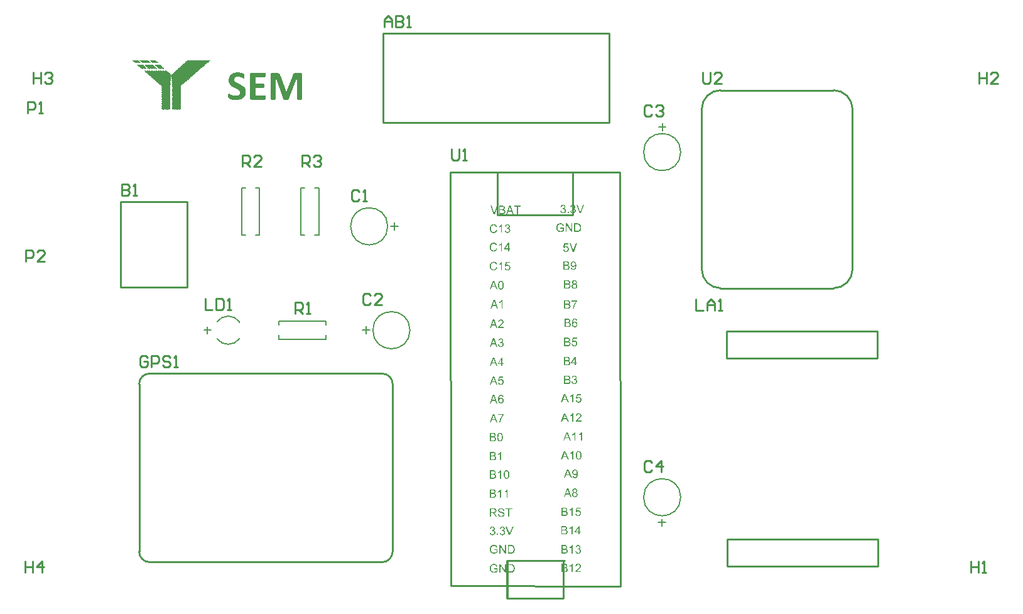
<source format=gbr>
G04*
G04 #@! TF.GenerationSoftware,Altium Limited,Altium Designer,24.1.2 (44)*
G04*
G04 Layer_Color=65535*
%FSLAX44Y44*%
%MOMM*%
G71*
G04*
G04 #@! TF.SameCoordinates,0D7877E6-725A-4D16-A8B8-B6347F423BC3*
G04*
G04*
G04 #@! TF.FilePolarity,Positive*
G04*
G01*
G75*
%ADD10C,0.2540*%
%ADD11C,0.2000*%
%ADD12C,0.1500*%
G36*
X275915Y773750D02*
Y773504D01*
X276406D01*
Y773259D01*
X275915D01*
Y773504D01*
X275669D01*
Y773259D01*
Y773013D01*
X275178D01*
Y772768D01*
X274933D01*
Y772522D01*
X274196D01*
Y772277D01*
Y772031D01*
X274442D01*
Y771786D01*
X274196D01*
Y772031D01*
X273951D01*
Y771786D01*
X274196D01*
Y771540D01*
X273951D01*
Y771786D01*
X273705D01*
Y771540D01*
X273951D01*
Y771295D01*
X273705D01*
Y771049D01*
X273460D01*
Y770804D01*
X273214D01*
Y771049D01*
Y771295D01*
X272969D01*
Y771049D01*
Y770804D01*
X273214D01*
Y770558D01*
X272969D01*
Y770804D01*
X272477D01*
Y770558D01*
X272969D01*
Y770312D01*
X272232D01*
Y770067D01*
Y769821D01*
X271987D01*
Y770067D01*
Y770312D01*
X271741D01*
Y770067D01*
Y769821D01*
X271250D01*
Y769576D01*
X271004D01*
Y769330D01*
X270759D01*
Y769085D01*
X270513D01*
Y768839D01*
X270268D01*
Y768594D01*
X270513D01*
Y768348D01*
X270268D01*
Y768103D01*
X270022D01*
Y768348D01*
X269286D01*
Y768103D01*
X269040D01*
Y767857D01*
Y767612D01*
X269531D01*
Y767366D01*
X269040D01*
Y767612D01*
X268794D01*
Y767366D01*
X268304D01*
Y767121D01*
Y766875D01*
X268058D01*
Y766629D01*
Y766384D01*
X267567D01*
Y766138D01*
Y765893D01*
X267321D01*
Y766138D01*
X266830D01*
Y765893D01*
Y765647D01*
X267076D01*
Y765402D01*
X266830D01*
Y765647D01*
X266585D01*
Y765402D01*
X266830D01*
Y765156D01*
X266585D01*
Y765402D01*
X266339D01*
Y765156D01*
X266585D01*
Y764911D01*
X266339D01*
Y765156D01*
X265848D01*
Y764911D01*
Y764665D01*
X266094D01*
Y764420D01*
X265848D01*
Y764665D01*
X265603D01*
Y764420D01*
X265848D01*
Y764174D01*
X265603D01*
Y764420D01*
X265357D01*
Y764174D01*
X265603D01*
Y763929D01*
X265112D01*
Y764174D01*
X264620D01*
Y763929D01*
Y763683D01*
X264129D01*
Y763438D01*
X263884D01*
Y763192D01*
X263638D01*
Y762946D01*
X263393D01*
Y762701D01*
X263638D01*
Y762455D01*
X263393D01*
Y762210D01*
X263147D01*
Y761964D01*
X262902D01*
Y762210D01*
X262656D01*
Y761964D01*
X262902D01*
Y761719D01*
X262656D01*
Y761964D01*
X261919D01*
Y761719D01*
Y761473D01*
X261674D01*
Y761228D01*
X261429D01*
Y760982D01*
X261183D01*
Y760737D01*
X260937D01*
Y760491D01*
X260692D01*
Y760246D01*
X260446D01*
Y760000D01*
X259955D01*
Y759754D01*
X260201D01*
Y759509D01*
X259464D01*
Y759263D01*
X259219D01*
Y759018D01*
X258728D01*
Y758772D01*
Y758527D01*
X258973D01*
Y758281D01*
X258728D01*
Y758527D01*
X258482D01*
Y758281D01*
X258728D01*
Y758036D01*
X258482D01*
Y758281D01*
X257991D01*
Y758036D01*
X257745D01*
Y757790D01*
X258237D01*
Y757545D01*
X257745D01*
Y757790D01*
X257254D01*
Y757545D01*
Y757299D01*
X257500D01*
Y757054D01*
X257254D01*
Y757299D01*
X256763D01*
Y757054D01*
X257009D01*
Y756808D01*
X256763D01*
Y756562D01*
X256518D01*
Y756808D01*
X256272D01*
Y756562D01*
Y756317D01*
X255781D01*
Y756071D01*
X256027D01*
Y755826D01*
X255781D01*
Y755580D01*
X255536D01*
Y755826D01*
X255290D01*
Y755580D01*
X255536D01*
Y755335D01*
X255290D01*
Y755089D01*
X255044D01*
Y755335D01*
X254554D01*
Y755089D01*
X254308D01*
Y754844D01*
X254062D01*
Y754598D01*
Y754353D01*
X254308D01*
Y754107D01*
X254062D01*
Y754353D01*
X253571D01*
Y754107D01*
X253326D01*
Y753862D01*
Y753616D01*
X253080D01*
Y753371D01*
X252835D01*
Y753616D01*
X252344D01*
Y753371D01*
Y753125D01*
X252098D01*
Y752879D01*
X252344D01*
Y752634D01*
X252098D01*
Y752879D01*
X251853D01*
Y752634D01*
X252098D01*
Y752388D01*
X251853D01*
Y752634D01*
X251362D01*
Y752388D01*
Y752143D01*
X251607D01*
Y751897D01*
X251362D01*
Y752143D01*
X251116D01*
Y751897D01*
X251362D01*
Y751652D01*
X251116D01*
Y751897D01*
X250625D01*
Y751652D01*
X251116D01*
Y751406D01*
X250870D01*
Y751161D01*
X250625D01*
Y751406D01*
X250379D01*
Y751161D01*
X250625D01*
Y750915D01*
X250379D01*
Y751161D01*
X249888D01*
Y750915D01*
X249397D01*
Y750670D01*
Y750424D01*
X248906D01*
Y750179D01*
Y749933D01*
X248661D01*
Y749688D01*
Y749442D01*
X248415D01*
Y749688D01*
X248170D01*
Y749442D01*
X247433D01*
Y749196D01*
Y748951D01*
X247187D01*
Y748705D01*
X246942D01*
Y748460D01*
X246451D01*
Y748214D01*
Y747969D01*
X246942D01*
Y747723D01*
X245960D01*
Y747478D01*
Y747232D01*
X245714D01*
Y747478D01*
X245469D01*
Y747232D01*
X245714D01*
Y746987D01*
X245960D01*
Y746741D01*
X245714D01*
Y746987D01*
X244978D01*
Y746741D01*
X244732D01*
Y746496D01*
X244487D01*
Y746250D01*
X244241D01*
Y746004D01*
X243995D01*
Y745759D01*
X244241D01*
Y745513D01*
X243995D01*
Y745759D01*
X243750D01*
Y745513D01*
X243995D01*
Y745268D01*
X243750D01*
Y745513D01*
X243504D01*
Y745268D01*
Y745022D01*
Y744777D01*
X242277D01*
Y744531D01*
X242031D01*
Y744286D01*
X241786D01*
Y744040D01*
Y743795D01*
X241540D01*
Y743549D01*
X241049D01*
Y743304D01*
X241295D01*
Y743058D01*
X241049D01*
Y743304D01*
X240804D01*
Y743058D01*
Y742813D01*
Y742567D01*
X240558D01*
Y742813D01*
X240067D01*
Y742567D01*
X239821D01*
Y742321D01*
X239576D01*
Y742076D01*
Y741830D01*
X239085D01*
Y741585D01*
Y741339D01*
X238839D01*
Y741094D01*
X239085D01*
Y740848D01*
X238839D01*
Y741094D01*
X238594D01*
Y740848D01*
X238348D01*
Y741094D01*
X238103D01*
Y740848D01*
Y740603D01*
X237612D01*
Y740357D01*
X237120D01*
Y740112D01*
Y739866D01*
X236875D01*
Y739621D01*
X237120D01*
Y739375D01*
X236875D01*
Y739621D01*
X236629D01*
Y739375D01*
X236384D01*
Y739129D01*
X236629D01*
Y738884D01*
X236384D01*
Y739129D01*
X235893D01*
Y738884D01*
Y738639D01*
X236138D01*
Y738393D01*
X235893D01*
Y738147D01*
X236138D01*
Y737902D01*
X236384D01*
Y737656D01*
X236138D01*
Y737411D01*
X235893D01*
Y737165D01*
X236138D01*
Y736920D01*
X236384D01*
Y736674D01*
X236138D01*
Y736429D01*
X235893D01*
Y736183D01*
X236138D01*
Y735938D01*
X236384D01*
Y735692D01*
X236138D01*
Y735446D01*
X235893D01*
Y735201D01*
X236138D01*
Y734956D01*
X236384D01*
Y734710D01*
X236138D01*
Y734464D01*
X235893D01*
Y734219D01*
X236138D01*
Y733973D01*
X236384D01*
Y733728D01*
X236138D01*
Y733482D01*
X235893D01*
Y733237D01*
X236138D01*
Y732991D01*
X236384D01*
Y732746D01*
X236138D01*
Y732500D01*
X235893D01*
Y732254D01*
X236138D01*
Y732009D01*
X236384D01*
Y731764D01*
X236138D01*
Y731518D01*
X235893D01*
Y731272D01*
X236138D01*
Y731027D01*
X236384D01*
Y730781D01*
X236138D01*
Y730536D01*
X235893D01*
Y730290D01*
X236138D01*
Y730045D01*
X236384D01*
Y729799D01*
X236138D01*
Y729554D01*
X235893D01*
Y729308D01*
X236138D01*
Y729063D01*
X236384D01*
Y728817D01*
X236138D01*
Y728571D01*
X235893D01*
Y728326D01*
X236138D01*
Y728081D01*
X236384D01*
Y727835D01*
X236138D01*
Y727589D01*
X235893D01*
Y727344D01*
X236138D01*
Y727098D01*
X236384D01*
Y726853D01*
X236138D01*
Y726607D01*
X235893D01*
Y726362D01*
X236138D01*
Y726116D01*
X236384D01*
Y725871D01*
X236138D01*
Y725625D01*
X235893D01*
Y725380D01*
X236138D01*
Y725134D01*
X236384D01*
Y724889D01*
X236138D01*
Y724643D01*
X235893D01*
Y724397D01*
X236138D01*
Y724152D01*
X236384D01*
Y723906D01*
X236138D01*
Y723661D01*
X235893D01*
Y723415D01*
X236138D01*
Y723170D01*
X236384D01*
Y722924D01*
X236138D01*
Y722679D01*
X235893D01*
Y722433D01*
X236138D01*
Y722188D01*
X236384D01*
Y721942D01*
X236138D01*
Y721696D01*
X235893D01*
Y721451D01*
X236138D01*
Y721206D01*
X236384D01*
Y720960D01*
X236138D01*
Y720714D01*
X235893D01*
Y720469D01*
X236138D01*
Y720223D01*
X236384D01*
Y719978D01*
X236138D01*
Y719732D01*
X235893D01*
Y719487D01*
X236138D01*
Y719241D01*
X236384D01*
Y718996D01*
X236138D01*
Y718750D01*
X235893D01*
Y718505D01*
X236138D01*
Y718259D01*
X236384D01*
Y718014D01*
X236138D01*
Y717768D01*
X235893D01*
Y717523D01*
X236138D01*
Y717277D01*
X236384D01*
Y717031D01*
X236138D01*
Y716786D01*
X235893D01*
Y716540D01*
X236138D01*
Y716295D01*
X236384D01*
Y716049D01*
X236138D01*
Y715804D01*
X235893D01*
Y715558D01*
X236138D01*
Y715313D01*
X236384D01*
Y715067D01*
X236138D01*
Y714822D01*
X235893D01*
Y714576D01*
X236138D01*
Y714331D01*
X236384D01*
Y714085D01*
X236138D01*
Y713839D01*
X235893D01*
Y713594D01*
X236138D01*
Y713348D01*
X236384D01*
Y713103D01*
X236138D01*
Y712857D01*
X235893D01*
Y712612D01*
X236138D01*
Y712366D01*
X236384D01*
Y712121D01*
X236138D01*
Y711875D01*
X235893D01*
Y711630D01*
X236138D01*
Y711384D01*
X236384D01*
Y711139D01*
X236138D01*
Y710893D01*
X235893D01*
Y710648D01*
X236138D01*
Y710402D01*
X236384D01*
Y710156D01*
X236138D01*
Y709911D01*
X235893D01*
Y709665D01*
X236138D01*
Y709420D01*
X236384D01*
Y709174D01*
X236138D01*
Y708929D01*
X235893D01*
Y708683D01*
X236138D01*
Y708438D01*
X236384D01*
Y708192D01*
X236138D01*
Y707947D01*
X235893D01*
Y707701D01*
X236138D01*
Y707456D01*
Y707210D01*
X235647D01*
Y707456D01*
X235402D01*
Y707210D01*
X235647D01*
Y706964D01*
X235402D01*
Y707210D01*
X234665D01*
Y707456D01*
X234420D01*
Y707210D01*
X234665D01*
Y706964D01*
X234420D01*
Y707210D01*
X234174D01*
Y706964D01*
X233929D01*
Y707210D01*
X233683D01*
Y707456D01*
X233438D01*
Y707210D01*
X233683D01*
Y706964D01*
X233438D01*
Y707210D01*
X232701D01*
Y707456D01*
X232455D01*
Y707210D01*
X232701D01*
Y706964D01*
X232455D01*
Y707210D01*
X232210D01*
Y706964D01*
X231964D01*
Y707210D01*
X231719D01*
Y707456D01*
X231473D01*
Y707210D01*
X231719D01*
Y706964D01*
X231473D01*
Y707210D01*
X230737D01*
Y707456D01*
X230491D01*
Y707210D01*
X230737D01*
Y706964D01*
X230491D01*
Y707210D01*
X230245D01*
Y706964D01*
X230000D01*
Y707210D01*
X229755D01*
Y707456D01*
X229509D01*
Y707210D01*
X229755D01*
Y706964D01*
X229509D01*
Y707210D01*
X228772D01*
Y707456D01*
X228527D01*
Y707210D01*
X228772D01*
Y706964D01*
X228527D01*
Y707210D01*
X228281D01*
Y706964D01*
X228036D01*
Y707210D01*
X227790D01*
Y707456D01*
X227545D01*
Y707210D01*
X227790D01*
Y706964D01*
X227545D01*
Y707210D01*
X226808D01*
Y707456D01*
X226562D01*
Y707210D01*
X226808D01*
Y706964D01*
X226562D01*
Y707210D01*
X226317D01*
Y706964D01*
X226071D01*
Y707210D01*
X225826D01*
Y707456D01*
X225580D01*
Y707210D01*
X225826D01*
Y706964D01*
X225580D01*
Y707210D01*
X224844D01*
Y707456D01*
X224598D01*
Y707701D01*
Y707947D01*
Y708192D01*
X224844D01*
Y708438D01*
X224598D01*
Y708683D01*
Y708929D01*
Y709174D01*
X224844D01*
Y709420D01*
X224598D01*
Y709665D01*
Y709911D01*
Y710156D01*
X224844D01*
Y710402D01*
X224598D01*
Y710648D01*
Y710893D01*
Y711139D01*
Y711384D01*
Y711630D01*
Y711875D01*
Y712121D01*
X224844D01*
Y712366D01*
X224598D01*
Y712612D01*
Y712857D01*
Y713103D01*
X224844D01*
Y713348D01*
X224598D01*
Y713594D01*
Y713839D01*
Y714085D01*
X224844D01*
Y714331D01*
X224598D01*
Y714576D01*
Y714822D01*
Y715067D01*
Y715313D01*
Y715558D01*
Y715804D01*
Y716049D01*
X224844D01*
Y716295D01*
X224598D01*
Y716540D01*
Y716786D01*
Y717031D01*
X224844D01*
Y717277D01*
X224598D01*
Y717523D01*
Y717768D01*
Y718014D01*
X224844D01*
Y718259D01*
X224598D01*
Y718505D01*
Y718750D01*
Y718996D01*
Y719241D01*
Y719487D01*
Y719732D01*
Y719978D01*
X224844D01*
Y720223D01*
X224598D01*
Y720469D01*
Y720714D01*
Y720960D01*
X224844D01*
Y721206D01*
X224598D01*
Y721451D01*
Y721696D01*
Y721942D01*
X224844D01*
Y722188D01*
X224598D01*
Y722433D01*
Y722679D01*
Y722924D01*
Y723170D01*
Y723415D01*
Y723661D01*
Y723906D01*
X224844D01*
Y724152D01*
X224598D01*
Y724397D01*
Y724643D01*
Y724889D01*
X224844D01*
Y725134D01*
X224598D01*
Y725380D01*
Y725625D01*
Y725871D01*
X224844D01*
Y726116D01*
X224598D01*
Y726362D01*
Y726607D01*
Y726853D01*
Y727098D01*
Y727344D01*
Y727589D01*
Y727835D01*
X224844D01*
Y728081D01*
X224598D01*
Y728326D01*
Y728571D01*
Y728817D01*
X224844D01*
Y729063D01*
X224598D01*
Y729308D01*
Y729554D01*
Y729799D01*
X224844D01*
Y730045D01*
X224598D01*
Y730290D01*
Y730536D01*
Y730781D01*
Y731027D01*
Y731272D01*
Y731518D01*
Y731764D01*
X224844D01*
Y732009D01*
X224598D01*
Y732254D01*
Y732500D01*
Y732746D01*
X224844D01*
Y732991D01*
X224598D01*
Y733237D01*
Y733482D01*
Y733728D01*
X224844D01*
Y733973D01*
X224598D01*
Y734219D01*
Y734464D01*
Y734710D01*
Y734956D01*
Y735201D01*
Y735446D01*
Y735692D01*
X224844D01*
Y735938D01*
X224598D01*
Y736183D01*
Y736429D01*
Y736674D01*
X224844D01*
Y736920D01*
X224598D01*
Y737165D01*
Y737411D01*
Y737656D01*
X224844D01*
Y737902D01*
X224598D01*
Y738147D01*
Y738393D01*
Y738639D01*
Y738884D01*
Y739129D01*
Y739375D01*
Y739621D01*
X224353D01*
Y739866D01*
X224107D01*
Y740112D01*
X224353D01*
Y740357D01*
Y740603D01*
Y740848D01*
X224107D01*
Y741094D01*
X224353D01*
Y741339D01*
X224107D01*
Y741585D01*
X224353D01*
Y741830D01*
X224107D01*
Y742076D01*
X224353D01*
Y742321D01*
X224107D01*
Y742567D01*
X224353D01*
Y742813D01*
X224107D01*
Y743058D01*
X224353D01*
Y743304D01*
X224107D01*
Y743549D01*
X224353D01*
Y743795D01*
X224107D01*
Y744040D01*
X224353D01*
Y744286D01*
X224107D01*
Y744531D01*
Y744777D01*
Y745022D01*
X224353D01*
Y745268D01*
X224107D01*
Y745513D01*
Y745759D01*
Y746004D01*
X223862D01*
Y746250D01*
X224107D01*
Y746496D01*
X223862D01*
Y746741D01*
X224107D01*
Y746987D01*
X223862D01*
Y747232D01*
X223616D01*
Y747478D01*
X224107D01*
Y747723D01*
Y747969D01*
X223862D01*
Y748214D01*
X223616D01*
Y748460D01*
X223862D01*
Y748705D01*
X223616D01*
Y748951D01*
X223862D01*
Y749196D01*
X223616D01*
Y749442D01*
X223862D01*
Y749688D01*
X223616D01*
Y749933D01*
X223862D01*
Y750179D01*
X223616D01*
Y750424D01*
X223862D01*
Y750670D01*
X223616D01*
Y750915D01*
X223862D01*
Y751161D01*
X223616D01*
Y751406D01*
X223862D01*
Y751652D01*
X223616D01*
Y751897D01*
Y752143D01*
Y752388D01*
X223370D01*
Y752634D01*
X223616D01*
Y752879D01*
Y753125D01*
Y753371D01*
Y753616D01*
Y753862D01*
Y754107D01*
Y754353D01*
Y754598D01*
Y754844D01*
X223862D01*
Y755089D01*
X224107D01*
Y754844D01*
X224353D01*
Y755089D01*
X224107D01*
Y755335D01*
X224844D01*
Y755580D01*
X224598D01*
Y755826D01*
X225335D01*
Y756071D01*
X225826D01*
Y756317D01*
X226071D01*
Y756562D01*
Y756808D01*
X226317D01*
Y757054D01*
X226562D01*
Y757299D01*
X226808D01*
Y757545D01*
X227054D01*
Y757790D01*
X227299D01*
Y758036D01*
X227545D01*
Y758281D01*
X227790D01*
Y758527D01*
X228036D01*
Y758772D01*
X228281D01*
Y758527D01*
X228772D01*
Y758772D01*
X228527D01*
Y759018D01*
Y759263D01*
X229263D01*
Y759509D01*
X229018D01*
Y759754D01*
X229755D01*
Y760000D01*
X230000D01*
Y760246D01*
X230245D01*
Y760491D01*
X230000D01*
Y760737D01*
X230737D01*
Y760982D01*
X230982D01*
Y761228D01*
X231719D01*
Y761473D01*
X231964D01*
Y761719D01*
X231719D01*
Y761964D01*
X232210D01*
Y762210D01*
Y762455D01*
X232455D01*
Y762701D01*
X232701D01*
Y762946D01*
X232946D01*
Y762701D01*
X233192D01*
Y762946D01*
X232946D01*
Y763192D01*
X233192D01*
Y763438D01*
X233438D01*
Y763683D01*
X234420D01*
Y763929D01*
Y764174D01*
X234665D01*
Y764420D01*
X234420D01*
Y764665D01*
X234665D01*
Y764420D01*
X235156D01*
Y764665D01*
Y764911D01*
X235402D01*
Y765156D01*
X235647D01*
Y765402D01*
X235893D01*
Y765647D01*
X236138D01*
Y765893D01*
X236384D01*
Y766138D01*
X236629D01*
Y766384D01*
X236875D01*
Y766629D01*
X237120D01*
Y766875D01*
X237366D01*
Y766629D01*
X237612D01*
Y766875D01*
X237366D01*
Y767121D01*
X237857D01*
Y767366D01*
Y767612D01*
X238594D01*
Y767857D01*
X238348D01*
Y768103D01*
X238594D01*
Y767857D01*
X238839D01*
Y768103D01*
X239085D01*
Y768348D01*
X239330D01*
Y768594D01*
X239576D01*
Y768839D01*
X239821D01*
Y769085D01*
X240067D01*
Y769330D01*
X240558D01*
Y769576D01*
X241049D01*
Y769821D01*
Y770067D01*
Y770312D01*
X241295D01*
Y770558D01*
X242031D01*
Y770804D01*
X241786D01*
Y771049D01*
X242031D01*
Y771295D01*
X242277D01*
Y771049D01*
X242522D01*
Y771295D01*
X242277D01*
Y771540D01*
X242522D01*
Y771786D01*
X242768D01*
Y771540D01*
X243013D01*
Y771786D01*
X243504D01*
Y772031D01*
X243750D01*
Y772277D01*
Y772522D01*
X243995D01*
Y772768D01*
X244241D01*
Y773013D01*
X244487D01*
Y773259D01*
X244732D01*
Y773504D01*
X244978D01*
Y773750D01*
X245223D01*
Y773996D01*
X245469D01*
Y773750D01*
X245714D01*
Y773504D01*
X245960D01*
Y773750D01*
X245714D01*
Y773996D01*
X245960D01*
Y773750D01*
X246205D01*
Y773996D01*
X246451D01*
Y773750D01*
X246696D01*
Y773504D01*
X246942D01*
Y773750D01*
X246696D01*
Y773996D01*
X246942D01*
Y773750D01*
X247187D01*
Y773996D01*
X247433D01*
Y773750D01*
X247679D01*
Y773504D01*
X247924D01*
Y773750D01*
X247679D01*
Y773996D01*
X247924D01*
Y773750D01*
X248170D01*
Y773996D01*
X248415D01*
Y773750D01*
X248661D01*
Y773504D01*
X248906D01*
Y773750D01*
X248661D01*
Y773996D01*
X248906D01*
Y773750D01*
X249152D01*
Y773996D01*
X249397D01*
Y773750D01*
X249643D01*
Y773504D01*
X249888D01*
Y773750D01*
X249643D01*
Y773996D01*
X249888D01*
Y773750D01*
X250134D01*
Y773996D01*
X250379D01*
Y773750D01*
X250625D01*
Y773504D01*
X250870D01*
Y773750D01*
X250625D01*
Y773996D01*
X250870D01*
Y773750D01*
X251116D01*
Y773996D01*
X251362D01*
Y773750D01*
X251607D01*
Y773504D01*
X251853D01*
Y773750D01*
X251607D01*
Y773996D01*
X251853D01*
Y773750D01*
X252098D01*
Y773996D01*
X252344D01*
Y773750D01*
X252589D01*
Y773504D01*
X252835D01*
Y773750D01*
X252589D01*
Y773996D01*
X252835D01*
Y773750D01*
X253080D01*
Y773996D01*
X253326D01*
Y773750D01*
X253571D01*
Y773504D01*
X253817D01*
Y773750D01*
X253571D01*
Y773996D01*
X253817D01*
Y773750D01*
X254062D01*
Y773996D01*
X254308D01*
Y773750D01*
X254554D01*
Y773504D01*
X254799D01*
Y773750D01*
X254554D01*
Y773996D01*
X254799D01*
Y773750D01*
X255044D01*
Y773996D01*
X255290D01*
Y773750D01*
X255536D01*
Y773504D01*
X255781D01*
Y773750D01*
X255536D01*
Y773996D01*
X255781D01*
Y773750D01*
X256027D01*
Y773996D01*
X256272D01*
Y773750D01*
X256518D01*
Y773504D01*
X256763D01*
Y773750D01*
X256518D01*
Y773996D01*
X256763D01*
Y773750D01*
X257009D01*
Y773996D01*
X257254D01*
Y773750D01*
X257500D01*
Y773504D01*
X257745D01*
Y773750D01*
X257500D01*
Y773996D01*
X257745D01*
Y773750D01*
X257991D01*
Y773996D01*
X258237D01*
Y773750D01*
X258482D01*
Y773504D01*
X258728D01*
Y773750D01*
X258482D01*
Y773996D01*
X258728D01*
Y773750D01*
X258973D01*
Y773996D01*
X259219D01*
Y773750D01*
X259464D01*
Y773504D01*
X259710D01*
Y773750D01*
X259464D01*
Y773996D01*
X259710D01*
Y773750D01*
X259955D01*
Y773996D01*
X260201D01*
Y773750D01*
X260446D01*
Y773504D01*
X260692D01*
Y773750D01*
X260446D01*
Y773996D01*
X260692D01*
Y773750D01*
X260937D01*
Y773996D01*
X261183D01*
Y773750D01*
X261429D01*
Y773504D01*
X261674D01*
Y773750D01*
X261429D01*
Y773996D01*
X261674D01*
Y773750D01*
X261919D01*
Y773996D01*
X262165D01*
Y773750D01*
X262411D01*
Y773504D01*
X262656D01*
Y773750D01*
X262411D01*
Y773996D01*
X262656D01*
Y773750D01*
X262902D01*
Y773996D01*
X263147D01*
Y773750D01*
X263393D01*
Y773504D01*
X263638D01*
Y773750D01*
X263393D01*
Y773996D01*
X263638D01*
Y773750D01*
X263884D01*
Y773996D01*
X264129D01*
Y773750D01*
X264375D01*
Y773504D01*
X264620D01*
Y773750D01*
X264375D01*
Y773996D01*
X264620D01*
Y773750D01*
X264866D01*
Y773996D01*
X265112D01*
Y773750D01*
X265357D01*
Y773504D01*
X265603D01*
Y773750D01*
X265357D01*
Y773996D01*
X265603D01*
Y773750D01*
X265848D01*
Y773996D01*
X266094D01*
Y773750D01*
X266339D01*
Y773504D01*
X266585D01*
Y773750D01*
X266339D01*
Y773996D01*
X266585D01*
Y773750D01*
X266830D01*
Y773996D01*
X267076D01*
Y773750D01*
X267321D01*
Y773504D01*
X267567D01*
Y773750D01*
X267321D01*
Y773996D01*
X267567D01*
Y773750D01*
X267812D01*
Y773996D01*
X268058D01*
Y773750D01*
X268304D01*
Y773504D01*
X268549D01*
Y773750D01*
X268304D01*
Y773996D01*
X268549D01*
Y773750D01*
X268794D01*
Y773996D01*
X269040D01*
Y773750D01*
X269286D01*
Y773504D01*
X269531D01*
Y773750D01*
X269286D01*
Y773996D01*
X269531D01*
Y773750D01*
X269777D01*
Y773996D01*
X270022D01*
Y773750D01*
X270268D01*
Y773504D01*
X270513D01*
Y773750D01*
X270268D01*
Y773996D01*
X270513D01*
Y773750D01*
X270759D01*
Y773996D01*
X271004D01*
Y773750D01*
X271250D01*
Y773504D01*
X271495D01*
Y773750D01*
X271250D01*
Y773996D01*
X271495D01*
Y773750D01*
X271741D01*
Y773996D01*
X271987D01*
Y773750D01*
X272232D01*
Y773504D01*
X272477D01*
Y773750D01*
X272232D01*
Y773996D01*
X272477D01*
Y773750D01*
X272723D01*
Y773996D01*
X272969D01*
Y773750D01*
X273214D01*
Y773504D01*
X273460D01*
Y773750D01*
X273214D01*
Y773996D01*
X273460D01*
Y773750D01*
X273705D01*
Y773996D01*
X273951D01*
Y773750D01*
X274196D01*
Y773504D01*
X274442D01*
Y773750D01*
X274196D01*
Y773996D01*
X274442D01*
Y773750D01*
X274687D01*
Y773996D01*
X274933D01*
Y773750D01*
X275178D01*
Y773504D01*
X275424D01*
Y773750D01*
X275178D01*
Y773996D01*
X275424D01*
Y773750D01*
X275669D01*
Y773996D01*
X275915D01*
Y773750D01*
D02*
G37*
G36*
X191451D02*
X191696D01*
Y773504D01*
X191942D01*
Y773750D01*
X192188D01*
Y773504D01*
X192433D01*
Y773259D01*
X192188D01*
Y773013D01*
X192433D01*
Y772768D01*
X193170D01*
Y772522D01*
X193415D01*
Y772277D01*
X193661D01*
Y772031D01*
X193415D01*
Y772277D01*
X193170D01*
Y772031D01*
X193415D01*
Y771786D01*
X193661D01*
Y771540D01*
X194152D01*
Y771295D01*
X194643D01*
Y771049D01*
X194888D01*
Y770804D01*
X195134D01*
Y770558D01*
X195380D01*
Y770312D01*
X195625D01*
Y770067D01*
X195871D01*
Y769821D01*
X195625D01*
Y770067D01*
X195380D01*
Y769821D01*
X195134D01*
Y770067D01*
X194888D01*
Y770312D01*
X194397D01*
Y770067D01*
Y769821D01*
X194152D01*
Y770067D01*
X193906D01*
Y769821D01*
X193661D01*
Y770067D01*
X193415D01*
Y769821D01*
X193170D01*
Y770067D01*
X192924D01*
Y769821D01*
X192679D01*
Y770067D01*
X192433D01*
Y769821D01*
X192188D01*
Y770067D01*
X191942D01*
Y769821D01*
X191696D01*
Y770067D01*
X191451D01*
Y769821D01*
X191206D01*
Y770067D01*
X190960D01*
Y769821D01*
X190714D01*
Y770067D01*
X190469D01*
Y769821D01*
X190223D01*
Y770067D01*
X189978D01*
Y769821D01*
X189732D01*
Y770067D01*
X189487D01*
Y769821D01*
X189241D01*
Y770067D01*
X188996D01*
Y769821D01*
X188750D01*
Y770067D01*
X188505D01*
Y769821D01*
X188259D01*
Y770067D01*
X188013D01*
Y769821D01*
X187768D01*
Y770067D01*
X187522D01*
Y769821D01*
X187277D01*
Y770067D01*
X187031D01*
Y769821D01*
X186786D01*
Y770067D01*
X186540D01*
Y769821D01*
X186295D01*
Y770067D01*
X186049D01*
Y769821D01*
X185804D01*
Y770067D01*
X185558D01*
Y769821D01*
X185313D01*
Y770067D01*
X185067D01*
Y769821D01*
X184822D01*
Y770067D01*
X184576D01*
Y769821D01*
X184331D01*
Y770067D01*
X184085D01*
Y769821D01*
X183839D01*
Y770067D01*
X183594D01*
Y770312D01*
X183348D01*
Y770558D01*
X183594D01*
Y770312D01*
X183839D01*
Y770558D01*
X183594D01*
Y770804D01*
X182857D01*
Y771049D01*
X182612D01*
Y771295D01*
Y771540D01*
X182366D01*
Y771786D01*
X181875D01*
Y772031D01*
X181630D01*
Y772277D01*
Y772522D01*
X181384D01*
Y772768D01*
X180402D01*
Y773013D01*
X180647D01*
Y773259D01*
Y773504D01*
X180402D01*
Y773259D01*
X179911D01*
Y773504D01*
X180156D01*
Y773750D01*
X179911D01*
Y773996D01*
X180156D01*
Y773750D01*
X180402D01*
Y773996D01*
X180647D01*
Y773750D01*
X180893D01*
Y773504D01*
X181138D01*
Y773750D01*
X180893D01*
Y773996D01*
X181138D01*
Y773750D01*
X181384D01*
Y773996D01*
X181630D01*
Y773750D01*
X181875D01*
Y773504D01*
X182121D01*
Y773750D01*
X181875D01*
Y773996D01*
X182121D01*
Y773750D01*
X182366D01*
Y773996D01*
X182612D01*
Y773750D01*
X182857D01*
Y773504D01*
X183103D01*
Y773750D01*
X182857D01*
Y773996D01*
X183103D01*
Y773750D01*
X183348D01*
Y773996D01*
X183594D01*
Y773750D01*
X183839D01*
Y773504D01*
X184085D01*
Y773750D01*
X183839D01*
Y773996D01*
X184085D01*
Y773750D01*
X184331D01*
Y773996D01*
X184576D01*
Y773750D01*
X184822D01*
Y773504D01*
X185067D01*
Y773750D01*
X184822D01*
Y773996D01*
X185067D01*
Y773750D01*
X185313D01*
Y773996D01*
X185558D01*
Y773750D01*
X185804D01*
Y773504D01*
X186049D01*
Y773750D01*
X185804D01*
Y773996D01*
X186049D01*
Y773750D01*
X186295D01*
Y773996D01*
X186540D01*
Y773750D01*
X186786D01*
Y773504D01*
X187031D01*
Y773750D01*
X186786D01*
Y773996D01*
X187031D01*
Y773750D01*
X187277D01*
Y773996D01*
X187522D01*
Y773750D01*
X187768D01*
Y773504D01*
X188013D01*
Y773750D01*
X187768D01*
Y773996D01*
X188013D01*
Y773750D01*
X188259D01*
Y773996D01*
X188505D01*
Y773750D01*
X188750D01*
Y773504D01*
X188996D01*
Y773750D01*
X188750D01*
Y773996D01*
X188996D01*
Y773750D01*
X189241D01*
Y773996D01*
X189487D01*
Y773750D01*
X189732D01*
Y773504D01*
X189978D01*
Y773750D01*
X189732D01*
Y773996D01*
X189978D01*
Y773750D01*
X190223D01*
Y773996D01*
X190469D01*
Y773750D01*
X190714D01*
Y773504D01*
X190960D01*
Y773750D01*
X190714D01*
Y773996D01*
X190960D01*
Y773750D01*
X191206D01*
Y773996D01*
X191451D01*
Y773750D01*
D02*
G37*
G36*
X201763D02*
X202009D01*
Y773504D01*
X202255D01*
Y773259D01*
Y773013D01*
X202746D01*
Y772768D01*
X202991D01*
Y772522D01*
X203237D01*
Y772277D01*
Y772031D01*
X203482D01*
Y771786D01*
X203728D01*
Y771540D01*
X203973D01*
Y771295D01*
X204219D01*
Y771540D01*
X204710D01*
Y771295D01*
X204464D01*
Y771049D01*
Y770804D01*
X204955D01*
Y771049D01*
X205201D01*
Y770804D01*
X205446D01*
Y770558D01*
X205692D01*
Y770312D01*
Y770067D01*
Y769821D01*
X205446D01*
Y770067D01*
X205201D01*
Y769821D01*
X204955D01*
Y770067D01*
X204710D01*
Y769821D01*
X204464D01*
Y770067D01*
X204219D01*
Y769821D01*
X203973D01*
Y770067D01*
X203728D01*
Y769821D01*
X203482D01*
Y770067D01*
X203237D01*
Y769821D01*
X202991D01*
Y770067D01*
X202746D01*
Y769821D01*
X202500D01*
Y770067D01*
X202255D01*
Y769821D01*
X202009D01*
Y770067D01*
X201763D01*
Y769821D01*
X201518D01*
Y770067D01*
X201272D01*
Y769821D01*
X201027D01*
Y770067D01*
X200781D01*
Y769821D01*
X200536D01*
Y770067D01*
X200290D01*
Y769821D01*
X200045D01*
Y770067D01*
X199799D01*
Y769821D01*
X199554D01*
Y770067D01*
X199308D01*
Y769821D01*
X199063D01*
Y770067D01*
X198817D01*
Y769821D01*
X198571D01*
Y770067D01*
X198326D01*
Y769821D01*
X198081D01*
Y770067D01*
X197835D01*
Y769821D01*
X197589D01*
Y770067D01*
X197344D01*
Y770312D01*
X197098D01*
Y770558D01*
X196853D01*
Y770804D01*
Y771049D01*
Y771295D01*
X196607D01*
Y771540D01*
X196116D01*
Y771786D01*
X195871D01*
Y772031D01*
Y772277D01*
X195625D01*
Y772522D01*
X195134D01*
Y772768D01*
X194152D01*
Y773013D01*
X193906D01*
Y773259D01*
X193661D01*
Y773504D01*
X193906D01*
Y773750D01*
X193661D01*
Y773996D01*
X193906D01*
Y773750D01*
X194152D01*
Y773996D01*
X194397D01*
Y773750D01*
X194643D01*
Y773504D01*
X194888D01*
Y773750D01*
X194643D01*
Y773996D01*
X194888D01*
Y773750D01*
X195134D01*
Y773996D01*
X195380D01*
Y773750D01*
X195625D01*
Y773504D01*
X195871D01*
Y773750D01*
X195625D01*
Y773996D01*
X195871D01*
Y773750D01*
X196116D01*
Y773996D01*
X196362D01*
Y773750D01*
X196607D01*
Y773504D01*
X196853D01*
Y773750D01*
X196607D01*
Y773996D01*
X196853D01*
Y773750D01*
X197098D01*
Y773996D01*
X197344D01*
Y773750D01*
X197589D01*
Y773504D01*
X197835D01*
Y773750D01*
X197589D01*
Y773996D01*
X197835D01*
Y773750D01*
X198081D01*
Y773996D01*
X198326D01*
Y773750D01*
X198571D01*
Y773504D01*
X198817D01*
Y773750D01*
X198571D01*
Y773996D01*
X198817D01*
Y773750D01*
X199063D01*
Y773996D01*
X199308D01*
Y773750D01*
X199554D01*
Y773504D01*
X199799D01*
Y773750D01*
X199554D01*
Y773996D01*
X199799D01*
Y773750D01*
X200045D01*
Y773996D01*
X200290D01*
Y773750D01*
X200536D01*
Y773504D01*
X200781D01*
Y773750D01*
X200536D01*
Y773996D01*
X200781D01*
Y773750D01*
X201027D01*
Y773996D01*
X201272D01*
Y773750D01*
X201518D01*
Y773504D01*
X201763D01*
Y773750D01*
X201518D01*
Y773996D01*
X201763D01*
Y773750D01*
D02*
G37*
G36*
X178192D02*
X178438D01*
Y773504D01*
Y773259D01*
X178683D01*
Y773013D01*
X178929D01*
Y772768D01*
X179174D01*
Y772522D01*
X179420D01*
Y772277D01*
X179665D01*
Y772031D01*
X180156D01*
Y772277D01*
X179911D01*
Y772522D01*
X180156D01*
Y772277D01*
X180402D01*
Y772031D01*
X180647D01*
Y771786D01*
Y771540D01*
X181138D01*
Y771295D01*
X181384D01*
Y771049D01*
X181630D01*
Y770804D01*
Y770558D01*
X181875D01*
Y770312D01*
X182366D01*
Y770067D01*
X182612D01*
Y769821D01*
X182366D01*
Y770067D01*
X182121D01*
Y769821D01*
X181875D01*
Y770067D01*
X181630D01*
Y769821D01*
X181384D01*
Y770067D01*
X181138D01*
Y769821D01*
X180893D01*
Y770067D01*
X180647D01*
Y769821D01*
X180402D01*
Y770067D01*
X180156D01*
Y769821D01*
X179911D01*
Y770067D01*
X179665D01*
Y769821D01*
X179420D01*
Y770067D01*
X179174D01*
Y769821D01*
X178929D01*
Y770067D01*
X178683D01*
Y769821D01*
X178438D01*
Y770067D01*
X178192D01*
Y769821D01*
X177947D01*
Y770067D01*
X177701D01*
Y769821D01*
X177456D01*
Y770067D01*
X177210D01*
Y769821D01*
X176964D01*
Y770067D01*
X176719D01*
Y769821D01*
X176473D01*
Y770067D01*
X176228D01*
Y769821D01*
X175982D01*
Y770067D01*
X175737D01*
Y769821D01*
X175491D01*
Y770067D01*
X175246D01*
Y769821D01*
X175000D01*
Y770067D01*
X174755D01*
Y769821D01*
X174509D01*
Y770067D01*
X174263D01*
Y770312D01*
Y770558D01*
X174018D01*
Y770804D01*
X173036D01*
Y771049D01*
X172790D01*
Y771295D01*
X172545D01*
Y771540D01*
X172299D01*
Y771786D01*
Y772031D01*
Y772277D01*
X172054D01*
Y772522D01*
X171317D01*
Y772768D01*
Y773013D01*
X171072D01*
Y773259D01*
Y773504D01*
X170581D01*
Y773259D01*
X170089D01*
Y773504D01*
X170335D01*
Y773750D01*
X170581D01*
Y773996D01*
X170826D01*
Y773750D01*
X171072D01*
Y773504D01*
X171317D01*
Y773750D01*
X171072D01*
Y773996D01*
X171317D01*
Y773750D01*
X171563D01*
Y773996D01*
X171808D01*
Y773750D01*
X172054D01*
Y773504D01*
X172299D01*
Y773750D01*
X172054D01*
Y773996D01*
X172299D01*
Y773750D01*
X172545D01*
Y773996D01*
X172790D01*
Y773750D01*
X173036D01*
Y773504D01*
X173281D01*
Y773750D01*
X173036D01*
Y773996D01*
X173281D01*
Y773750D01*
X173527D01*
Y773996D01*
X173773D01*
Y773750D01*
X174018D01*
Y773504D01*
X174263D01*
Y773750D01*
X174018D01*
Y773996D01*
X174263D01*
Y773750D01*
X174509D01*
Y773996D01*
X174755D01*
Y773750D01*
X175000D01*
Y773504D01*
X175246D01*
Y773750D01*
X175000D01*
Y773996D01*
X175246D01*
Y773750D01*
X175491D01*
Y773996D01*
X175737D01*
Y773750D01*
X175982D01*
Y773504D01*
X176228D01*
Y773750D01*
X175982D01*
Y773996D01*
X176228D01*
Y773750D01*
X176473D01*
Y773996D01*
X176719D01*
Y773750D01*
X176964D01*
Y773504D01*
X177210D01*
Y773750D01*
X176964D01*
Y773996D01*
X177210D01*
Y773750D01*
X177456D01*
Y773996D01*
X177701D01*
Y773750D01*
X177947D01*
Y773504D01*
X178192D01*
Y773750D01*
X177947D01*
Y773996D01*
X178192D01*
Y773750D01*
D02*
G37*
G36*
X179420Y773013D02*
X179665D01*
Y772768D01*
X179420D01*
Y773013D01*
X178929D01*
Y773259D01*
X179420D01*
Y773013D01*
D02*
G37*
G36*
X194888Y772277D02*
X195134D01*
Y772031D01*
X195380D01*
Y771786D01*
X195134D01*
Y772031D01*
X194888D01*
Y772277D01*
X194643D01*
Y772522D01*
X194888D01*
Y772277D01*
D02*
G37*
G36*
X208393Y767612D02*
X208638D01*
Y767366D01*
X208884D01*
Y767121D01*
X209130D01*
Y766875D01*
X209375D01*
Y766629D01*
X209621D01*
Y766384D01*
X209866D01*
Y766138D01*
X210112D01*
Y765893D01*
Y765647D01*
X210603D01*
Y765402D01*
X210848D01*
Y765156D01*
Y764911D01*
X211094D01*
Y764665D01*
X211585D01*
Y764911D01*
X211830D01*
Y764665D01*
X212076D01*
Y764420D01*
X212321D01*
Y764174D01*
X212567D01*
Y763929D01*
X212812D01*
Y763683D01*
Y763438D01*
X213304D01*
Y763192D01*
X213549D01*
Y762946D01*
Y762701D01*
X213795D01*
Y762455D01*
X214040D01*
Y762701D01*
X214531D01*
Y762455D01*
X214286D01*
Y762210D01*
X214531D01*
Y761964D01*
X214286D01*
Y762210D01*
X214040D01*
Y761964D01*
X213795D01*
Y762210D01*
X213549D01*
Y761964D01*
X213304D01*
Y762210D01*
X213058D01*
Y761964D01*
X212812D01*
Y762210D01*
X212567D01*
Y761964D01*
X212321D01*
Y762210D01*
X212076D01*
Y761964D01*
X211830D01*
Y762210D01*
X211585D01*
Y761964D01*
X211339D01*
Y762210D01*
X211094D01*
Y761964D01*
X210848D01*
Y762210D01*
X210603D01*
Y761964D01*
X210357D01*
Y762210D01*
X210112D01*
Y761964D01*
X209866D01*
Y762210D01*
X209621D01*
Y761964D01*
X209375D01*
Y762210D01*
X209130D01*
Y761964D01*
X208884D01*
Y762210D01*
X208638D01*
Y761964D01*
X208393D01*
Y762210D01*
X208147D01*
Y761964D01*
X207902D01*
Y762210D01*
X207656D01*
Y761964D01*
X207411D01*
Y762210D01*
X207165D01*
Y761964D01*
X206920D01*
Y762210D01*
X206674D01*
Y761964D01*
X206429D01*
Y762210D01*
Y762455D01*
X206183D01*
Y762701D01*
X205938D01*
Y762946D01*
X205692D01*
Y763192D01*
X205446D01*
Y763438D01*
X204464D01*
Y763683D01*
X204710D01*
Y763929D01*
X204464D01*
Y764174D01*
X204219D01*
Y764420D01*
X203482D01*
Y764665D01*
X203728D01*
Y764911D01*
X203482D01*
Y765156D01*
X203237D01*
Y765402D01*
X202746D01*
Y765647D01*
X202500D01*
Y765893D01*
Y766138D01*
X202255D01*
Y766384D01*
X201518D01*
Y766629D01*
X201272D01*
Y766875D01*
X201027D01*
Y767121D01*
Y767366D01*
X200536D01*
Y767612D01*
X200290D01*
Y767857D01*
X200536D01*
Y767612D01*
X200781D01*
Y767857D01*
X201027D01*
Y767612D01*
X201272D01*
Y767857D01*
X201518D01*
Y767612D01*
X202255D01*
Y767857D01*
X202500D01*
Y767612D01*
X202746D01*
Y767857D01*
X202991D01*
Y767612D01*
X203237D01*
Y767857D01*
X203482D01*
Y767612D01*
X204219D01*
Y767857D01*
X204464D01*
Y767612D01*
X204710D01*
Y767857D01*
X204955D01*
Y767612D01*
X205201D01*
Y767857D01*
X205446D01*
Y767612D01*
X206183D01*
Y767857D01*
X206429D01*
Y767612D01*
X206674D01*
Y767857D01*
X206920D01*
Y767612D01*
X207165D01*
Y767857D01*
X207411D01*
Y767612D01*
X208147D01*
Y767857D01*
X208393D01*
Y767612D01*
D02*
G37*
G36*
X198571D02*
Y767366D01*
X199063D01*
Y767121D01*
X199308D01*
Y766875D01*
Y766629D01*
X199554D01*
Y766384D01*
X200045D01*
Y766138D01*
X200290D01*
Y765893D01*
Y765647D01*
X200536D01*
Y765402D01*
X200781D01*
Y765156D01*
X201027D01*
Y764911D01*
X201272D01*
Y764665D01*
X201763D01*
Y764420D01*
X202009D01*
Y764665D01*
X202255D01*
Y764420D01*
X202500D01*
Y764174D01*
X202746D01*
Y763929D01*
X202991D01*
Y763683D01*
X202746D01*
Y763929D01*
X202500D01*
Y763683D01*
X202746D01*
Y763438D01*
X203237D01*
Y763192D01*
X203482D01*
Y762946D01*
Y762701D01*
X203728D01*
Y762455D01*
X204219D01*
Y762210D01*
Y761964D01*
X203973D01*
Y762210D01*
X203728D01*
Y761964D01*
X203482D01*
Y762210D01*
X203237D01*
Y761964D01*
X202991D01*
Y762210D01*
X202746D01*
Y761964D01*
X202500D01*
Y762210D01*
X202255D01*
Y761964D01*
X202009D01*
Y762210D01*
X201763D01*
Y761964D01*
X201518D01*
Y762210D01*
X201272D01*
Y761964D01*
X201027D01*
Y762210D01*
X200781D01*
Y761964D01*
X200536D01*
Y762210D01*
X200290D01*
Y761964D01*
X200045D01*
Y762210D01*
X199799D01*
Y761964D01*
X199554D01*
Y762210D01*
X199308D01*
Y761964D01*
X199063D01*
Y762210D01*
X198817D01*
Y761964D01*
X198571D01*
Y762210D01*
X198326D01*
Y761964D01*
X198081D01*
Y762210D01*
X197835D01*
Y761964D01*
X197589D01*
Y762210D01*
X197344D01*
Y761964D01*
X197098D01*
Y762210D01*
X196853D01*
Y761964D01*
X196607D01*
Y762210D01*
X196362D01*
Y761964D01*
X196116D01*
Y762210D01*
X195871D01*
Y761964D01*
X195625D01*
Y762210D01*
X195380D01*
Y761964D01*
X195134D01*
Y762210D01*
X194888D01*
Y761964D01*
X194643D01*
Y762210D01*
X194397D01*
Y761964D01*
X194152D01*
Y762210D01*
X193906D01*
Y761964D01*
X193661D01*
Y762210D01*
X193415D01*
Y761964D01*
X193170D01*
Y762210D01*
X192924D01*
Y762455D01*
X192679D01*
Y762210D01*
X192924D01*
Y761964D01*
X192679D01*
Y762210D01*
X192433D01*
Y762455D01*
X192188D01*
Y762701D01*
X191942D01*
Y762946D01*
X191696D01*
Y763192D01*
Y763438D01*
X191206D01*
Y763683D01*
X190960D01*
Y763929D01*
Y764174D01*
X190714D01*
Y764420D01*
X189732D01*
Y764665D01*
X189978D01*
Y764911D01*
Y765156D01*
X189732D01*
Y765402D01*
X189241D01*
Y765156D01*
X189487D01*
Y764911D01*
X189241D01*
Y765156D01*
X188996D01*
Y765402D01*
X188750D01*
Y765647D01*
X188505D01*
Y765893D01*
X188259D01*
Y766138D01*
X188505D01*
Y766384D01*
X187768D01*
Y766629D01*
Y766875D01*
Y767121D01*
X187522D01*
Y767366D01*
X187277D01*
Y767612D01*
X187031D01*
Y767857D01*
X187277D01*
Y767612D01*
X187522D01*
Y767857D01*
X187768D01*
Y767612D01*
X188505D01*
Y767857D01*
X188750D01*
Y767612D01*
X188996D01*
Y767857D01*
X189241D01*
Y767612D01*
X189487D01*
Y767857D01*
X189732D01*
Y767612D01*
X190469D01*
Y767857D01*
X190714D01*
Y767612D01*
X190960D01*
Y767857D01*
X191206D01*
Y767612D01*
X191451D01*
Y767857D01*
X191696D01*
Y767612D01*
X192433D01*
Y767857D01*
X192679D01*
Y767612D01*
X192924D01*
Y767857D01*
X193170D01*
Y767612D01*
X193415D01*
Y767857D01*
X193661D01*
Y767612D01*
X194397D01*
Y767857D01*
X194643D01*
Y767612D01*
X194888D01*
Y767857D01*
X195134D01*
Y767612D01*
X195380D01*
Y767857D01*
X195625D01*
Y767612D01*
X196362D01*
Y767857D01*
X196607D01*
Y767612D01*
X196853D01*
Y767857D01*
X197098D01*
Y767612D01*
X197344D01*
Y767857D01*
X197589D01*
Y767612D01*
X198326D01*
Y767857D01*
X198571D01*
Y767612D01*
D02*
G37*
G36*
X184822D02*
X185067D01*
Y767366D01*
X185804D01*
Y767121D01*
X186049D01*
Y766875D01*
X186295D01*
Y766629D01*
X186540D01*
Y766384D01*
X186295D01*
Y766629D01*
X186049D01*
Y766875D01*
X185804D01*
Y766629D01*
X186049D01*
Y766384D01*
X186295D01*
Y766138D01*
X186540D01*
Y765893D01*
X186786D01*
Y766138D01*
X187031D01*
Y765893D01*
Y765647D01*
X187522D01*
Y765402D01*
X187768D01*
Y765156D01*
Y764911D01*
X188013D01*
Y764665D01*
X188259D01*
Y764420D01*
X188750D01*
Y764174D01*
Y763929D01*
X188996D01*
Y763683D01*
X189241D01*
Y763438D01*
X189487D01*
Y763192D01*
X189978D01*
Y762946D01*
Y762701D01*
X190469D01*
Y762946D01*
X190223D01*
Y763192D01*
X189978D01*
Y763438D01*
X189732D01*
Y763683D01*
X189487D01*
Y763929D01*
X189241D01*
Y764174D01*
X189487D01*
Y763929D01*
X189732D01*
Y763683D01*
X189978D01*
Y763438D01*
X190223D01*
Y763192D01*
X190469D01*
Y762946D01*
X190714D01*
Y762701D01*
X190960D01*
Y762455D01*
Y762210D01*
Y761964D01*
X190714D01*
Y762210D01*
X190469D01*
Y761964D01*
X190223D01*
Y762210D01*
X189978D01*
Y761964D01*
X189732D01*
Y762210D01*
X189487D01*
Y761964D01*
X189241D01*
Y762210D01*
X188996D01*
Y761964D01*
X188750D01*
Y762210D01*
X188505D01*
Y761964D01*
X188259D01*
Y762210D01*
X188013D01*
Y761964D01*
X187768D01*
Y762210D01*
X187522D01*
Y761964D01*
X187277D01*
Y762210D01*
X187031D01*
Y761964D01*
X186786D01*
Y762210D01*
X186540D01*
Y761964D01*
X186295D01*
Y762210D01*
X186049D01*
Y761964D01*
X185804D01*
Y762210D01*
X185558D01*
Y761964D01*
X185313D01*
Y762210D01*
X185067D01*
Y761964D01*
X184822D01*
Y762210D01*
X184576D01*
Y761964D01*
X184331D01*
Y762210D01*
X184085D01*
Y761964D01*
X183839D01*
Y762210D01*
X183594D01*
Y761964D01*
X183348D01*
Y762210D01*
Y762455D01*
X183103D01*
Y762210D01*
Y761964D01*
X182857D01*
Y762210D01*
X182612D01*
Y762455D01*
Y762701D01*
Y762946D01*
X182366D01*
Y763192D01*
X182121D01*
Y762946D01*
X181875D01*
Y763192D01*
X181630D01*
Y763438D01*
Y763683D01*
X181384D01*
Y763929D01*
Y764174D01*
X180893D01*
Y764420D01*
X180647D01*
Y764665D01*
X180156D01*
Y764911D01*
X179911D01*
Y765156D01*
X179665D01*
Y765402D01*
X179420D01*
Y765156D01*
X179665D01*
Y764911D01*
X179420D01*
Y765156D01*
X179174D01*
Y765402D01*
X178929D01*
Y765647D01*
X179174D01*
Y765893D01*
Y766138D01*
X178929D01*
Y765893D01*
X178438D01*
Y766138D01*
X178683D01*
Y766384D01*
X178438D01*
Y766629D01*
X178192D01*
Y766875D01*
Y767121D01*
X177947D01*
Y766875D01*
X177456D01*
Y767121D01*
X177210D01*
Y767366D01*
X176964D01*
Y767612D01*
X177210D01*
Y767366D01*
X177456D01*
Y767121D01*
X177701D01*
Y767366D01*
X177456D01*
Y767612D01*
X177210D01*
Y767857D01*
X177456D01*
Y767612D01*
X177701D01*
Y767857D01*
X177947D01*
Y767612D01*
X178683D01*
Y767857D01*
X178929D01*
Y767612D01*
X179174D01*
Y767857D01*
X179420D01*
Y767612D01*
X179665D01*
Y767857D01*
X179911D01*
Y767612D01*
X180647D01*
Y767857D01*
X180893D01*
Y767612D01*
X181138D01*
Y767857D01*
X181384D01*
Y767612D01*
X181630D01*
Y767857D01*
X181875D01*
Y767612D01*
X182612D01*
Y767857D01*
X182857D01*
Y767612D01*
X183103D01*
Y767857D01*
X183348D01*
Y767612D01*
X183594D01*
Y767857D01*
X183839D01*
Y767612D01*
X184576D01*
Y767857D01*
X184822D01*
Y767612D01*
D02*
G37*
G36*
X211094Y765402D02*
X211339D01*
Y765156D01*
X211094D01*
Y765402D01*
X210848D01*
Y765647D01*
X211094D01*
Y765402D01*
D02*
G37*
G36*
X217478Y759509D02*
Y759263D01*
X217723D01*
Y759018D01*
Y758772D01*
X217969D01*
Y758527D01*
X218214D01*
Y758281D01*
X218951D01*
Y758036D01*
X219196D01*
Y757790D01*
X219933D01*
Y757545D01*
X219442D01*
Y757299D01*
X219933D01*
Y757054D01*
X220179D01*
Y756808D01*
X220915D01*
Y756562D01*
X221161D01*
Y756317D01*
X221406D01*
Y756071D01*
X221161D01*
Y756317D01*
X220915D01*
Y756562D01*
X220424D01*
Y756317D01*
X220915D01*
Y756071D01*
X221161D01*
Y755826D01*
X221406D01*
Y755580D01*
X221652D01*
Y755335D01*
X221897D01*
Y755089D01*
Y754844D01*
X222143D01*
Y755089D01*
X222634D01*
Y754844D01*
X222880D01*
Y754598D01*
Y754353D01*
Y754107D01*
Y753862D01*
Y753616D01*
Y753371D01*
Y753125D01*
Y752879D01*
X223125D01*
Y752634D01*
Y752388D01*
Y752143D01*
Y751897D01*
X223370D01*
Y751652D01*
X223125D01*
Y751897D01*
X222880D01*
Y751652D01*
X223125D01*
Y751406D01*
X222634D01*
Y751161D01*
X222880D01*
Y750915D01*
Y750670D01*
Y750424D01*
Y750179D01*
Y749933D01*
X222388D01*
Y749688D01*
X222634D01*
Y749442D01*
X222388D01*
Y749196D01*
Y748951D01*
X222880D01*
Y748705D01*
X222388D01*
Y748460D01*
Y748214D01*
Y747969D01*
X222880D01*
Y747723D01*
X222388D01*
Y747478D01*
X222880D01*
Y747232D01*
X222634D01*
Y746987D01*
Y746741D01*
Y746496D01*
X222880D01*
Y746250D01*
X222634D01*
Y746004D01*
Y745759D01*
Y745513D01*
X222143D01*
Y745268D01*
Y745022D01*
X222388D01*
Y744777D01*
X222634D01*
Y744531D01*
X222143D01*
Y744286D01*
X222634D01*
Y744040D01*
X222388D01*
Y743795D01*
X222634D01*
Y743549D01*
X222388D01*
Y743795D01*
X222143D01*
Y743549D01*
X222388D01*
Y743304D01*
X222143D01*
Y743058D01*
X222388D01*
Y742813D01*
X222143D01*
Y742567D01*
X222388D01*
Y742321D01*
X222143D01*
Y742076D01*
X222388D01*
Y741830D01*
X222143D01*
Y741585D01*
X222388D01*
Y741339D01*
X222143D01*
Y741094D01*
X222388D01*
Y740848D01*
X222143D01*
Y741094D01*
X221897D01*
Y740848D01*
X222143D01*
Y740603D01*
X222388D01*
Y740357D01*
X222143D01*
Y740603D01*
X221897D01*
Y740357D01*
X222143D01*
Y740112D01*
X222388D01*
Y739866D01*
X222143D01*
Y739621D01*
Y739375D01*
Y739129D01*
X221897D01*
Y738884D01*
X222143D01*
Y738639D01*
X221897D01*
Y738393D01*
X222143D01*
Y738147D01*
X221897D01*
Y737902D01*
X222143D01*
Y737656D01*
X221897D01*
Y737411D01*
X222143D01*
Y737165D01*
X221897D01*
Y736920D01*
X222143D01*
Y736674D01*
X221897D01*
Y736429D01*
X222143D01*
Y736183D01*
X221897D01*
Y735938D01*
X222143D01*
Y735692D01*
X221897D01*
Y735446D01*
X222143D01*
Y735201D01*
X221897D01*
Y734956D01*
X222143D01*
Y734710D01*
X221897D01*
Y734464D01*
X222143D01*
Y734219D01*
X221897D01*
Y733973D01*
X222143D01*
Y733728D01*
X221897D01*
Y733482D01*
X222143D01*
Y733237D01*
X221897D01*
Y732991D01*
X222143D01*
Y732746D01*
X221897D01*
Y732500D01*
X222143D01*
Y732254D01*
X221897D01*
Y732009D01*
X222143D01*
Y731764D01*
X221897D01*
Y731518D01*
X222143D01*
Y731272D01*
X221897D01*
Y731027D01*
X222143D01*
Y730781D01*
X221897D01*
Y730536D01*
X222143D01*
Y730290D01*
X221897D01*
Y730045D01*
X222143D01*
Y729799D01*
X221897D01*
Y729554D01*
X222143D01*
Y729308D01*
X221897D01*
Y729063D01*
X222143D01*
Y728817D01*
X221897D01*
Y728571D01*
X222143D01*
Y728326D01*
X221897D01*
Y728081D01*
X222143D01*
Y727835D01*
X221897D01*
Y727589D01*
X222143D01*
Y727344D01*
X221897D01*
Y727098D01*
X222143D01*
Y726853D01*
X221897D01*
Y726607D01*
X222143D01*
Y726362D01*
X221897D01*
Y726116D01*
X222143D01*
Y725871D01*
X221897D01*
Y725625D01*
X222143D01*
Y725380D01*
X221897D01*
Y725134D01*
X222143D01*
Y724889D01*
X221897D01*
Y724643D01*
X222143D01*
Y724397D01*
X221897D01*
Y724152D01*
X222143D01*
Y723906D01*
X221897D01*
Y723661D01*
X222143D01*
Y723415D01*
X221897D01*
Y723170D01*
X222143D01*
Y722924D01*
X221897D01*
Y722679D01*
X222143D01*
Y722433D01*
X221897D01*
Y722188D01*
X222143D01*
Y721942D01*
X221897D01*
Y721696D01*
X222143D01*
Y721451D01*
X221897D01*
Y721206D01*
X222143D01*
Y720960D01*
X221897D01*
Y720714D01*
X222143D01*
Y720469D01*
X221897D01*
Y720223D01*
X222143D01*
Y719978D01*
X221897D01*
Y719732D01*
X222143D01*
Y719487D01*
X221897D01*
Y719241D01*
X222143D01*
Y718996D01*
X221897D01*
Y718750D01*
X222143D01*
Y718505D01*
X221897D01*
Y718259D01*
X222143D01*
Y718014D01*
X221897D01*
Y717768D01*
X222143D01*
Y717523D01*
X221897D01*
Y717277D01*
X222143D01*
Y717031D01*
X221897D01*
Y716786D01*
X222143D01*
Y716540D01*
X221897D01*
Y716295D01*
X222143D01*
Y716049D01*
X221897D01*
Y715804D01*
X222143D01*
Y715558D01*
X221897D01*
Y715313D01*
X222143D01*
Y715067D01*
X221897D01*
Y714822D01*
X222143D01*
Y714576D01*
X221897D01*
Y714331D01*
X222143D01*
Y714085D01*
X221897D01*
Y713839D01*
X222143D01*
Y713594D01*
X221897D01*
Y713348D01*
X222143D01*
Y713103D01*
X221897D01*
Y712857D01*
X222143D01*
Y712612D01*
X221897D01*
Y712366D01*
X222143D01*
Y712121D01*
X221897D01*
Y711875D01*
X222143D01*
Y711630D01*
X221897D01*
Y711384D01*
X222143D01*
Y711139D01*
X221897D01*
Y710893D01*
X222143D01*
Y710648D01*
X221897D01*
Y710402D01*
X222143D01*
Y710156D01*
X221897D01*
Y709911D01*
X222143D01*
Y709665D01*
X221897D01*
Y709420D01*
X222143D01*
Y709174D01*
X221897D01*
Y708929D01*
X222143D01*
Y708683D01*
X221897D01*
Y708438D01*
X222143D01*
Y708192D01*
X221897D01*
Y707947D01*
X222143D01*
Y707701D01*
X221897D01*
Y707456D01*
X221652D01*
Y707210D01*
X221897D01*
Y706964D01*
X221652D01*
Y707210D01*
X220915D01*
Y707456D01*
X220670D01*
Y707210D01*
X220915D01*
Y706964D01*
X220670D01*
Y707210D01*
X220424D01*
Y706964D01*
X220179D01*
Y707210D01*
X219933D01*
Y707456D01*
X219688D01*
Y707210D01*
X219933D01*
Y706964D01*
X219688D01*
Y707210D01*
X218951D01*
Y707456D01*
X218705D01*
Y707210D01*
X218951D01*
Y706964D01*
X218705D01*
Y707210D01*
X218460D01*
Y706964D01*
X218214D01*
Y707210D01*
X217969D01*
Y707456D01*
X217723D01*
Y707210D01*
X217969D01*
Y706964D01*
X217723D01*
Y707210D01*
X216987D01*
Y707456D01*
X216741D01*
Y707210D01*
X216987D01*
Y706964D01*
X216741D01*
Y707210D01*
X216496D01*
Y706964D01*
X216250D01*
Y707210D01*
X216005D01*
Y707456D01*
X215759D01*
Y707210D01*
X216005D01*
Y706964D01*
X215759D01*
Y707210D01*
X215022D01*
Y707456D01*
X214777D01*
Y707210D01*
X215022D01*
Y706964D01*
X214777D01*
Y707210D01*
X214531D01*
Y706964D01*
X214286D01*
Y707210D01*
X214040D01*
Y707456D01*
X213795D01*
Y707210D01*
X214040D01*
Y706964D01*
X213795D01*
Y707210D01*
X213058D01*
Y707456D01*
X212812D01*
Y707210D01*
X213058D01*
Y706964D01*
X212812D01*
Y707210D01*
X212567D01*
Y706964D01*
X212321D01*
Y707210D01*
X212076D01*
Y707456D01*
X211830D01*
Y707210D01*
X212076D01*
Y706964D01*
X211830D01*
Y707210D01*
X211094D01*
Y707456D01*
X210848D01*
Y707210D01*
X211094D01*
Y706964D01*
X210848D01*
Y707210D01*
X210357D01*
Y707456D01*
Y707701D01*
X210112D01*
Y707947D01*
X210357D01*
Y708192D01*
X210112D01*
Y708438D01*
X210357D01*
Y708683D01*
X210112D01*
Y708929D01*
X210357D01*
Y709174D01*
X210112D01*
Y709420D01*
X210357D01*
Y709665D01*
X210112D01*
Y709911D01*
X210357D01*
Y710156D01*
X210112D01*
Y710402D01*
X210357D01*
Y710648D01*
X210112D01*
Y710893D01*
X210357D01*
Y711139D01*
X210112D01*
Y711384D01*
X210357D01*
Y711630D01*
X210112D01*
Y711875D01*
X210357D01*
Y712121D01*
X210112D01*
Y712366D01*
X210357D01*
Y712612D01*
X210112D01*
Y712857D01*
X210357D01*
Y713103D01*
X210112D01*
Y713348D01*
X210357D01*
Y713594D01*
X210112D01*
Y713839D01*
X210357D01*
Y714085D01*
X210112D01*
Y714331D01*
X210357D01*
Y714576D01*
X210112D01*
Y714822D01*
X210357D01*
Y715067D01*
X210112D01*
Y715313D01*
X210357D01*
Y715558D01*
X210112D01*
Y715804D01*
X210357D01*
Y716049D01*
X210112D01*
Y716295D01*
X210357D01*
Y716540D01*
X210112D01*
Y716786D01*
X210357D01*
Y717031D01*
X210112D01*
Y717277D01*
X210357D01*
Y717523D01*
X210112D01*
Y717768D01*
X210357D01*
Y718014D01*
X210112D01*
Y718259D01*
X210357D01*
Y718505D01*
X210112D01*
Y718750D01*
X210357D01*
Y718996D01*
X210112D01*
Y719241D01*
X210357D01*
Y719487D01*
X210112D01*
Y719732D01*
X210357D01*
Y719978D01*
X210112D01*
Y720223D01*
X210357D01*
Y720469D01*
X210112D01*
Y720714D01*
X210357D01*
Y720960D01*
X210112D01*
Y721206D01*
X210357D01*
Y721451D01*
X210112D01*
Y721696D01*
X210357D01*
Y721942D01*
X210112D01*
Y722188D01*
X210357D01*
Y722433D01*
X210112D01*
Y722679D01*
X210357D01*
Y722924D01*
X210112D01*
Y723170D01*
X210357D01*
Y723415D01*
X210112D01*
Y723661D01*
X210357D01*
Y723906D01*
X210112D01*
Y724152D01*
X210357D01*
Y724397D01*
X210112D01*
Y724643D01*
X210357D01*
Y724889D01*
X210112D01*
Y725134D01*
X210357D01*
Y725380D01*
X210112D01*
Y725625D01*
X210357D01*
Y725871D01*
X210112D01*
Y726116D01*
X210357D01*
Y726362D01*
X210112D01*
Y726607D01*
X210357D01*
Y726853D01*
X210112D01*
Y727098D01*
X210357D01*
Y727344D01*
X210112D01*
Y727589D01*
X210357D01*
Y727835D01*
X210112D01*
Y728081D01*
X210357D01*
Y728326D01*
X210112D01*
Y728571D01*
X210357D01*
Y728817D01*
X210112D01*
Y729063D01*
X210357D01*
Y729308D01*
X210112D01*
Y729554D01*
X210357D01*
Y729799D01*
X210112D01*
Y730045D01*
X210357D01*
Y730290D01*
X210112D01*
Y730536D01*
X210357D01*
Y730781D01*
X210112D01*
Y731027D01*
X210357D01*
Y731272D01*
X210112D01*
Y731518D01*
X210357D01*
Y731764D01*
X210112D01*
Y732009D01*
X210357D01*
Y732254D01*
X210112D01*
Y732500D01*
X210357D01*
Y732746D01*
X210112D01*
Y732991D01*
X210357D01*
Y733237D01*
X210112D01*
Y733482D01*
X210357D01*
Y733728D01*
X210112D01*
Y733973D01*
X210357D01*
Y734219D01*
X210112D01*
Y734464D01*
X210357D01*
Y734710D01*
X210112D01*
Y734956D01*
X210357D01*
Y735201D01*
X210112D01*
Y735446D01*
X210357D01*
Y735692D01*
X210112D01*
Y735938D01*
X210357D01*
Y736183D01*
X210112D01*
Y736429D01*
X210357D01*
Y736674D01*
X210112D01*
Y736920D01*
X210357D01*
Y737165D01*
X210112D01*
Y737411D01*
X210357D01*
Y737656D01*
X210112D01*
Y737902D01*
X210357D01*
Y738147D01*
X210112D01*
Y738393D01*
X209866D01*
Y738639D01*
X210112D01*
Y738884D01*
X209866D01*
Y739129D01*
X209621D01*
Y739375D01*
X209375D01*
Y739621D01*
X209130D01*
Y739866D01*
X208884D01*
Y740112D01*
X208638D01*
Y740357D01*
X208393D01*
Y740112D01*
X208638D01*
Y739866D01*
X208393D01*
Y740112D01*
X208147D01*
Y740357D01*
X207902D01*
Y740603D01*
X207656D01*
Y740848D01*
Y741094D01*
X207411D01*
Y741339D01*
X206920D01*
Y741585D01*
X206674D01*
Y741830D01*
X206429D01*
Y742076D01*
Y742321D01*
X206183D01*
Y742567D01*
X205692D01*
Y742321D01*
X205446D01*
Y742567D01*
Y742813D01*
X204955D01*
Y743058D01*
X204710D01*
Y743304D01*
X204464D01*
Y743549D01*
Y743795D01*
X204219D01*
Y744040D01*
Y744286D01*
X203973D01*
Y744531D01*
X203728D01*
Y744286D01*
X203482D01*
Y744531D01*
Y744777D01*
X203237D01*
Y745022D01*
Y745268D01*
X202009D01*
Y745513D01*
X202255D01*
Y745759D01*
X201518D01*
Y746004D01*
X201763D01*
Y746250D01*
X201518D01*
Y746496D01*
X201272D01*
Y746741D01*
X201027D01*
Y746987D01*
X200781D01*
Y746741D01*
X201027D01*
Y746496D01*
X201272D01*
Y746250D01*
X201027D01*
Y746496D01*
X200781D01*
Y746741D01*
X200536D01*
Y746987D01*
Y747232D01*
Y747478D01*
X200290D01*
Y747232D01*
X200045D01*
Y747478D01*
Y747723D01*
X199554D01*
Y747969D01*
X199308D01*
Y748214D01*
Y748460D01*
X199063D01*
Y748705D01*
X198571D01*
Y748951D01*
X198326D01*
Y749196D01*
Y749442D01*
X198081D01*
Y749688D01*
X197589D01*
Y749442D01*
X197344D01*
Y749688D01*
Y749933D01*
X196853D01*
Y750179D01*
X196607D01*
Y750424D01*
X196362D01*
Y750670D01*
X196116D01*
Y750915D01*
Y751161D01*
Y751406D01*
X195871D01*
Y751652D01*
X195625D01*
Y751406D01*
X195380D01*
Y751652D01*
Y751897D01*
X195134D01*
Y752143D01*
X194643D01*
Y752388D01*
X194397D01*
Y752634D01*
X194152D01*
Y752879D01*
X193906D01*
Y753125D01*
X193661D01*
Y752879D01*
X193906D01*
Y752634D01*
X193661D01*
Y752879D01*
X193415D01*
Y753125D01*
X193170D01*
Y753371D01*
X192924D01*
Y753616D01*
X192679D01*
Y753862D01*
X192433D01*
Y754107D01*
X192679D01*
Y753862D01*
X192924D01*
Y753616D01*
X193170D01*
Y753371D01*
X193415D01*
Y753616D01*
X193170D01*
Y753862D01*
X192924D01*
Y754107D01*
X192679D01*
Y754353D01*
X192433D01*
Y754598D01*
X192188D01*
Y754353D01*
X191942D01*
Y754598D01*
X191696D01*
Y754844D01*
X191451D01*
Y755089D01*
X191206D01*
Y755335D01*
X190960D01*
Y755580D01*
Y755826D01*
X190714D01*
Y756071D01*
X190469D01*
Y756317D01*
X189978D01*
Y756562D01*
Y756808D01*
X189732D01*
Y757054D01*
X189241D01*
Y756808D01*
X189732D01*
Y756562D01*
X189241D01*
Y756808D01*
X188996D01*
Y757054D01*
X188750D01*
Y757299D01*
X188505D01*
Y757545D01*
X188259D01*
Y757790D01*
X188013D01*
Y758036D01*
Y758281D01*
Y758527D01*
X187768D01*
Y758772D01*
X187522D01*
Y759018D01*
X187031D01*
Y759263D01*
X186540D01*
Y759509D01*
X186295D01*
Y759754D01*
X186540D01*
Y759509D01*
X186786D01*
Y759754D01*
X187031D01*
Y759509D01*
X187277D01*
Y759754D01*
X187522D01*
Y759509D01*
X187768D01*
Y759754D01*
X188013D01*
Y759509D01*
X188259D01*
Y759754D01*
X188505D01*
Y759509D01*
X188750D01*
Y759754D01*
X188996D01*
Y759509D01*
X189241D01*
Y759754D01*
X189487D01*
Y759509D01*
X189732D01*
Y759754D01*
X189978D01*
Y759509D01*
X190223D01*
Y759754D01*
X190469D01*
Y759509D01*
X190714D01*
Y759754D01*
X190960D01*
Y759509D01*
X191206D01*
Y759754D01*
X191451D01*
Y759509D01*
X191696D01*
Y759754D01*
X191942D01*
Y759509D01*
X192188D01*
Y759754D01*
X192433D01*
Y759509D01*
X192679D01*
Y759754D01*
X192924D01*
Y759509D01*
X193170D01*
Y759754D01*
X193415D01*
Y759509D01*
X193661D01*
Y759754D01*
X193906D01*
Y759509D01*
X194152D01*
Y759754D01*
X194397D01*
Y759509D01*
X194643D01*
Y759754D01*
X194888D01*
Y759509D01*
X195134D01*
Y759754D01*
X195380D01*
Y759509D01*
X195625D01*
Y759754D01*
X195871D01*
Y759509D01*
X196116D01*
Y759754D01*
X196362D01*
Y759509D01*
X196607D01*
Y759754D01*
X196853D01*
Y759509D01*
X197098D01*
Y759754D01*
X197344D01*
Y759509D01*
X197589D01*
Y759754D01*
X197835D01*
Y759509D01*
X198081D01*
Y759754D01*
X198326D01*
Y759509D01*
X198571D01*
Y759754D01*
X198817D01*
Y759509D01*
X199063D01*
Y759754D01*
X199308D01*
Y759509D01*
X199554D01*
Y759754D01*
X199799D01*
Y759509D01*
X200045D01*
Y759754D01*
X200290D01*
Y759509D01*
X200536D01*
Y759754D01*
X200781D01*
Y759509D01*
X201027D01*
Y759754D01*
X201272D01*
Y759509D01*
X201518D01*
Y759754D01*
X201763D01*
Y759509D01*
X202009D01*
Y759754D01*
X202255D01*
Y759509D01*
X202500D01*
Y759754D01*
X202746D01*
Y759509D01*
X202991D01*
Y759754D01*
X203237D01*
Y759509D01*
X203482D01*
Y759754D01*
X203728D01*
Y759509D01*
X203973D01*
Y759754D01*
X204219D01*
Y759509D01*
X204464D01*
Y759754D01*
X204710D01*
Y759509D01*
X204955D01*
Y759754D01*
X205201D01*
Y759509D01*
X205446D01*
Y759754D01*
X205692D01*
Y759509D01*
X205938D01*
Y759754D01*
X206183D01*
Y759509D01*
X206429D01*
Y759754D01*
X206674D01*
Y759509D01*
X206920D01*
Y759754D01*
X207165D01*
Y759509D01*
X207411D01*
Y759754D01*
X207656D01*
Y759509D01*
X207902D01*
Y759754D01*
X208147D01*
Y759509D01*
X208393D01*
Y759754D01*
X208638D01*
Y759509D01*
X208884D01*
Y759754D01*
X209130D01*
Y759509D01*
X209375D01*
Y759754D01*
X209621D01*
Y759509D01*
X209866D01*
Y759754D01*
X210112D01*
Y759509D01*
X210357D01*
Y759754D01*
X210603D01*
Y759509D01*
X210848D01*
Y759754D01*
X211094D01*
Y759509D01*
X211339D01*
Y759754D01*
X211585D01*
Y759509D01*
X211830D01*
Y759754D01*
X212076D01*
Y759509D01*
X212321D01*
Y759754D01*
X212567D01*
Y759509D01*
X212812D01*
Y759754D01*
X213058D01*
Y759509D01*
X213304D01*
Y759754D01*
X213549D01*
Y759509D01*
X213795D01*
Y759754D01*
X214040D01*
Y759509D01*
X214286D01*
Y759754D01*
X214531D01*
Y759509D01*
X214777D01*
Y759754D01*
X215022D01*
Y759509D01*
X215268D01*
Y759754D01*
X215513D01*
Y759509D01*
X215759D01*
Y759754D01*
X216005D01*
Y759509D01*
X216250D01*
Y759754D01*
X216496D01*
Y759509D01*
X216741D01*
Y759754D01*
X216987D01*
Y759509D01*
X217232D01*
Y759754D01*
X217478D01*
Y759509D01*
D02*
G37*
G36*
X221897Y755580D02*
X222143D01*
Y755335D01*
X221897D01*
Y755580D01*
X221652D01*
Y755826D01*
X221897D01*
Y755580D01*
D02*
G37*
G36*
X209130Y739375D02*
X209375D01*
Y739129D01*
X209621D01*
Y738884D01*
X209375D01*
Y739129D01*
X209130D01*
Y739375D01*
X208884D01*
Y739621D01*
X209130D01*
Y739375D01*
D02*
G37*
G36*
X314385Y757387D02*
X315357Y757257D01*
X315421D01*
X315551Y757193D01*
X315810D01*
X316134Y757128D01*
X316912Y756933D01*
X317754Y756739D01*
X317819D01*
X317948Y756674D01*
X318143Y756609D01*
X318402Y756545D01*
X319050Y756285D01*
X319698Y755962D01*
X319763D01*
X319827Y755897D01*
X320216Y755767D01*
X320605Y755508D01*
X320864Y755313D01*
X320929Y755249D01*
X320994Y755184D01*
X321123Y754989D01*
X321188Y754795D01*
Y754730D01*
X321253Y754666D01*
X321382Y754277D01*
Y754212D01*
X321447Y754082D01*
X321512Y753758D01*
Y753434D01*
Y753370D01*
X321577Y753111D01*
Y752722D01*
Y752268D01*
Y752203D01*
Y752139D01*
Y751750D01*
Y751296D01*
X321512Y750843D01*
Y750778D01*
X321447Y750519D01*
X321382Y750259D01*
X321318Y749936D01*
Y749871D01*
X321253Y749741D01*
X321059Y749417D01*
X320929Y749352D01*
X320799Y749287D01*
X320540D01*
X320346Y749352D01*
X320022Y749482D01*
X319568Y749676D01*
X319439Y749741D01*
X319115Y749936D01*
X318596Y750195D01*
X317948Y750519D01*
X317883D01*
X317754Y750583D01*
X317560Y750713D01*
X317300Y750778D01*
X316588Y751037D01*
X315681Y751361D01*
X315616D01*
X315486Y751426D01*
X315162Y751491D01*
X314838Y751555D01*
X314449Y751620D01*
X313931Y751685D01*
X312829Y751750D01*
X312441D01*
X312117Y751685D01*
X311469Y751620D01*
X310756Y751426D01*
X310691D01*
X310627Y751361D01*
X310238Y751231D01*
X309719Y750907D01*
X309266Y750583D01*
X309201Y750519D01*
X308942Y750259D01*
X308618Y749871D01*
X308359Y749352D01*
X308294Y749223D01*
X308229Y748899D01*
X308164Y748445D01*
X308099Y747862D01*
Y747797D01*
Y747668D01*
X308164Y747409D01*
Y747149D01*
X308359Y746436D01*
X308747Y745724D01*
Y745659D01*
X308877Y745594D01*
X309201Y745205D01*
X309784Y744687D01*
X310497Y744169D01*
X310562D01*
X310691Y744039D01*
X310950Y743910D01*
X311210Y743780D01*
X311987Y743326D01*
X312959Y742873D01*
X313024D01*
X313218Y742743D01*
X313477Y742678D01*
X313866Y742484D01*
X314255Y742290D01*
X314773Y742095D01*
X315810Y741642D01*
X315875D01*
X316069Y741512D01*
X316329Y741383D01*
X316717Y741188D01*
X317624Y740734D01*
X318661Y740087D01*
X318726Y740022D01*
X318920Y739957D01*
X319179Y739763D01*
X319503Y739503D01*
X320346Y738856D01*
X321188Y738013D01*
X321253Y737948D01*
X321382Y737819D01*
X321577Y737560D01*
X321836Y737236D01*
X322095Y736847D01*
X322419Y736328D01*
X322938Y735227D01*
X323002Y735162D01*
X323067Y734968D01*
X323197Y734644D01*
X323326Y734190D01*
X323456Y733607D01*
X323521Y732959D01*
X323650Y732246D01*
Y731469D01*
Y731339D01*
Y731015D01*
X323586Y730432D01*
X323521Y729784D01*
X323391Y729007D01*
X323197Y728164D01*
X322938Y727257D01*
X322549Y726415D01*
X322484Y726350D01*
X322354Y726091D01*
X322095Y725637D01*
X321836Y725184D01*
X321382Y724601D01*
X320929Y724017D01*
X320346Y723434D01*
X319698Y722851D01*
X319633Y722786D01*
X319374Y722592D01*
X318985Y722333D01*
X318467Y722074D01*
X317883Y721685D01*
X317106Y721361D01*
X316329Y721037D01*
X315421Y720713D01*
X315292D01*
X314968Y720583D01*
X314514Y720518D01*
X313866Y720389D01*
X313089Y720259D01*
X312181Y720130D01*
X311274Y720065D01*
X310238Y720000D01*
X309590D01*
X309071Y720065D01*
X308553D01*
X307970Y720130D01*
X306739Y720324D01*
X306674D01*
X306479Y720389D01*
X306156Y720454D01*
X305767Y720518D01*
X304860Y720778D01*
X303888Y721037D01*
X303823D01*
X303693Y721102D01*
X303434Y721166D01*
X303175Y721296D01*
X302527Y721555D01*
X301814Y721879D01*
X301749D01*
X301685Y721944D01*
X301361Y722203D01*
X300972Y722462D01*
X300583Y722786D01*
X300518Y722851D01*
X300389Y723045D01*
X300259Y723369D01*
X300130Y723823D01*
Y723888D01*
Y723952D01*
X300065Y724341D01*
X300000Y724989D01*
Y725832D01*
Y725896D01*
Y725961D01*
Y726350D01*
Y726804D01*
Y727257D01*
Y727387D01*
X300065Y727581D01*
X300130Y727905D01*
X300194Y728229D01*
Y728294D01*
X300259Y728423D01*
X300389Y728618D01*
X300518Y728747D01*
X300583Y728812D01*
X300713Y728877D01*
X300842Y728942D01*
X301101D01*
X301296Y728877D01*
X301685Y728747D01*
X302138Y728423D01*
X302203D01*
X302268Y728359D01*
X302657Y728099D01*
X303175Y727775D01*
X303953Y727387D01*
X304017D01*
X304147Y727322D01*
X304406Y727192D01*
X304730Y727063D01*
X305119Y726933D01*
X305572Y726739D01*
X306609Y726415D01*
X306674D01*
X306868Y726350D01*
X307192Y726285D01*
X307646Y726220D01*
X308164Y726091D01*
X308812Y726026D01*
X309460Y725961D01*
X310756D01*
X311080Y726026D01*
X311858Y726091D01*
X312635Y726220D01*
X312700D01*
X312829Y726285D01*
X313024Y726350D01*
X313283Y726479D01*
X313866Y726739D01*
X314449Y727128D01*
X314514D01*
X314579Y727257D01*
X314838Y727516D01*
X315227Y727970D01*
X315551Y728553D01*
Y728618D01*
X315616Y728683D01*
X315681Y728877D01*
X315810Y729136D01*
X315940Y729784D01*
X316005Y730497D01*
Y730562D01*
Y730691D01*
X315940Y730950D01*
Y731210D01*
X315681Y731922D01*
X315551Y732311D01*
X315292Y732635D01*
Y732700D01*
X315162Y732765D01*
X314838Y733154D01*
X314255Y733672D01*
X313542Y734190D01*
X313477Y734255D01*
X313348Y734320D01*
X313153Y734449D01*
X312829Y734644D01*
X312505Y734838D01*
X312052Y735033D01*
X311080Y735486D01*
X311015D01*
X310821Y735616D01*
X310562Y735680D01*
X310238Y735875D01*
X309784Y736069D01*
X309331Y736264D01*
X308294Y736717D01*
X308229Y736782D01*
X308035Y736847D01*
X307775Y736976D01*
X307387Y737171D01*
X306998Y737430D01*
X306479Y737689D01*
X305443Y738272D01*
X305378Y738337D01*
X305184Y738402D01*
X304925Y738596D01*
X304601Y738856D01*
X303823Y739503D01*
X302981Y740281D01*
X302916Y740346D01*
X302786Y740475D01*
X302592Y740734D01*
X302397Y741123D01*
X302138Y741512D01*
X301814Y742030D01*
X301296Y743132D01*
Y743197D01*
X301166Y743391D01*
X301101Y743780D01*
X300972Y744233D01*
X300842Y744817D01*
X300778Y745465D01*
X300648Y746177D01*
Y747020D01*
Y747149D01*
Y747473D01*
X300713Y747992D01*
X300778Y748575D01*
X300842Y749287D01*
X301037Y750065D01*
X301231Y750843D01*
X301555Y751620D01*
X301620Y751685D01*
X301749Y751944D01*
X301944Y752333D01*
X302268Y752786D01*
X302592Y753240D01*
X303045Y753823D01*
X303564Y754342D01*
X304147Y754860D01*
X304212Y754925D01*
X304471Y755054D01*
X304795Y755313D01*
X305248Y755638D01*
X305832Y755962D01*
X306479Y756285D01*
X307257Y756609D01*
X308035Y756869D01*
X308164D01*
X308423Y756998D01*
X308877Y757063D01*
X309460Y757193D01*
X310173Y757322D01*
X310950Y757387D01*
X311858Y757516D01*
X313607D01*
X314385Y757387D01*
D02*
G37*
G36*
X397452Y756739D02*
X397841Y756609D01*
X397971Y756545D01*
X398165Y756480D01*
X398489Y756285D01*
X398748Y756026D01*
X398813Y755962D01*
X398943Y755767D01*
X399137Y755508D01*
X399331Y755119D01*
X399396Y755054D01*
X399461Y754795D01*
X399526Y754406D01*
Y753888D01*
Y721620D01*
Y721555D01*
Y721425D01*
X399461Y721231D01*
X399331Y721037D01*
X399202Y720907D01*
X399007Y720842D01*
X398748Y720713D01*
X398683D01*
X398489Y720648D01*
X398100D01*
X397647Y720583D01*
X397517D01*
X397193Y720518D01*
X396675Y720454D01*
X395379D01*
X394860Y720518D01*
X394277Y720583D01*
X394148D01*
X393889Y720648D01*
X393565D01*
X393241Y720713D01*
X393176D01*
X393046Y720778D01*
X392852Y720907D01*
X392657Y721037D01*
Y721102D01*
X392593Y721231D01*
X392528Y721620D01*
Y751102D01*
X392463D01*
X381966Y721620D01*
Y721555D01*
X381901Y721425D01*
X381577Y720972D01*
X381513D01*
X381383Y720842D01*
X381189Y720778D01*
X380865Y720648D01*
X380800D01*
X380606Y720583D01*
X380217D01*
X379763Y720518D01*
X379310D01*
X378856Y720454D01*
X377625D01*
X377107Y720518D01*
X376523Y720583D01*
X376394D01*
X376135Y720648D01*
X375811D01*
X375422Y720713D01*
X375357D01*
X375228Y720778D01*
X374774Y721037D01*
X374709Y721102D01*
X374644Y721231D01*
X374515Y721425D01*
X374450Y721620D01*
X364277Y751102D01*
Y721620D01*
Y721555D01*
Y721425D01*
X364212Y721231D01*
X364083Y721037D01*
X363953Y720907D01*
X363759Y720842D01*
X363499Y720713D01*
X363435D01*
X363240Y720648D01*
X362851D01*
X362398Y720583D01*
X362268D01*
X361944Y720518D01*
X361426Y720454D01*
X360130D01*
X359612Y720518D01*
X359029Y720583D01*
X358899D01*
X358640Y720648D01*
X358316D01*
X357927Y720713D01*
X357862D01*
X357733Y720778D01*
X357538Y720907D01*
X357409Y721037D01*
Y721102D01*
X357344Y721231D01*
X357279Y721620D01*
Y753888D01*
Y753953D01*
Y754147D01*
X357344Y754406D01*
Y754730D01*
X357603Y755443D01*
X357733Y755767D01*
X357992Y756091D01*
X358057Y756156D01*
X358121Y756221D01*
X358316Y756350D01*
X358510Y756480D01*
X359158Y756739D01*
X359547Y756869D01*
X365638D01*
X366351Y756739D01*
X367063Y756609D01*
X367128D01*
X367193Y756545D01*
X367582Y756480D01*
X368100Y756221D01*
X368618Y755897D01*
X368683D01*
X368748Y755832D01*
X369007Y755573D01*
X369396Y755184D01*
X369785Y754601D01*
Y754536D01*
X369850Y754471D01*
X370044Y754082D01*
X370303Y753434D01*
X370562Y752657D01*
X378402Y731080D01*
X378532D01*
X386632Y752592D01*
Y752657D01*
X386696Y752786D01*
X386761Y752981D01*
X386826Y753305D01*
X387085Y753888D01*
X387409Y754536D01*
Y754601D01*
X387474Y754666D01*
X387733Y755054D01*
X388057Y755443D01*
X388446Y755897D01*
X388575Y755962D01*
X388834Y756156D01*
X389288Y756415D01*
X389806Y756609D01*
X389871D01*
X389936Y756674D01*
X390325Y756739D01*
X390908Y756804D01*
X391621Y756869D01*
X396999D01*
X397452Y756739D01*
D02*
G37*
G36*
X349828Y756804D02*
X349957Y756674D01*
X350022D01*
X350087Y756545D01*
X350152Y756415D01*
X350281Y756156D01*
Y756091D01*
X350346Y755962D01*
X350411Y755638D01*
X350476Y755313D01*
Y755249D01*
X350540Y754925D01*
X350605Y754536D01*
Y753953D01*
Y753888D01*
Y753823D01*
Y753499D01*
X350540Y753046D01*
X350476Y752592D01*
Y752527D01*
X350411Y752268D01*
X350346Y752009D01*
X350281Y751685D01*
Y751620D01*
X350216Y751491D01*
X350087Y751361D01*
X349957Y751231D01*
X349828Y751167D01*
X349504Y751102D01*
X336609D01*
Y742290D01*
X347689D01*
X347884Y742225D01*
X348013Y742095D01*
X348078D01*
X348143Y741966D01*
X348208Y741836D01*
X348337Y741642D01*
Y741577D01*
X348402Y741383D01*
X348467Y741123D01*
X348532Y740734D01*
Y740670D01*
X348597Y740411D01*
X348661Y739957D01*
Y739439D01*
Y739374D01*
Y739309D01*
Y738985D01*
X348597Y738531D01*
X348532Y738078D01*
Y738013D01*
X348467Y737754D01*
X348402Y737495D01*
X348337Y737236D01*
Y737171D01*
X348273Y737041D01*
X348143Y736912D01*
X348013Y736782D01*
X347884Y736717D01*
X347560Y736652D01*
X336609D01*
Y726415D01*
X349763D01*
X349957Y726350D01*
X350087Y726220D01*
X350152D01*
X350216Y726091D01*
X350281Y725961D01*
X350411Y725702D01*
Y725637D01*
X350476Y725508D01*
X350540Y725184D01*
X350605Y724860D01*
Y724795D01*
X350670Y724471D01*
X350735Y724082D01*
Y723499D01*
Y723434D01*
Y723369D01*
Y723045D01*
X350670Y722592D01*
X350605Y722138D01*
Y722074D01*
X350540Y721814D01*
X350476Y721555D01*
X350411Y721231D01*
Y721166D01*
X350346Y721037D01*
X350216Y720907D01*
X350087Y720778D01*
X349957Y720713D01*
X349633Y720648D01*
X331296D01*
X330907Y720713D01*
X330389Y720842D01*
X329871Y721166D01*
X329806Y721296D01*
X329612Y721555D01*
X329352Y722138D01*
X329287Y722462D01*
Y722916D01*
Y754536D01*
Y754601D01*
Y754730D01*
X329352Y754925D01*
Y755249D01*
X329547Y755767D01*
X329676Y756091D01*
X329871Y756285D01*
X330000Y756350D01*
X330324Y756609D01*
X330778Y756804D01*
X331426Y756869D01*
X349633D01*
X349828Y756804D01*
D02*
G37*
G36*
X772218Y95508D02*
X772349Y95491D01*
X772514Y95475D01*
X772695Y95442D01*
X772876Y95409D01*
X773304Y95294D01*
X773732Y95129D01*
X773946Y95030D01*
X774160Y94915D01*
X774357Y94767D01*
X774538Y94602D01*
X774555Y94586D01*
X774588Y94570D01*
X774621Y94504D01*
X774686Y94438D01*
X774769Y94355D01*
X774851Y94240D01*
X774933Y94125D01*
X775032Y93977D01*
X775197Y93664D01*
X775361Y93269D01*
X775427Y93072D01*
X775460Y92841D01*
X775493Y92611D01*
X775509Y92364D01*
Y92331D01*
Y92249D01*
X775493Y92117D01*
X775477Y91936D01*
X775444Y91739D01*
X775378Y91508D01*
X775312Y91261D01*
X775213Y91014D01*
X775197Y90981D01*
X775164Y90899D01*
X775098Y90767D01*
X774999Y90586D01*
X774867Y90389D01*
X774703Y90142D01*
X774505Y89895D01*
X774275Y89615D01*
X774242Y89582D01*
X774160Y89484D01*
X774077Y89401D01*
X773995Y89319D01*
X773896Y89220D01*
X773765Y89089D01*
X773633Y88957D01*
X773468Y88809D01*
X773304Y88644D01*
X773106Y88463D01*
X772892Y88282D01*
X772662Y88068D01*
X772399Y87854D01*
X772135Y87624D01*
X772119Y87607D01*
X772086Y87574D01*
X772020Y87525D01*
X771938Y87459D01*
X771839Y87360D01*
X771724Y87262D01*
X771460Y87048D01*
X771181Y86801D01*
X770917Y86554D01*
X770687Y86340D01*
X770588Y86258D01*
X770506Y86175D01*
X770489Y86159D01*
X770440Y86110D01*
X770374Y86044D01*
X770292Y85945D01*
X770210Y85830D01*
X770111Y85715D01*
X769913Y85435D01*
X775526D01*
Y84085D01*
X767971D01*
Y84101D01*
Y84167D01*
Y84266D01*
X767988Y84398D01*
X768004Y84546D01*
X768037Y84710D01*
X768070Y84875D01*
X768136Y85056D01*
Y85073D01*
X768152Y85089D01*
X768185Y85188D01*
X768251Y85336D01*
X768350Y85533D01*
X768481Y85764D01*
X768646Y86027D01*
X768827Y86291D01*
X769057Y86570D01*
Y86587D01*
X769090Y86603D01*
X769173Y86702D01*
X769321Y86850D01*
X769535Y87064D01*
X769782Y87311D01*
X770094Y87607D01*
X770473Y87936D01*
X770884Y88282D01*
X770901Y88299D01*
X770967Y88348D01*
X771065Y88430D01*
X771181Y88529D01*
X771329Y88661D01*
X771510Y88809D01*
X771691Y88973D01*
X771905Y89154D01*
X772316Y89550D01*
X772728Y89944D01*
X772925Y90142D01*
X773106Y90339D01*
X773271Y90520D01*
X773403Y90702D01*
Y90718D01*
X773436Y90735D01*
X773468Y90784D01*
X773501Y90850D01*
X773617Y91031D01*
X773748Y91245D01*
X773864Y91508D01*
X773979Y91788D01*
X774044Y92101D01*
X774077Y92397D01*
Y92413D01*
Y92430D01*
X774061Y92529D01*
X774044Y92693D01*
X773995Y92874D01*
X773929Y93105D01*
X773814Y93335D01*
X773666Y93566D01*
X773468Y93796D01*
X773436Y93829D01*
X773353Y93895D01*
X773238Y93977D01*
X773057Y94092D01*
X772827Y94191D01*
X772563Y94290D01*
X772251Y94355D01*
X771905Y94372D01*
X771806D01*
X771740Y94355D01*
X771543Y94339D01*
X771312Y94290D01*
X771065Y94224D01*
X770786Y94109D01*
X770522Y93961D01*
X770275Y93763D01*
X770242Y93730D01*
X770177Y93648D01*
X770078Y93516D01*
X769979Y93319D01*
X769864Y93088D01*
X769765Y92792D01*
X769699Y92463D01*
X769666Y92084D01*
X768234Y92232D01*
Y92249D01*
X768251Y92298D01*
Y92380D01*
X768267Y92496D01*
X768300Y92627D01*
X768333Y92775D01*
X768383Y92956D01*
X768432Y93138D01*
X768564Y93533D01*
X768761Y93928D01*
X768876Y94125D01*
X769025Y94323D01*
X769173Y94504D01*
X769337Y94668D01*
X769354Y94685D01*
X769387Y94701D01*
X769436Y94751D01*
X769518Y94800D01*
X769617Y94866D01*
X769732Y94932D01*
X769864Y95014D01*
X770029Y95096D01*
X770210Y95178D01*
X770407Y95261D01*
X770621Y95327D01*
X770851Y95393D01*
X771098Y95442D01*
X771362Y95491D01*
X771641Y95508D01*
X771938Y95524D01*
X772102D01*
X772218Y95508D01*
D02*
G37*
G36*
X764581Y84085D02*
X763182D01*
Y92989D01*
X763165Y92973D01*
X763083Y92907D01*
X762984Y92808D01*
X762819Y92693D01*
X762638Y92545D01*
X762408Y92380D01*
X762144Y92199D01*
X761848Y92018D01*
X761832D01*
X761815Y92002D01*
X761717Y91936D01*
X761552Y91854D01*
X761355Y91755D01*
X761124Y91640D01*
X760877Y91525D01*
X760630Y91409D01*
X760383Y91311D01*
Y92660D01*
X760400D01*
X760433Y92693D01*
X760499Y92710D01*
X760581Y92759D01*
X760680Y92808D01*
X760795Y92874D01*
X761075Y93039D01*
X761404Y93220D01*
X761733Y93450D01*
X762079Y93714D01*
X762424Y93993D01*
X762441Y94010D01*
X762457Y94026D01*
X762507Y94076D01*
X762572Y94125D01*
X762721Y94290D01*
X762918Y94487D01*
X763116Y94718D01*
X763330Y94981D01*
X763511Y95244D01*
X763675Y95524D01*
X764581D01*
Y84085D01*
D02*
G37*
G36*
X753800Y95458D02*
X753931D01*
X754228Y95425D01*
X754557Y95393D01*
X754902Y95327D01*
X755248Y95244D01*
X755561Y95129D01*
X755577D01*
X755594Y95113D01*
X755693Y95063D01*
X755841Y94981D01*
X756005Y94866D01*
X756203Y94718D01*
X756417Y94537D01*
X756614Y94306D01*
X756795Y94059D01*
X756812Y94026D01*
X756861Y93928D01*
X756943Y93796D01*
X757026Y93598D01*
X757108Y93368D01*
X757190Y93121D01*
X757240Y92841D01*
X757256Y92562D01*
Y92529D01*
Y92446D01*
X757240Y92298D01*
X757207Y92117D01*
X757157Y91903D01*
X757075Y91673D01*
X756976Y91442D01*
X756845Y91195D01*
X756828Y91163D01*
X756779Y91097D01*
X756680Y90965D01*
X756548Y90833D01*
X756384Y90669D01*
X756186Y90488D01*
X755939Y90323D01*
X755660Y90158D01*
X755676D01*
X755709Y90142D01*
X755758Y90126D01*
X755824Y90093D01*
X756022Y90027D01*
X756252Y89912D01*
X756499Y89763D01*
X756779Y89582D01*
X757026Y89368D01*
X757256Y89105D01*
X757273Y89072D01*
X757338Y88973D01*
X757437Y88825D01*
X757536Y88628D01*
X757635Y88364D01*
X757734Y88085D01*
X757799Y87755D01*
X757816Y87393D01*
Y87377D01*
Y87360D01*
Y87262D01*
X757799Y87097D01*
X757766Y86899D01*
X757734Y86669D01*
X757668Y86422D01*
X757585Y86159D01*
X757470Y85896D01*
X757454Y85863D01*
X757404Y85780D01*
X757338Y85665D01*
X757240Y85500D01*
X757108Y85336D01*
X756976Y85155D01*
X756812Y84974D01*
X756631Y84826D01*
X756614Y84809D01*
X756548Y84760D01*
X756433Y84694D01*
X756285Y84628D01*
X756104Y84529D01*
X755890Y84431D01*
X755660Y84348D01*
X755380Y84266D01*
X755347D01*
X755248Y84233D01*
X755083Y84217D01*
X754870Y84184D01*
X754606Y84151D01*
X754294Y84118D01*
X753948Y84101D01*
X753553Y84085D01*
X749208D01*
Y95475D01*
X753684D01*
X753800Y95458D01*
D02*
G37*
G36*
X658594Y95091D02*
X658725D01*
X659038Y95058D01*
X659384Y95009D01*
X659746Y94927D01*
X660141Y94828D01*
X660519Y94696D01*
X660536D01*
X660569Y94680D01*
X660618Y94663D01*
X660684Y94630D01*
X660865Y94532D01*
X661095Y94417D01*
X661342Y94252D01*
X661606Y94054D01*
X661852Y93840D01*
X662083Y93577D01*
X662116Y93544D01*
X662182Y93445D01*
X662281Y93297D01*
X662412Y93083D01*
X662544Y92820D01*
X662692Y92491D01*
X662840Y92129D01*
X662955Y91717D01*
X661589Y91355D01*
Y91371D01*
X661573Y91388D01*
X661556Y91437D01*
X661540Y91503D01*
X661490Y91651D01*
X661425Y91849D01*
X661326Y92079D01*
X661211Y92293D01*
X661095Y92524D01*
X660947Y92721D01*
X660931Y92738D01*
X660881Y92803D01*
X660783Y92886D01*
X660667Y93001D01*
X660519Y93133D01*
X660322Y93264D01*
X660108Y93396D01*
X659861Y93511D01*
X659828Y93528D01*
X659746Y93561D01*
X659598Y93610D01*
X659400Y93676D01*
X659170Y93725D01*
X658906Y93775D01*
X658610Y93807D01*
X658297Y93824D01*
X658116D01*
X658034Y93807D01*
X657935D01*
X657688Y93791D01*
X657409Y93742D01*
X657096Y93692D01*
X656799Y93610D01*
X656503Y93495D01*
X656470Y93478D01*
X656372Y93445D01*
X656240Y93363D01*
X656075Y93281D01*
X655878Y93149D01*
X655664Y93018D01*
X655466Y92853D01*
X655285Y92672D01*
X655269Y92655D01*
X655203Y92590D01*
X655121Y92474D01*
X655022Y92343D01*
X654907Y92178D01*
X654791Y91980D01*
X654676Y91767D01*
X654561Y91536D01*
Y91520D01*
X654545Y91487D01*
X654528Y91437D01*
X654495Y91355D01*
X654462Y91256D01*
X654429Y91141D01*
X654380Y91009D01*
X654347Y90861D01*
X654265Y90516D01*
X654199Y90121D01*
X654150Y89709D01*
X654133Y89248D01*
Y89232D01*
Y89183D01*
Y89100D01*
X654150Y89001D01*
Y88870D01*
X654166Y88705D01*
X654183Y88541D01*
X654199Y88359D01*
X654265Y87948D01*
X654347Y87520D01*
X654479Y87092D01*
X654643Y86681D01*
Y86664D01*
X654676Y86631D01*
X654693Y86582D01*
X654742Y86516D01*
X654857Y86335D01*
X655038Y86105D01*
X655252Y85858D01*
X655516Y85611D01*
X655828Y85380D01*
X656174Y85166D01*
X656191D01*
X656224Y85150D01*
X656273Y85117D01*
X656355Y85084D01*
X656437Y85051D01*
X656553Y85018D01*
X656816Y84920D01*
X657145Y84837D01*
X657507Y84755D01*
X657902Y84689D01*
X658314Y84673D01*
X658478D01*
X658577Y84689D01*
X658676D01*
X658923Y84722D01*
X659219Y84755D01*
X659532Y84821D01*
X659877Y84920D01*
X660223Y85035D01*
X660239D01*
X660272Y85051D01*
X660305Y85068D01*
X660371Y85101D01*
X660552Y85183D01*
X660750Y85282D01*
X660980Y85397D01*
X661227Y85528D01*
X661458Y85677D01*
X661655Y85841D01*
Y87981D01*
X658297D01*
Y89331D01*
X663136D01*
Y85101D01*
X663120Y85084D01*
X663087Y85068D01*
X663021Y85018D01*
X662939Y84952D01*
X662840Y84887D01*
X662725Y84804D01*
X662577Y84706D01*
X662429Y84607D01*
X662083Y84393D01*
X661688Y84162D01*
X661276Y83948D01*
X660832Y83767D01*
X660816D01*
X660783Y83751D01*
X660717Y83735D01*
X660635Y83702D01*
X660519Y83669D01*
X660388Y83619D01*
X660239Y83586D01*
X660091Y83553D01*
X659729Y83471D01*
X659318Y83389D01*
X658873Y83340D01*
X658413Y83323D01*
X658248D01*
X658133Y83340D01*
X657985D01*
X657804Y83356D01*
X657606Y83389D01*
X657392Y83405D01*
X656915Y83504D01*
X656404Y83619D01*
X655878Y83800D01*
X655614Y83899D01*
X655351Y84031D01*
X655335Y84047D01*
X655285Y84064D01*
X655219Y84113D01*
X655121Y84162D01*
X655005Y84245D01*
X654890Y84327D01*
X654578Y84557D01*
X654248Y84854D01*
X653903Y85216D01*
X653574Y85627D01*
X653277Y86105D01*
Y86121D01*
X653244Y86170D01*
X653211Y86236D01*
X653162Y86351D01*
X653113Y86467D01*
X653063Y86631D01*
X652998Y86796D01*
X652932Y86993D01*
X652866Y87207D01*
X652800Y87454D01*
X652751Y87701D01*
X652701Y87964D01*
X652619Y88541D01*
X652586Y89150D01*
Y89166D01*
Y89232D01*
Y89314D01*
X652602Y89429D01*
Y89578D01*
X652619Y89759D01*
X652652Y89940D01*
X652668Y90154D01*
X652718Y90384D01*
X652751Y90631D01*
X652882Y91158D01*
X653047Y91701D01*
X653277Y92244D01*
X653294Y92260D01*
X653310Y92310D01*
X653343Y92376D01*
X653409Y92474D01*
X653475Y92606D01*
X653557Y92738D01*
X653788Y93050D01*
X654067Y93413D01*
X654413Y93758D01*
X654808Y94104D01*
X655038Y94252D01*
X655269Y94400D01*
X655285Y94417D01*
X655335Y94433D01*
X655400Y94466D01*
X655499Y94515D01*
X655631Y94565D01*
X655779Y94630D01*
X655944Y94696D01*
X656141Y94762D01*
X656355Y94828D01*
X656586Y94877D01*
X656833Y94943D01*
X657096Y94993D01*
X657672Y95075D01*
X657968Y95108D01*
X658495D01*
X658594Y95091D01*
D02*
G37*
G36*
X674312Y83520D02*
X672748D01*
X666790Y92458D01*
Y83520D01*
X665342D01*
Y94910D01*
X666889D01*
X672864Y85956D01*
Y94910D01*
X674312D01*
Y83520D01*
D02*
G37*
G36*
X681521Y94894D02*
X681851Y94877D01*
X682180Y94844D01*
X682509Y94795D01*
X682789Y94746D01*
X682805D01*
X682838Y94729D01*
X682887D01*
X682953Y94696D01*
X683134Y94647D01*
X683365Y94565D01*
X683628Y94449D01*
X683908Y94301D01*
X684188Y94137D01*
X684451Y93923D01*
X684467Y93906D01*
X684484Y93890D01*
X684533Y93840D01*
X684599Y93791D01*
X684764Y93626D01*
X684961Y93396D01*
X685175Y93116D01*
X685406Y92787D01*
X685620Y92409D01*
X685801Y91980D01*
Y91964D01*
X685817Y91931D01*
X685850Y91865D01*
X685866Y91767D01*
X685916Y91651D01*
X685949Y91520D01*
X685982Y91371D01*
X686031Y91191D01*
X686080Y91009D01*
X686113Y90795D01*
X686196Y90335D01*
X686245Y89824D01*
X686262Y89265D01*
Y89248D01*
Y89215D01*
Y89133D01*
Y89051D01*
X686245Y88936D01*
Y88804D01*
X686229Y88491D01*
X686179Y88129D01*
X686130Y87751D01*
X686048Y87355D01*
X685949Y86960D01*
Y86944D01*
X685932Y86911D01*
X685916Y86862D01*
X685899Y86796D01*
X685834Y86615D01*
X685735Y86384D01*
X685636Y86121D01*
X685504Y85858D01*
X685340Y85578D01*
X685175Y85315D01*
X685159Y85282D01*
X685093Y85199D01*
X684994Y85084D01*
X684863Y84936D01*
X684714Y84771D01*
X684533Y84607D01*
X684352Y84426D01*
X684138Y84278D01*
X684105Y84261D01*
X684040Y84212D01*
X683924Y84146D01*
X683760Y84064D01*
X683562Y83965D01*
X683332Y83883D01*
X683068Y83784D01*
X682772Y83702D01*
X682739D01*
X682690Y83685D01*
X682641Y83669D01*
X682476Y83652D01*
X682245Y83619D01*
X681982Y83586D01*
X681669Y83553D01*
X681324Y83537D01*
X680945Y83520D01*
X676847D01*
Y94910D01*
X681225D01*
X681521Y94894D01*
D02*
G37*
G36*
X771984Y120597D02*
X772198Y120564D01*
X772462Y120515D01*
X772758Y120433D01*
X773054Y120334D01*
X773350Y120202D01*
X773367D01*
X773383Y120186D01*
X773482Y120136D01*
X773630Y120038D01*
X773795Y119922D01*
X773992Y119758D01*
X774190Y119577D01*
X774387Y119363D01*
X774552Y119116D01*
X774568Y119083D01*
X774618Y119001D01*
X774684Y118853D01*
X774766Y118672D01*
X774848Y118457D01*
X774914Y118211D01*
X774963Y117931D01*
X774980Y117651D01*
Y117618D01*
Y117519D01*
X774963Y117388D01*
X774930Y117207D01*
X774881Y116993D01*
X774799Y116762D01*
X774700Y116532D01*
X774568Y116301D01*
X774552Y116268D01*
X774502Y116203D01*
X774404Y116087D01*
X774272Y115956D01*
X774108Y115808D01*
X773910Y115643D01*
X773680Y115495D01*
X773400Y115347D01*
X773416D01*
X773449Y115330D01*
X773499Y115314D01*
X773564Y115297D01*
X773745Y115232D01*
X773976Y115133D01*
X774239Y115001D01*
X774502Y114837D01*
X774749Y114622D01*
X774980Y114376D01*
X774996Y114343D01*
X775062Y114244D01*
X775161Y114079D01*
X775260Y113865D01*
X775358Y113602D01*
X775457Y113289D01*
X775523Y112927D01*
X775539Y112532D01*
Y112516D01*
Y112466D01*
Y112384D01*
X775523Y112285D01*
X775507Y112154D01*
X775474Y112006D01*
X775441Y111841D01*
X775408Y111660D01*
X775276Y111265D01*
X775177Y111051D01*
X775079Y110853D01*
X774947Y110639D01*
X774799Y110425D01*
X774634Y110211D01*
X774437Y110014D01*
X774420Y109998D01*
X774387Y109965D01*
X774322Y109915D01*
X774239Y109849D01*
X774140Y109767D01*
X774009Y109685D01*
X773861Y109586D01*
X773680Y109504D01*
X773499Y109405D01*
X773285Y109306D01*
X773071Y109224D01*
X772824Y109142D01*
X772560Y109076D01*
X772281Y109026D01*
X772001Y108994D01*
X771688Y108977D01*
X771540D01*
X771441Y108994D01*
X771310Y109010D01*
X771161Y109026D01*
X770997Y109059D01*
X770816Y109092D01*
X770421Y109191D01*
X770009Y109356D01*
X769795Y109454D01*
X769598Y109570D01*
X769400Y109718D01*
X769203Y109866D01*
X769186Y109882D01*
X769153Y109915D01*
X769104Y109965D01*
X769054Y110030D01*
X768972Y110113D01*
X768890Y110228D01*
X768791Y110343D01*
X768692Y110491D01*
X768594Y110656D01*
X768495Y110820D01*
X768314Y111215D01*
X768166Y111676D01*
X768116Y111923D01*
X768083Y112186D01*
X769482Y112368D01*
Y112351D01*
X769499Y112318D01*
X769515Y112252D01*
X769532Y112170D01*
X769548Y112071D01*
X769581Y111956D01*
X769663Y111709D01*
X769779Y111413D01*
X769927Y111133D01*
X770091Y110870D01*
X770289Y110639D01*
X770322Y110623D01*
X770388Y110557D01*
X770519Y110475D01*
X770684Y110393D01*
X770882Y110294D01*
X771128Y110211D01*
X771408Y110146D01*
X771704Y110129D01*
X771803D01*
X771869Y110146D01*
X772050Y110162D01*
X772281Y110211D01*
X772544Y110294D01*
X772824Y110409D01*
X773103Y110574D01*
X773367Y110804D01*
X773400Y110837D01*
X773482Y110936D01*
X773581Y111084D01*
X773712Y111281D01*
X773844Y111528D01*
X773943Y111808D01*
X774025Y112137D01*
X774058Y112499D01*
Y112516D01*
Y112549D01*
Y112598D01*
X774042Y112664D01*
X774025Y112845D01*
X773976Y113059D01*
X773910Y113322D01*
X773795Y113586D01*
X773630Y113849D01*
X773416Y114096D01*
X773383Y114129D01*
X773301Y114195D01*
X773169Y114293D01*
X772988Y114409D01*
X772758Y114524D01*
X772478Y114622D01*
X772165Y114688D01*
X771820Y114721D01*
X771672D01*
X771556Y114705D01*
X771408Y114688D01*
X771244Y114655D01*
X771046Y114622D01*
X770832Y114573D01*
X770997Y115808D01*
X771079D01*
X771145Y115791D01*
X771359D01*
X771540Y115824D01*
X771754Y115857D01*
X772001Y115906D01*
X772281Y115989D01*
X772544Y116104D01*
X772824Y116252D01*
X772840D01*
X772857Y116268D01*
X772939Y116334D01*
X773054Y116449D01*
X773186Y116598D01*
X773317Y116812D01*
X773433Y117058D01*
X773515Y117338D01*
X773548Y117503D01*
Y117684D01*
Y117700D01*
Y117717D01*
Y117816D01*
X773515Y117947D01*
X773482Y118128D01*
X773416Y118326D01*
X773334Y118540D01*
X773202Y118754D01*
X773021Y118951D01*
X773005Y118968D01*
X772923Y119034D01*
X772807Y119116D01*
X772659Y119215D01*
X772462Y119297D01*
X772231Y119379D01*
X771968Y119445D01*
X771672Y119461D01*
X771540D01*
X771392Y119429D01*
X771194Y119396D01*
X770980Y119330D01*
X770766Y119248D01*
X770536Y119116D01*
X770322Y118951D01*
X770305Y118935D01*
X770240Y118853D01*
X770141Y118737D01*
X770026Y118573D01*
X769910Y118359D01*
X769795Y118095D01*
X769697Y117783D01*
X769631Y117421D01*
X768232Y117668D01*
Y117684D01*
X768248Y117733D01*
X768264Y117799D01*
X768281Y117898D01*
X768314Y118013D01*
X768363Y118145D01*
X768462Y118457D01*
X768627Y118820D01*
X768824Y119182D01*
X769071Y119527D01*
X769384Y119840D01*
X769400Y119857D01*
X769433Y119873D01*
X769482Y119906D01*
X769548Y119955D01*
X769631Y120021D01*
X769746Y120087D01*
X769861Y120153D01*
X770009Y120235D01*
X770338Y120367D01*
X770717Y120498D01*
X771161Y120581D01*
X771392Y120614D01*
X771803D01*
X771984Y120597D01*
D02*
G37*
G36*
X764479Y109174D02*
X763080D01*
Y118079D01*
X763063Y118062D01*
X762981Y117997D01*
X762882Y117898D01*
X762718Y117783D01*
X762537Y117634D01*
X762306Y117470D01*
X762043Y117289D01*
X761747Y117108D01*
X761730D01*
X761714Y117091D01*
X761615Y117025D01*
X761450Y116943D01*
X761253Y116845D01*
X761022Y116729D01*
X760776Y116614D01*
X760529Y116499D01*
X760282Y116400D01*
Y117750D01*
X760298D01*
X760331Y117783D01*
X760397Y117799D01*
X760479Y117849D01*
X760578Y117898D01*
X760693Y117964D01*
X760973Y118128D01*
X761302Y118309D01*
X761631Y118540D01*
X761977Y118803D01*
X762323Y119083D01*
X762339Y119099D01*
X762356Y119116D01*
X762405Y119165D01*
X762471Y119215D01*
X762619Y119379D01*
X762816Y119577D01*
X763014Y119807D01*
X763228Y120070D01*
X763409Y120334D01*
X763574Y120614D01*
X764479D01*
Y109174D01*
D02*
G37*
G36*
X753698Y120548D02*
X753830D01*
X754126Y120515D01*
X754455Y120482D01*
X754801Y120416D01*
X755146Y120334D01*
X755459Y120219D01*
X755476D01*
X755492Y120202D01*
X755591Y120153D01*
X755739Y120070D01*
X755904Y119955D01*
X756101Y119807D01*
X756315Y119626D01*
X756513Y119396D01*
X756694Y119149D01*
X756710Y119116D01*
X756759Y119017D01*
X756842Y118885D01*
X756924Y118688D01*
X757006Y118457D01*
X757089Y118211D01*
X757138Y117931D01*
X757154Y117651D01*
Y117618D01*
Y117536D01*
X757138Y117388D01*
X757105Y117207D01*
X757056Y116993D01*
X756973Y116762D01*
X756875Y116532D01*
X756743Y116285D01*
X756727Y116252D01*
X756677Y116186D01*
X756579Y116054D01*
X756447Y115923D01*
X756282Y115758D01*
X756085Y115577D01*
X755838Y115413D01*
X755558Y115248D01*
X755574D01*
X755607Y115232D01*
X755657Y115215D01*
X755723Y115182D01*
X755920Y115116D01*
X756151Y115001D01*
X756397Y114853D01*
X756677Y114672D01*
X756924Y114458D01*
X757154Y114195D01*
X757171Y114162D01*
X757237Y114063D01*
X757336Y113915D01*
X757434Y113717D01*
X757533Y113454D01*
X757632Y113174D01*
X757698Y112845D01*
X757714Y112483D01*
Y112466D01*
Y112450D01*
Y112351D01*
X757698Y112186D01*
X757665Y111989D01*
X757632Y111759D01*
X757566Y111512D01*
X757484Y111248D01*
X757368Y110985D01*
X757352Y110952D01*
X757303Y110870D01*
X757237Y110755D01*
X757138Y110590D01*
X757006Y110425D01*
X756875Y110244D01*
X756710Y110063D01*
X756529Y109915D01*
X756513Y109899D01*
X756447Y109849D01*
X756332Y109783D01*
X756183Y109718D01*
X756002Y109619D01*
X755788Y109520D01*
X755558Y109438D01*
X755278Y109356D01*
X755245D01*
X755146Y109323D01*
X754982Y109306D01*
X754768Y109273D01*
X754505Y109240D01*
X754192Y109207D01*
X753846Y109191D01*
X753451Y109174D01*
X749106D01*
Y120564D01*
X753583D01*
X753698Y120548D01*
D02*
G37*
G36*
X658594Y120745D02*
X658725D01*
X659038Y120712D01*
X659384Y120663D01*
X659746Y120581D01*
X660141Y120482D01*
X660519Y120350D01*
X660536D01*
X660569Y120334D01*
X660618Y120317D01*
X660684Y120285D01*
X660865Y120186D01*
X661095Y120070D01*
X661342Y119906D01*
X661606Y119708D01*
X661852Y119494D01*
X662083Y119231D01*
X662116Y119198D01*
X662182Y119099D01*
X662281Y118951D01*
X662412Y118737D01*
X662544Y118474D01*
X662692Y118145D01*
X662840Y117783D01*
X662955Y117371D01*
X661589Y117009D01*
Y117025D01*
X661573Y117042D01*
X661556Y117091D01*
X661540Y117157D01*
X661490Y117305D01*
X661425Y117503D01*
X661326Y117733D01*
X661211Y117947D01*
X661095Y118178D01*
X660947Y118375D01*
X660931Y118392D01*
X660881Y118457D01*
X660783Y118540D01*
X660667Y118655D01*
X660519Y118787D01*
X660322Y118918D01*
X660108Y119050D01*
X659861Y119165D01*
X659828Y119182D01*
X659746Y119215D01*
X659598Y119264D01*
X659400Y119330D01*
X659170Y119379D01*
X658906Y119429D01*
X658610Y119461D01*
X658297Y119478D01*
X658116D01*
X658034Y119461D01*
X657935D01*
X657688Y119445D01*
X657409Y119396D01*
X657096Y119346D01*
X656799Y119264D01*
X656503Y119149D01*
X656470Y119132D01*
X656372Y119099D01*
X656240Y119017D01*
X656075Y118935D01*
X655878Y118803D01*
X655664Y118672D01*
X655466Y118507D01*
X655285Y118326D01*
X655269Y118309D01*
X655203Y118244D01*
X655121Y118128D01*
X655022Y117997D01*
X654907Y117832D01*
X654791Y117634D01*
X654676Y117421D01*
X654561Y117190D01*
Y117174D01*
X654545Y117141D01*
X654528Y117091D01*
X654495Y117009D01*
X654462Y116910D01*
X654429Y116795D01*
X654380Y116663D01*
X654347Y116515D01*
X654265Y116170D01*
X654199Y115775D01*
X654150Y115363D01*
X654133Y114902D01*
Y114886D01*
Y114837D01*
Y114754D01*
X654150Y114655D01*
Y114524D01*
X654166Y114359D01*
X654183Y114195D01*
X654199Y114014D01*
X654265Y113602D01*
X654347Y113174D01*
X654479Y112746D01*
X654643Y112335D01*
Y112318D01*
X654676Y112285D01*
X654693Y112236D01*
X654742Y112170D01*
X654857Y111989D01*
X655038Y111759D01*
X655252Y111512D01*
X655516Y111265D01*
X655828Y111034D01*
X656174Y110820D01*
X656191D01*
X656224Y110804D01*
X656273Y110771D01*
X656355Y110738D01*
X656437Y110705D01*
X656553Y110672D01*
X656816Y110574D01*
X657145Y110491D01*
X657507Y110409D01*
X657902Y110343D01*
X658314Y110327D01*
X658478D01*
X658577Y110343D01*
X658676D01*
X658923Y110376D01*
X659219Y110409D01*
X659532Y110475D01*
X659877Y110574D01*
X660223Y110689D01*
X660239D01*
X660272Y110705D01*
X660305Y110722D01*
X660371Y110755D01*
X660552Y110837D01*
X660750Y110936D01*
X660980Y111051D01*
X661227Y111182D01*
X661458Y111331D01*
X661655Y111495D01*
Y113635D01*
X658297D01*
Y114985D01*
X663136D01*
Y110755D01*
X663120Y110738D01*
X663087Y110722D01*
X663021Y110672D01*
X662939Y110606D01*
X662840Y110541D01*
X662725Y110458D01*
X662577Y110360D01*
X662429Y110261D01*
X662083Y110047D01*
X661688Y109816D01*
X661276Y109602D01*
X660832Y109421D01*
X660816D01*
X660783Y109405D01*
X660717Y109389D01*
X660635Y109356D01*
X660519Y109323D01*
X660388Y109273D01*
X660239Y109240D01*
X660091Y109207D01*
X659729Y109125D01*
X659318Y109043D01*
X658873Y108994D01*
X658413Y108977D01*
X658248D01*
X658133Y108994D01*
X657985D01*
X657804Y109010D01*
X657606Y109043D01*
X657392Y109059D01*
X656915Y109158D01*
X656404Y109273D01*
X655878Y109454D01*
X655614Y109553D01*
X655351Y109685D01*
X655335Y109701D01*
X655285Y109718D01*
X655219Y109767D01*
X655121Y109816D01*
X655005Y109899D01*
X654890Y109981D01*
X654578Y110211D01*
X654248Y110508D01*
X653903Y110870D01*
X653574Y111281D01*
X653277Y111759D01*
Y111775D01*
X653244Y111824D01*
X653211Y111890D01*
X653162Y112006D01*
X653113Y112121D01*
X653063Y112285D01*
X652998Y112450D01*
X652932Y112647D01*
X652866Y112861D01*
X652800Y113108D01*
X652751Y113355D01*
X652701Y113618D01*
X652619Y114195D01*
X652586Y114804D01*
Y114820D01*
Y114886D01*
Y114968D01*
X652602Y115083D01*
Y115232D01*
X652619Y115413D01*
X652652Y115594D01*
X652668Y115808D01*
X652718Y116038D01*
X652751Y116285D01*
X652882Y116812D01*
X653047Y117355D01*
X653277Y117898D01*
X653294Y117914D01*
X653310Y117964D01*
X653343Y118030D01*
X653409Y118128D01*
X653475Y118260D01*
X653557Y118392D01*
X653788Y118704D01*
X654067Y119066D01*
X654413Y119412D01*
X654808Y119758D01*
X655038Y119906D01*
X655269Y120054D01*
X655285Y120070D01*
X655335Y120087D01*
X655400Y120120D01*
X655499Y120169D01*
X655631Y120219D01*
X655779Y120285D01*
X655944Y120350D01*
X656141Y120416D01*
X656355Y120482D01*
X656586Y120531D01*
X656833Y120597D01*
X657096Y120647D01*
X657672Y120729D01*
X657968Y120762D01*
X658495D01*
X658594Y120745D01*
D02*
G37*
G36*
X674312Y109174D02*
X672748D01*
X666790Y118112D01*
Y109174D01*
X665342D01*
Y120564D01*
X666889D01*
X672864Y111610D01*
Y120564D01*
X674312D01*
Y109174D01*
D02*
G37*
G36*
X681521Y120548D02*
X681851Y120531D01*
X682180Y120498D01*
X682509Y120449D01*
X682789Y120400D01*
X682805D01*
X682838Y120383D01*
X682887D01*
X682953Y120350D01*
X683134Y120301D01*
X683365Y120219D01*
X683628Y120103D01*
X683908Y119955D01*
X684188Y119791D01*
X684451Y119577D01*
X684467Y119560D01*
X684484Y119544D01*
X684533Y119494D01*
X684599Y119445D01*
X684764Y119281D01*
X684961Y119050D01*
X685175Y118770D01*
X685406Y118441D01*
X685620Y118062D01*
X685801Y117634D01*
Y117618D01*
X685817Y117585D01*
X685850Y117519D01*
X685866Y117421D01*
X685916Y117305D01*
X685949Y117174D01*
X685982Y117025D01*
X686031Y116845D01*
X686080Y116663D01*
X686113Y116449D01*
X686196Y115989D01*
X686245Y115478D01*
X686262Y114919D01*
Y114902D01*
Y114869D01*
Y114787D01*
Y114705D01*
X686245Y114590D01*
Y114458D01*
X686229Y114145D01*
X686179Y113783D01*
X686130Y113405D01*
X686048Y113010D01*
X685949Y112614D01*
Y112598D01*
X685932Y112565D01*
X685916Y112516D01*
X685899Y112450D01*
X685834Y112269D01*
X685735Y112038D01*
X685636Y111775D01*
X685504Y111512D01*
X685340Y111232D01*
X685175Y110969D01*
X685159Y110936D01*
X685093Y110853D01*
X684994Y110738D01*
X684863Y110590D01*
X684714Y110425D01*
X684533Y110261D01*
X684352Y110080D01*
X684138Y109932D01*
X684105Y109915D01*
X684040Y109866D01*
X683924Y109800D01*
X683760Y109718D01*
X683562Y109619D01*
X683332Y109537D01*
X683068Y109438D01*
X682772Y109356D01*
X682739D01*
X682690Y109339D01*
X682641Y109323D01*
X682476Y109306D01*
X682245Y109273D01*
X681982Y109240D01*
X681669Y109207D01*
X681324Y109191D01*
X680945Y109174D01*
X676847D01*
Y120564D01*
X681225D01*
X681521Y120548D01*
D02*
G37*
G36*
X669855Y439431D02*
X668456D01*
Y448335D01*
X668440Y448319D01*
X668357Y448253D01*
X668259Y448154D01*
X668094Y448039D01*
X667913Y447891D01*
X667682Y447726D01*
X667419Y447545D01*
X667123Y447364D01*
X667106D01*
X667090Y447348D01*
X666991Y447282D01*
X666827Y447200D01*
X666629Y447101D01*
X666399Y446986D01*
X666152Y446871D01*
X665905Y446755D01*
X665658Y446657D01*
Y448006D01*
X665675D01*
X665707Y448039D01*
X665773Y448056D01*
X665856Y448105D01*
X665954Y448154D01*
X666069Y448220D01*
X666349Y448385D01*
X666678Y448566D01*
X667008Y448796D01*
X667353Y449060D01*
X667699Y449339D01*
X667716Y449356D01*
X667732Y449372D01*
X667781Y449422D01*
X667847Y449471D01*
X667995Y449636D01*
X668193Y449833D01*
X668390Y450064D01*
X668604Y450327D01*
X668785Y450590D01*
X668950Y450870D01*
X669855D01*
Y439431D01*
D02*
G37*
G36*
X663946D02*
X662234D01*
X660901Y442887D01*
X656128D01*
X654894Y439431D01*
X653297D01*
X657642Y450821D01*
X659288D01*
X663946Y439431D01*
D02*
G37*
G36*
X663235Y465028D02*
X661523D01*
X660190Y468485D01*
X655417D01*
X654183Y465028D01*
X652586D01*
X656931Y476418D01*
X658577D01*
X663235Y465028D01*
D02*
G37*
G36*
X667926Y476451D02*
X668140Y476418D01*
X668387Y476369D01*
X668650Y476303D01*
X668930Y476221D01*
X669193Y476089D01*
X669210D01*
X669226Y476073D01*
X669308Y476023D01*
X669440Y475941D01*
X669605Y475826D01*
X669786Y475661D01*
X669983Y475480D01*
X670164Y475266D01*
X670346Y475019D01*
X670362Y474986D01*
X670428Y474904D01*
X670494Y474756D01*
X670609Y474542D01*
X670708Y474295D01*
X670839Y474015D01*
X670955Y473686D01*
X671053Y473324D01*
Y473307D01*
X671070Y473275D01*
X671086Y473225D01*
X671103Y473143D01*
X671119Y473044D01*
X671135Y472929D01*
X671168Y472781D01*
X671185Y472616D01*
X671218Y472435D01*
X671234Y472238D01*
X671251Y472007D01*
X671284Y471777D01*
X671300Y471513D01*
Y471250D01*
X671317Y470954D01*
Y470641D01*
Y470625D01*
Y470559D01*
Y470444D01*
Y470312D01*
X671300Y470131D01*
Y469933D01*
X671284Y469719D01*
X671267Y469489D01*
X671218Y468962D01*
X671135Y468419D01*
X671037Y467892D01*
X670971Y467645D01*
X670889Y467399D01*
Y467382D01*
X670872Y467349D01*
X670839Y467283D01*
X670806Y467201D01*
X670773Y467086D01*
X670708Y466971D01*
X670576Y466691D01*
X670411Y466395D01*
X670197Y466065D01*
X669950Y465769D01*
X669654Y465489D01*
X669638D01*
X669621Y465456D01*
X669572Y465424D01*
X669506Y465391D01*
X669424Y465341D01*
X669342Y465275D01*
X669095Y465160D01*
X668798Y465045D01*
X668453Y464930D01*
X668041Y464864D01*
X667597Y464831D01*
X667432D01*
X667317Y464847D01*
X667185Y464864D01*
X667021Y464897D01*
X666840Y464930D01*
X666642Y464979D01*
X666445Y465045D01*
X666231Y465111D01*
X666017Y465210D01*
X665803Y465325D01*
X665589Y465456D01*
X665375Y465621D01*
X665177Y465802D01*
X664996Y466000D01*
X664980Y466016D01*
X664947Y466065D01*
X664898Y466148D01*
X664815Y466279D01*
X664733Y466427D01*
X664651Y466625D01*
X664535Y466856D01*
X664437Y467119D01*
X664338Y467415D01*
X664239Y467761D01*
X664140Y468139D01*
X664058Y468567D01*
X663976Y469028D01*
X663926Y469522D01*
X663894Y470065D01*
X663877Y470641D01*
Y470658D01*
Y470723D01*
Y470839D01*
Y470970D01*
X663894Y471151D01*
Y471349D01*
X663910Y471563D01*
X663926Y471810D01*
X663976Y472320D01*
X664058Y472863D01*
X664157Y473406D01*
X664223Y473653D01*
X664288Y473900D01*
Y473917D01*
X664305Y473949D01*
X664338Y474015D01*
X664371Y474098D01*
X664404Y474213D01*
X664470Y474328D01*
X664601Y474608D01*
X664766Y474904D01*
X664980Y475217D01*
X665227Y475530D01*
X665523Y475793D01*
X665539D01*
X665556Y475826D01*
X665605Y475859D01*
X665671Y475892D01*
X665753Y475957D01*
X665852Y476007D01*
X666099Y476138D01*
X666395Y476254D01*
X666741Y476369D01*
X667152Y476435D01*
X667597Y476468D01*
X667745D01*
X667926Y476451D01*
D02*
G37*
G36*
X658232Y527907D02*
X658380Y527891D01*
X658561Y527874D01*
X658742Y527858D01*
X658956Y527809D01*
X659400Y527710D01*
X659894Y527562D01*
X660141Y527463D01*
X660371Y527348D01*
X660602Y527200D01*
X660832Y527051D01*
X660848Y527035D01*
X660881Y527019D01*
X660947Y526969D01*
X661030Y526887D01*
X661112Y526805D01*
X661227Y526689D01*
X661342Y526558D01*
X661474Y526426D01*
X661606Y526261D01*
X661737Y526064D01*
X661885Y525866D01*
X662017Y525652D01*
X662132Y525406D01*
X662264Y525159D01*
X662363Y524895D01*
X662461Y524599D01*
X660980Y524253D01*
Y524270D01*
X660964Y524303D01*
X660931Y524369D01*
X660898Y524451D01*
X660865Y524550D01*
X660816Y524681D01*
X660684Y524945D01*
X660519Y525241D01*
X660322Y525537D01*
X660075Y525817D01*
X659812Y526064D01*
X659779Y526097D01*
X659680Y526163D01*
X659515Y526245D01*
X659301Y526360D01*
X659022Y526459D01*
X658709Y526558D01*
X658330Y526623D01*
X657919Y526640D01*
X657787D01*
X657705Y526623D01*
X657590D01*
X657458Y526607D01*
X657145Y526558D01*
X656799Y526492D01*
X656437Y526377D01*
X656059Y526212D01*
X655713Y525998D01*
X655697D01*
X655680Y525965D01*
X655565Y525883D01*
X655417Y525751D01*
X655236Y525554D01*
X655022Y525307D01*
X654824Y525027D01*
X654643Y524681D01*
X654479Y524303D01*
Y524286D01*
X654462Y524253D01*
X654446Y524204D01*
X654429Y524122D01*
X654397Y524023D01*
X654364Y523908D01*
X654314Y523628D01*
X654248Y523299D01*
X654183Y522937D01*
X654150Y522542D01*
X654133Y522114D01*
Y522097D01*
Y522048D01*
Y521966D01*
Y521867D01*
X654150Y521752D01*
Y521604D01*
X654166Y521439D01*
X654183Y521258D01*
X654232Y520863D01*
X654314Y520435D01*
X654413Y520007D01*
X654545Y519579D01*
Y519562D01*
X654561Y519530D01*
X654594Y519480D01*
X654627Y519398D01*
X654726Y519200D01*
X654874Y518970D01*
X655055Y518707D01*
X655285Y518427D01*
X655549Y518180D01*
X655861Y517949D01*
X655878D01*
X655911Y517933D01*
X655960Y517900D01*
X656026Y517867D01*
X656108Y517834D01*
X656207Y517785D01*
X656437Y517686D01*
X656734Y517587D01*
X657063Y517505D01*
X657425Y517439D01*
X657804Y517423D01*
X657919D01*
X658018Y517439D01*
X658133D01*
X658248Y517456D01*
X658544Y517522D01*
X658890Y517604D01*
X659236Y517735D01*
X659598Y517917D01*
X659779Y518015D01*
X659943Y518147D01*
X659960Y518163D01*
X659976Y518180D01*
X660026Y518229D01*
X660091Y518279D01*
X660157Y518361D01*
X660239Y518460D01*
X660338Y518559D01*
X660421Y518690D01*
X660519Y518838D01*
X660635Y519003D01*
X660733Y519168D01*
X660832Y519365D01*
X660914Y519579D01*
X660997Y519809D01*
X661079Y520056D01*
X661145Y520320D01*
X662659Y519941D01*
Y519925D01*
X662643Y519859D01*
X662610Y519760D01*
X662560Y519628D01*
X662511Y519480D01*
X662445Y519299D01*
X662363Y519102D01*
X662264Y518888D01*
X662034Y518427D01*
X661737Y517966D01*
X661556Y517735D01*
X661375Y517505D01*
X661178Y517308D01*
X660947Y517110D01*
X660931Y517094D01*
X660898Y517061D01*
X660816Y517028D01*
X660733Y516962D01*
X660602Y516880D01*
X660470Y516797D01*
X660289Y516715D01*
X660108Y516633D01*
X659894Y516534D01*
X659663Y516452D01*
X659417Y516369D01*
X659153Y516287D01*
X658873Y516221D01*
X658577Y516188D01*
X658264Y516156D01*
X657935Y516139D01*
X657754D01*
X657623Y516156D01*
X657474D01*
X657293Y516172D01*
X657096Y516205D01*
X656865Y516238D01*
X656388Y516320D01*
X655894Y516452D01*
X655400Y516633D01*
X655170Y516748D01*
X654940Y516880D01*
X654923Y516896D01*
X654890Y516913D01*
X654824Y516962D01*
X654759Y517028D01*
X654660Y517094D01*
X654545Y517192D01*
X654413Y517308D01*
X654281Y517439D01*
X654150Y517587D01*
X654001Y517735D01*
X653705Y518114D01*
X653425Y518559D01*
X653178Y519052D01*
Y519069D01*
X653146Y519118D01*
X653129Y519200D01*
X653080Y519299D01*
X653047Y519431D01*
X652998Y519595D01*
X652932Y519776D01*
X652882Y519974D01*
X652833Y520188D01*
X652767Y520435D01*
X652685Y520945D01*
X652619Y521521D01*
X652586Y522114D01*
Y522130D01*
Y522196D01*
Y522295D01*
X652602Y522410D01*
Y522575D01*
X652619Y522739D01*
X652635Y522953D01*
X652668Y523167D01*
X652751Y523644D01*
X652866Y524171D01*
X653030Y524698D01*
X653261Y525208D01*
X653277Y525224D01*
X653294Y525274D01*
X653327Y525340D01*
X653392Y525422D01*
X653458Y525537D01*
X653541Y525669D01*
X653755Y525965D01*
X654034Y526294D01*
X654364Y526623D01*
X654742Y526953D01*
X655186Y527233D01*
X655203Y527249D01*
X655252Y527265D01*
X655318Y527298D01*
X655400Y527348D01*
X655532Y527397D01*
X655664Y527447D01*
X655828Y527512D01*
X656010Y527578D01*
X656207Y527644D01*
X656421Y527710D01*
X656882Y527809D01*
X657409Y527891D01*
X657952Y527924D01*
X658116D01*
X658232Y527907D01*
D02*
G37*
G36*
X678674Y520353D02*
X680221D01*
Y519069D01*
X678674D01*
Y516337D01*
X677275D01*
Y519069D01*
X672321D01*
Y520353D01*
X677538Y527726D01*
X678674D01*
Y520353D01*
D02*
G37*
G36*
X669210Y516337D02*
X667811D01*
Y525241D01*
X667794Y525224D01*
X667712Y525159D01*
X667613Y525060D01*
X667449Y524945D01*
X667268Y524796D01*
X667037Y524632D01*
X666774Y524451D01*
X666478Y524270D01*
X666461D01*
X666445Y524253D01*
X666346Y524188D01*
X666181Y524105D01*
X665984Y524007D01*
X665753Y523891D01*
X665507Y523776D01*
X665260Y523661D01*
X665013Y523562D01*
Y524912D01*
X665029D01*
X665062Y524945D01*
X665128Y524961D01*
X665210Y525010D01*
X665309Y525060D01*
X665424Y525126D01*
X665704Y525290D01*
X666033Y525471D01*
X666362Y525702D01*
X666708Y525965D01*
X667054Y526245D01*
X667070Y526261D01*
X667086Y526278D01*
X667136Y526327D01*
X667202Y526377D01*
X667350Y526541D01*
X667547Y526739D01*
X667745Y526969D01*
X667959Y527233D01*
X668140Y527496D01*
X668305Y527776D01*
X669210D01*
Y516337D01*
D02*
G37*
G36*
X658232Y552799D02*
X658380Y552783D01*
X658561Y552766D01*
X658742Y552750D01*
X658956Y552701D01*
X659400Y552602D01*
X659894Y552454D01*
X660141Y552355D01*
X660371Y552240D01*
X660602Y552092D01*
X660832Y551943D01*
X660848Y551927D01*
X660881Y551911D01*
X660947Y551861D01*
X661030Y551779D01*
X661112Y551697D01*
X661227Y551581D01*
X661342Y551450D01*
X661474Y551318D01*
X661606Y551153D01*
X661737Y550956D01*
X661885Y550758D01*
X662017Y550544D01*
X662132Y550298D01*
X662264Y550051D01*
X662363Y549787D01*
X662461Y549491D01*
X660980Y549145D01*
Y549162D01*
X660964Y549195D01*
X660931Y549261D01*
X660898Y549343D01*
X660865Y549442D01*
X660816Y549573D01*
X660684Y549837D01*
X660519Y550133D01*
X660322Y550429D01*
X660075Y550709D01*
X659812Y550956D01*
X659779Y550989D01*
X659680Y551055D01*
X659515Y551137D01*
X659301Y551252D01*
X659022Y551351D01*
X658709Y551450D01*
X658330Y551516D01*
X657919Y551532D01*
X657787D01*
X657705Y551516D01*
X657590D01*
X657458Y551499D01*
X657145Y551450D01*
X656799Y551384D01*
X656437Y551269D01*
X656059Y551104D01*
X655713Y550890D01*
X655697D01*
X655680Y550857D01*
X655565Y550775D01*
X655417Y550643D01*
X655236Y550446D01*
X655022Y550199D01*
X654824Y549919D01*
X654643Y549573D01*
X654479Y549195D01*
Y549178D01*
X654462Y549145D01*
X654446Y549096D01*
X654429Y549014D01*
X654397Y548915D01*
X654364Y548800D01*
X654314Y548520D01*
X654248Y548191D01*
X654183Y547829D01*
X654150Y547434D01*
X654133Y547006D01*
Y546989D01*
Y546940D01*
Y546858D01*
Y546759D01*
X654150Y546644D01*
Y546496D01*
X654166Y546331D01*
X654183Y546150D01*
X654232Y545755D01*
X654314Y545327D01*
X654413Y544899D01*
X654545Y544471D01*
Y544454D01*
X654561Y544422D01*
X654594Y544372D01*
X654627Y544290D01*
X654726Y544092D01*
X654874Y543862D01*
X655055Y543599D01*
X655285Y543319D01*
X655549Y543072D01*
X655861Y542841D01*
X655878D01*
X655911Y542825D01*
X655960Y542792D01*
X656026Y542759D01*
X656108Y542726D01*
X656207Y542677D01*
X656437Y542578D01*
X656734Y542479D01*
X657063Y542397D01*
X657425Y542331D01*
X657804Y542315D01*
X657919D01*
X658018Y542331D01*
X658133D01*
X658248Y542348D01*
X658544Y542414D01*
X658890Y542496D01*
X659236Y542627D01*
X659598Y542809D01*
X659779Y542907D01*
X659943Y543039D01*
X659960Y543055D01*
X659976Y543072D01*
X660026Y543121D01*
X660091Y543171D01*
X660157Y543253D01*
X660239Y543352D01*
X660338Y543451D01*
X660421Y543582D01*
X660519Y543730D01*
X660635Y543895D01*
X660733Y544059D01*
X660832Y544257D01*
X660914Y544471D01*
X660997Y544701D01*
X661079Y544948D01*
X661145Y545212D01*
X662659Y544833D01*
Y544817D01*
X662643Y544751D01*
X662610Y544652D01*
X662560Y544520D01*
X662511Y544372D01*
X662445Y544191D01*
X662363Y543994D01*
X662264Y543780D01*
X662034Y543319D01*
X661737Y542858D01*
X661556Y542627D01*
X661375Y542397D01*
X661178Y542200D01*
X660947Y542002D01*
X660931Y541986D01*
X660898Y541953D01*
X660816Y541920D01*
X660733Y541854D01*
X660602Y541772D01*
X660470Y541689D01*
X660289Y541607D01*
X660108Y541525D01*
X659894Y541426D01*
X659663Y541344D01*
X659417Y541261D01*
X659153Y541179D01*
X658873Y541113D01*
X658577Y541080D01*
X658264Y541048D01*
X657935Y541031D01*
X657754D01*
X657623Y541048D01*
X657474D01*
X657293Y541064D01*
X657096Y541097D01*
X656865Y541130D01*
X656388Y541212D01*
X655894Y541344D01*
X655400Y541525D01*
X655170Y541640D01*
X654940Y541772D01*
X654923Y541788D01*
X654890Y541805D01*
X654824Y541854D01*
X654759Y541920D01*
X654660Y541986D01*
X654545Y542084D01*
X654413Y542200D01*
X654281Y542331D01*
X654150Y542479D01*
X654001Y542627D01*
X653705Y543006D01*
X653425Y543451D01*
X653178Y543944D01*
Y543961D01*
X653146Y544010D01*
X653129Y544092D01*
X653080Y544191D01*
X653047Y544323D01*
X652998Y544487D01*
X652932Y544669D01*
X652882Y544866D01*
X652833Y545080D01*
X652767Y545327D01*
X652685Y545837D01*
X652619Y546413D01*
X652586Y547006D01*
Y547022D01*
Y547088D01*
Y547187D01*
X652602Y547302D01*
Y547467D01*
X652619Y547631D01*
X652635Y547845D01*
X652668Y548059D01*
X652751Y548536D01*
X652866Y549063D01*
X653030Y549590D01*
X653261Y550100D01*
X653277Y550117D01*
X653294Y550166D01*
X653327Y550232D01*
X653392Y550314D01*
X653458Y550429D01*
X653541Y550561D01*
X653755Y550857D01*
X654034Y551186D01*
X654364Y551516D01*
X654742Y551845D01*
X655186Y552124D01*
X655203Y552141D01*
X655252Y552157D01*
X655318Y552190D01*
X655400Y552240D01*
X655532Y552289D01*
X655664Y552338D01*
X655828Y552404D01*
X656010Y552470D01*
X656207Y552536D01*
X656421Y552602D01*
X656882Y552701D01*
X657409Y552783D01*
X657952Y552816D01*
X658116D01*
X658232Y552799D01*
D02*
G37*
G36*
X676715Y552651D02*
X676929Y552618D01*
X677193Y552569D01*
X677489Y552487D01*
X677785Y552388D01*
X678081Y552256D01*
X678098D01*
X678114Y552240D01*
X678213Y552190D01*
X678361Y552092D01*
X678526Y551976D01*
X678723Y551812D01*
X678921Y551631D01*
X679118Y551417D01*
X679283Y551170D01*
X679299Y551137D01*
X679349Y551055D01*
X679415Y550906D01*
X679497Y550726D01*
X679579Y550512D01*
X679645Y550265D01*
X679694Y549985D01*
X679711Y549705D01*
Y549672D01*
Y549573D01*
X679694Y549442D01*
X679661Y549261D01*
X679612Y549047D01*
X679530Y548816D01*
X679431Y548586D01*
X679299Y548355D01*
X679283Y548322D01*
X679233Y548257D01*
X679135Y548141D01*
X679003Y548010D01*
X678838Y547862D01*
X678641Y547697D01*
X678410Y547549D01*
X678131Y547401D01*
X678147D01*
X678180Y547384D01*
X678229Y547368D01*
X678295Y547351D01*
X678476Y547285D01*
X678707Y547187D01*
X678970Y547055D01*
X679233Y546890D01*
X679480Y546676D01*
X679711Y546430D01*
X679727Y546397D01*
X679793Y546298D01*
X679892Y546133D01*
X679991Y545919D01*
X680089Y545656D01*
X680188Y545343D01*
X680254Y544981D01*
X680270Y544586D01*
Y544570D01*
Y544520D01*
Y544438D01*
X680254Y544339D01*
X680238Y544208D01*
X680204Y544059D01*
X680172Y543895D01*
X680139Y543714D01*
X680007Y543319D01*
X679908Y543105D01*
X679809Y542907D01*
X679678Y542693D01*
X679530Y542479D01*
X679365Y542265D01*
X679168Y542068D01*
X679151Y542052D01*
X679118Y542019D01*
X679052Y541969D01*
X678970Y541903D01*
X678871Y541821D01*
X678740Y541739D01*
X678592Y541640D01*
X678410Y541558D01*
X678229Y541459D01*
X678016Y541360D01*
X677802Y541278D01*
X677555Y541196D01*
X677291Y541130D01*
X677011Y541080D01*
X676732Y541048D01*
X676419Y541031D01*
X676271D01*
X676172Y541048D01*
X676040Y541064D01*
X675892Y541080D01*
X675728Y541113D01*
X675547Y541146D01*
X675152Y541245D01*
X674740Y541410D01*
X674526Y541508D01*
X674329Y541623D01*
X674131Y541772D01*
X673934Y541920D01*
X673917Y541936D01*
X673884Y541969D01*
X673835Y542019D01*
X673785Y542084D01*
X673703Y542167D01*
X673621Y542282D01*
X673522Y542397D01*
X673423Y542545D01*
X673325Y542710D01*
X673226Y542874D01*
X673045Y543269D01*
X672897Y543730D01*
X672847Y543977D01*
X672814Y544240D01*
X674213Y544422D01*
Y544405D01*
X674230Y544372D01*
X674246Y544306D01*
X674263Y544224D01*
X674279Y544125D01*
X674312Y544010D01*
X674394Y543763D01*
X674510Y543467D01*
X674658Y543187D01*
X674822Y542924D01*
X675020Y542693D01*
X675053Y542677D01*
X675119Y542611D01*
X675250Y542529D01*
X675415Y542447D01*
X675612Y542348D01*
X675859Y542265D01*
X676139Y542200D01*
X676435Y542183D01*
X676534D01*
X676600Y542200D01*
X676781Y542216D01*
X677011Y542265D01*
X677275Y542348D01*
X677555Y542463D01*
X677834Y542627D01*
X678098Y542858D01*
X678131Y542891D01*
X678213Y542990D01*
X678312Y543138D01*
X678443Y543335D01*
X678575Y543582D01*
X678674Y543862D01*
X678756Y544191D01*
X678789Y544553D01*
Y544570D01*
Y544603D01*
Y544652D01*
X678773Y544718D01*
X678756Y544899D01*
X678707Y545113D01*
X678641Y545376D01*
X678526Y545640D01*
X678361Y545903D01*
X678147Y546150D01*
X678114Y546183D01*
X678032Y546249D01*
X677900Y546347D01*
X677719Y546463D01*
X677489Y546578D01*
X677209Y546676D01*
X676896Y546742D01*
X676551Y546775D01*
X676403D01*
X676287Y546759D01*
X676139Y546742D01*
X675975Y546709D01*
X675777Y546676D01*
X675563Y546627D01*
X675728Y547862D01*
X675810D01*
X675876Y547845D01*
X676090D01*
X676271Y547878D01*
X676485Y547911D01*
X676732Y547960D01*
X677011Y548043D01*
X677275Y548158D01*
X677555Y548306D01*
X677571D01*
X677588Y548322D01*
X677670Y548388D01*
X677785Y548503D01*
X677917Y548652D01*
X678048Y548866D01*
X678164Y549113D01*
X678246Y549392D01*
X678279Y549557D01*
Y549738D01*
Y549754D01*
Y549771D01*
Y549870D01*
X678246Y550001D01*
X678213Y550182D01*
X678147Y550380D01*
X678065Y550594D01*
X677933Y550808D01*
X677752Y551005D01*
X677736Y551022D01*
X677653Y551088D01*
X677538Y551170D01*
X677390Y551269D01*
X677193Y551351D01*
X676962Y551433D01*
X676699Y551499D01*
X676403Y551516D01*
X676271D01*
X676123Y551483D01*
X675925Y551450D01*
X675711Y551384D01*
X675497Y551301D01*
X675267Y551170D01*
X675053Y551005D01*
X675036Y550989D01*
X674970Y550906D01*
X674872Y550791D01*
X674756Y550627D01*
X674641Y550413D01*
X674526Y550149D01*
X674427Y549837D01*
X674361Y549475D01*
X672962Y549721D01*
Y549738D01*
X672979Y549787D01*
X672995Y549853D01*
X673012Y549952D01*
X673045Y550067D01*
X673094Y550199D01*
X673193Y550512D01*
X673357Y550874D01*
X673555Y551236D01*
X673802Y551581D01*
X674115Y551894D01*
X674131Y551911D01*
X674164Y551927D01*
X674213Y551960D01*
X674279Y552009D01*
X674361Y552075D01*
X674477Y552141D01*
X674592Y552207D01*
X674740Y552289D01*
X675069Y552421D01*
X675448Y552552D01*
X675892Y552635D01*
X676123Y552668D01*
X676534D01*
X676715Y552651D01*
D02*
G37*
G36*
X669210Y541228D02*
X667811D01*
Y550133D01*
X667794Y550117D01*
X667712Y550051D01*
X667613Y549952D01*
X667449Y549837D01*
X667268Y549688D01*
X667037Y549524D01*
X666774Y549343D01*
X666478Y549162D01*
X666461D01*
X666445Y549145D01*
X666346Y549080D01*
X666181Y548997D01*
X665984Y548899D01*
X665753Y548783D01*
X665507Y548668D01*
X665260Y548553D01*
X665013Y548454D01*
Y549804D01*
X665029D01*
X665062Y549837D01*
X665128Y549853D01*
X665210Y549902D01*
X665309Y549952D01*
X665424Y550018D01*
X665704Y550182D01*
X666033Y550363D01*
X666362Y550594D01*
X666708Y550857D01*
X667054Y551137D01*
X667070Y551153D01*
X667086Y551170D01*
X667136Y551219D01*
X667202Y551269D01*
X667350Y551433D01*
X667547Y551631D01*
X667745Y551861D01*
X667959Y552124D01*
X668140Y552388D01*
X668305Y552668D01*
X669210D01*
Y541228D01*
D02*
G37*
G36*
X658232Y502253D02*
X658380Y502237D01*
X658561Y502220D01*
X658742Y502204D01*
X658956Y502155D01*
X659400Y502056D01*
X659894Y501908D01*
X660141Y501809D01*
X660371Y501694D01*
X660602Y501546D01*
X660832Y501397D01*
X660848Y501381D01*
X660881Y501365D01*
X660947Y501315D01*
X661030Y501233D01*
X661112Y501151D01*
X661227Y501035D01*
X661342Y500904D01*
X661474Y500772D01*
X661606Y500607D01*
X661737Y500410D01*
X661885Y500212D01*
X662017Y499998D01*
X662132Y499752D01*
X662264Y499505D01*
X662363Y499241D01*
X662461Y498945D01*
X660980Y498599D01*
Y498616D01*
X660964Y498649D01*
X660931Y498715D01*
X660898Y498797D01*
X660865Y498896D01*
X660816Y499027D01*
X660684Y499291D01*
X660519Y499587D01*
X660322Y499883D01*
X660075Y500163D01*
X659812Y500410D01*
X659779Y500443D01*
X659680Y500509D01*
X659515Y500591D01*
X659301Y500706D01*
X659022Y500805D01*
X658709Y500904D01*
X658330Y500970D01*
X657919Y500986D01*
X657787D01*
X657705Y500970D01*
X657590D01*
X657458Y500953D01*
X657145Y500904D01*
X656799Y500838D01*
X656437Y500723D01*
X656059Y500558D01*
X655713Y500344D01*
X655697D01*
X655680Y500311D01*
X655565Y500229D01*
X655417Y500097D01*
X655236Y499900D01*
X655022Y499653D01*
X654824Y499373D01*
X654643Y499027D01*
X654479Y498649D01*
Y498632D01*
X654462Y498599D01*
X654446Y498550D01*
X654429Y498468D01*
X654397Y498369D01*
X654364Y498254D01*
X654314Y497974D01*
X654248Y497645D01*
X654183Y497283D01*
X654150Y496888D01*
X654133Y496460D01*
Y496443D01*
Y496394D01*
Y496312D01*
Y496213D01*
X654150Y496098D01*
Y495950D01*
X654166Y495785D01*
X654183Y495604D01*
X654232Y495209D01*
X654314Y494781D01*
X654413Y494353D01*
X654545Y493925D01*
Y493909D01*
X654561Y493876D01*
X654594Y493826D01*
X654627Y493744D01*
X654726Y493546D01*
X654874Y493316D01*
X655055Y493053D01*
X655285Y492773D01*
X655549Y492526D01*
X655861Y492295D01*
X655878D01*
X655911Y492279D01*
X655960Y492246D01*
X656026Y492213D01*
X656108Y492180D01*
X656207Y492131D01*
X656437Y492032D01*
X656734Y491933D01*
X657063Y491851D01*
X657425Y491785D01*
X657804Y491769D01*
X657919D01*
X658018Y491785D01*
X658133D01*
X658248Y491802D01*
X658544Y491868D01*
X658890Y491950D01*
X659236Y492081D01*
X659598Y492263D01*
X659779Y492361D01*
X659943Y492493D01*
X659960Y492509D01*
X659976Y492526D01*
X660026Y492575D01*
X660091Y492625D01*
X660157Y492707D01*
X660239Y492806D01*
X660338Y492905D01*
X660421Y493036D01*
X660519Y493184D01*
X660635Y493349D01*
X660733Y493513D01*
X660832Y493711D01*
X660914Y493925D01*
X660997Y494155D01*
X661079Y494402D01*
X661145Y494666D01*
X662659Y494287D01*
Y494271D01*
X662643Y494205D01*
X662610Y494106D01*
X662560Y493974D01*
X662511Y493826D01*
X662445Y493645D01*
X662363Y493448D01*
X662264Y493234D01*
X662034Y492773D01*
X661737Y492312D01*
X661556Y492081D01*
X661375Y491851D01*
X661178Y491654D01*
X660947Y491456D01*
X660931Y491440D01*
X660898Y491407D01*
X660816Y491374D01*
X660733Y491308D01*
X660602Y491226D01*
X660470Y491143D01*
X660289Y491061D01*
X660108Y490979D01*
X659894Y490880D01*
X659663Y490798D01*
X659417Y490715D01*
X659153Y490633D01*
X658873Y490567D01*
X658577Y490534D01*
X658264Y490502D01*
X657935Y490485D01*
X657754D01*
X657623Y490502D01*
X657474D01*
X657293Y490518D01*
X657096Y490551D01*
X656865Y490584D01*
X656388Y490666D01*
X655894Y490798D01*
X655400Y490979D01*
X655170Y491094D01*
X654940Y491226D01*
X654923Y491242D01*
X654890Y491259D01*
X654824Y491308D01*
X654759Y491374D01*
X654660Y491440D01*
X654545Y491538D01*
X654413Y491654D01*
X654281Y491785D01*
X654150Y491933D01*
X654001Y492081D01*
X653705Y492460D01*
X653425Y492905D01*
X653178Y493398D01*
Y493415D01*
X653146Y493464D01*
X653129Y493546D01*
X653080Y493645D01*
X653047Y493777D01*
X652998Y493941D01*
X652932Y494123D01*
X652882Y494320D01*
X652833Y494534D01*
X652767Y494781D01*
X652685Y495291D01*
X652619Y495867D01*
X652586Y496460D01*
Y496476D01*
Y496542D01*
Y496641D01*
X652602Y496756D01*
Y496921D01*
X652619Y497085D01*
X652635Y497299D01*
X652668Y497513D01*
X652751Y497990D01*
X652866Y498517D01*
X653030Y499044D01*
X653261Y499554D01*
X653277Y499571D01*
X653294Y499620D01*
X653327Y499686D01*
X653392Y499768D01*
X653458Y499883D01*
X653541Y500015D01*
X653755Y500311D01*
X654034Y500640D01*
X654364Y500970D01*
X654742Y501299D01*
X655186Y501578D01*
X655203Y501595D01*
X655252Y501611D01*
X655318Y501644D01*
X655400Y501694D01*
X655532Y501743D01*
X655664Y501792D01*
X655828Y501858D01*
X656010Y501924D01*
X656207Y501990D01*
X656421Y502056D01*
X656882Y502155D01*
X657409Y502237D01*
X657952Y502270D01*
X658116D01*
X658232Y502253D01*
D02*
G37*
G36*
X679809Y500591D02*
X675250D01*
X674641Y497513D01*
X674658Y497529D01*
X674691Y497546D01*
X674740Y497579D01*
X674822Y497628D01*
X674921Y497678D01*
X675036Y497743D01*
X675300Y497875D01*
X675629Y498007D01*
X675991Y498122D01*
X676386Y498204D01*
X676583Y498237D01*
X676946D01*
X677044Y498221D01*
X677176Y498204D01*
X677324Y498188D01*
X677489Y498155D01*
X677670Y498106D01*
X678065Y497990D01*
X678279Y497908D01*
X678493Y497793D01*
X678707Y497678D01*
X678921Y497546D01*
X679118Y497381D01*
X679316Y497200D01*
X679332Y497184D01*
X679365Y497151D01*
X679415Y497102D01*
X679480Y497019D01*
X679563Y496904D01*
X679645Y496789D01*
X679744Y496641D01*
X679842Y496476D01*
X679925Y496295D01*
X680023Y496098D01*
X680106Y495867D01*
X680188Y495637D01*
X680254Y495390D01*
X680303Y495110D01*
X680336Y494830D01*
X680353Y494534D01*
Y494518D01*
Y494468D01*
Y494386D01*
X680336Y494271D01*
X680320Y494139D01*
X680303Y493991D01*
X680270Y493810D01*
X680238Y493629D01*
X680139Y493201D01*
X679974Y492756D01*
X679875Y492526D01*
X679744Y492312D01*
X679612Y492081D01*
X679447Y491868D01*
X679431Y491851D01*
X679398Y491802D01*
X679332Y491736D01*
X679250Y491654D01*
X679135Y491555D01*
X679003Y491423D01*
X678838Y491308D01*
X678657Y491176D01*
X678460Y491045D01*
X678229Y490929D01*
X677982Y490814D01*
X677719Y490699D01*
X677439Y490617D01*
X677127Y490551D01*
X676797Y490502D01*
X676452Y490485D01*
X676304D01*
X676189Y490502D01*
X676057Y490518D01*
X675909Y490534D01*
X675728Y490551D01*
X675547Y490600D01*
X675135Y490699D01*
X674724Y490847D01*
X674510Y490946D01*
X674296Y491061D01*
X674098Y491193D01*
X673901Y491341D01*
X673884Y491357D01*
X673851Y491374D01*
X673818Y491440D01*
X673753Y491506D01*
X673670Y491588D01*
X673588Y491687D01*
X673489Y491818D01*
X673407Y491966D01*
X673308Y492114D01*
X673209Y492295D01*
X673028Y492691D01*
X672880Y493151D01*
X672831Y493398D01*
X672798Y493662D01*
X674263Y493777D01*
Y493760D01*
Y493727D01*
X674279Y493678D01*
X674296Y493596D01*
X674345Y493415D01*
X674411Y493168D01*
X674510Y492921D01*
X674641Y492641D01*
X674806Y492394D01*
X675003Y492164D01*
X675036Y492147D01*
X675102Y492081D01*
X675234Y491999D01*
X675415Y491900D01*
X675612Y491802D01*
X675859Y491719D01*
X676139Y491654D01*
X676452Y491637D01*
X676551D01*
X676616Y491654D01*
X676814Y491670D01*
X677044Y491736D01*
X677324Y491818D01*
X677604Y491950D01*
X677900Y492147D01*
X678032Y492263D01*
X678164Y492394D01*
X678180Y492411D01*
X678196Y492427D01*
X678229Y492477D01*
X678279Y492526D01*
X678394Y492707D01*
X678526Y492937D01*
X678641Y493217D01*
X678756Y493563D01*
X678838Y493974D01*
X678871Y494188D01*
Y494419D01*
Y494435D01*
Y494468D01*
Y494534D01*
X678855Y494616D01*
Y494715D01*
X678838Y494830D01*
X678789Y495094D01*
X678707Y495406D01*
X678592Y495719D01*
X678427Y496015D01*
X678196Y496295D01*
Y496312D01*
X678164Y496328D01*
X678081Y496410D01*
X677933Y496525D01*
X677736Y496657D01*
X677472Y496772D01*
X677176Y496888D01*
X676830Y496970D01*
X676633Y497003D01*
X676320D01*
X676189Y496986D01*
X676024Y496970D01*
X675826Y496921D01*
X675629Y496871D01*
X675415Y496789D01*
X675201Y496690D01*
X675184Y496674D01*
X675119Y496641D01*
X675020Y496558D01*
X674888Y496476D01*
X674756Y496361D01*
X674625Y496213D01*
X674477Y496065D01*
X674361Y495884D01*
X673045Y496065D01*
X674147Y501924D01*
X679809D01*
Y500591D01*
D02*
G37*
G36*
X669210Y490682D02*
X667811D01*
Y499587D01*
X667794Y499571D01*
X667712Y499505D01*
X667613Y499406D01*
X667449Y499291D01*
X667268Y499142D01*
X667037Y498978D01*
X666774Y498797D01*
X666478Y498616D01*
X666461D01*
X666445Y498599D01*
X666346Y498534D01*
X666181Y498451D01*
X665984Y498353D01*
X665753Y498237D01*
X665507Y498122D01*
X665260Y498007D01*
X665013Y497908D01*
Y499258D01*
X665029D01*
X665062Y499291D01*
X665128Y499307D01*
X665210Y499356D01*
X665309Y499406D01*
X665424Y499472D01*
X665704Y499636D01*
X666033Y499817D01*
X666362Y500048D01*
X666708Y500311D01*
X667054Y500591D01*
X667070Y500607D01*
X667086Y500624D01*
X667136Y500673D01*
X667202Y500723D01*
X667350Y500887D01*
X667547Y501085D01*
X667745Y501315D01*
X667959Y501578D01*
X668140Y501842D01*
X668305Y502122D01*
X669210D01*
Y490682D01*
D02*
G37*
G36*
X767590Y425651D02*
X767705D01*
X767837Y425635D01*
X768149Y425569D01*
X768495Y425487D01*
X768857Y425355D01*
X769219Y425157D01*
X769400Y425042D01*
X769565Y424911D01*
X769581Y424894D01*
X769598Y424878D01*
X769647Y424828D01*
X769697Y424779D01*
X769779Y424697D01*
X769845Y424598D01*
X770026Y424367D01*
X770207Y424071D01*
X770371Y423709D01*
X770519Y423298D01*
X770618Y422837D01*
X769219Y422721D01*
Y422738D01*
X769203Y422754D01*
X769186Y422853D01*
X769137Y423001D01*
X769071Y423182D01*
X769005Y423380D01*
X768906Y423577D01*
X768791Y423758D01*
X768676Y423907D01*
X768643Y423939D01*
X768577Y424005D01*
X768462Y424104D01*
X768297Y424219D01*
X768083Y424318D01*
X767853Y424417D01*
X767573Y424483D01*
X767277Y424515D01*
X767162D01*
X767030Y424499D01*
X766882Y424466D01*
X766684Y424417D01*
X766487Y424351D01*
X766289Y424269D01*
X766092Y424137D01*
X766059Y424120D01*
X765977Y424055D01*
X765862Y423939D01*
X765713Y423775D01*
X765549Y423577D01*
X765368Y423347D01*
X765203Y423051D01*
X765039Y422721D01*
Y422705D01*
X765022Y422672D01*
X765006Y422623D01*
X764973Y422557D01*
X764956Y422458D01*
X764923Y422343D01*
X764890Y422211D01*
X764857Y422047D01*
X764808Y421866D01*
X764775Y421668D01*
X764742Y421454D01*
X764726Y421224D01*
X764693Y420960D01*
X764676Y420697D01*
X764660Y420401D01*
Y420104D01*
X764676Y420121D01*
X764742Y420220D01*
X764857Y420351D01*
X765006Y420516D01*
X765170Y420713D01*
X765384Y420895D01*
X765615Y421076D01*
X765878Y421240D01*
X765894D01*
X765911Y421257D01*
X766010Y421306D01*
X766158Y421355D01*
X766355Y421438D01*
X766586Y421503D01*
X766849Y421553D01*
X767129Y421602D01*
X767425Y421619D01*
X767557D01*
X767655Y421602D01*
X767787Y421586D01*
X767919Y421569D01*
X768083Y421536D01*
X768248Y421487D01*
X768627Y421372D01*
X768824Y421289D01*
X769022Y421174D01*
X769219Y421059D01*
X769433Y420927D01*
X769631Y420763D01*
X769812Y420582D01*
X769828Y420565D01*
X769861Y420532D01*
X769910Y420483D01*
X769960Y420401D01*
X770042Y420285D01*
X770124Y420170D01*
X770207Y420022D01*
X770305Y419858D01*
X770404Y419677D01*
X770487Y419479D01*
X770569Y419249D01*
X770651Y419018D01*
X770701Y418771D01*
X770750Y418491D01*
X770783Y418212D01*
X770799Y417915D01*
Y417899D01*
Y417866D01*
Y417817D01*
Y417734D01*
X770783Y417636D01*
Y417537D01*
X770733Y417273D01*
X770684Y416961D01*
X770602Y416632D01*
X770487Y416269D01*
X770322Y415924D01*
Y415907D01*
X770305Y415891D01*
X770273Y415841D01*
X770240Y415776D01*
X770141Y415611D01*
X769993Y415397D01*
X769812Y415167D01*
X769598Y414936D01*
X769334Y414706D01*
X769054Y414508D01*
X769038D01*
X769022Y414492D01*
X768972Y414459D01*
X768906Y414442D01*
X768742Y414360D01*
X768528Y414278D01*
X768248Y414179D01*
X767935Y414113D01*
X767590Y414048D01*
X767211Y414031D01*
X767129D01*
X767047Y414048D01*
X766915D01*
X766767Y414064D01*
X766602Y414097D01*
X766405Y414146D01*
X766207Y414196D01*
X765977Y414261D01*
X765746Y414344D01*
X765516Y414442D01*
X765269Y414574D01*
X765039Y414722D01*
X764808Y414887D01*
X764578Y415084D01*
X764364Y415315D01*
X764347Y415331D01*
X764314Y415381D01*
X764265Y415447D01*
X764199Y415562D01*
X764100Y415710D01*
X764018Y415874D01*
X763919Y416088D01*
X763820Y416319D01*
X763705Y416599D01*
X763606Y416911D01*
X763524Y417257D01*
X763442Y417636D01*
X763360Y418064D01*
X763310Y418524D01*
X763277Y419018D01*
X763261Y419545D01*
Y419561D01*
Y419578D01*
Y419627D01*
Y419693D01*
X763277Y419858D01*
Y420088D01*
X763294Y420351D01*
X763327Y420664D01*
X763360Y421010D01*
X763409Y421388D01*
X763475Y421767D01*
X763557Y422178D01*
X763656Y422573D01*
X763771Y422968D01*
X763919Y423347D01*
X764084Y423709D01*
X764265Y424055D01*
X764479Y424351D01*
X764495Y424367D01*
X764528Y424400D01*
X764594Y424466D01*
X764676Y424565D01*
X764775Y424664D01*
X764907Y424762D01*
X765071Y424894D01*
X765236Y425009D01*
X765434Y425125D01*
X765648Y425256D01*
X765894Y425355D01*
X766141Y425470D01*
X766421Y425552D01*
X766717Y425618D01*
X767030Y425651D01*
X767359Y425668D01*
X767491D01*
X767590Y425651D01*
D02*
G37*
G36*
X757813Y425602D02*
X757945D01*
X758241Y425569D01*
X758570Y425536D01*
X758916Y425470D01*
X759261Y425388D01*
X759574Y425273D01*
X759591D01*
X759607Y425256D01*
X759706Y425207D01*
X759854Y425125D01*
X760018Y425009D01*
X760216Y424861D01*
X760430Y424680D01*
X760627Y424450D01*
X760808Y424203D01*
X760825Y424170D01*
X760874Y424071D01*
X760957Y423939D01*
X761039Y423742D01*
X761121Y423512D01*
X761204Y423265D01*
X761253Y422985D01*
X761269Y422705D01*
Y422672D01*
Y422590D01*
X761253Y422442D01*
X761220Y422261D01*
X761171Y422047D01*
X761088Y421816D01*
X760990Y421586D01*
X760858Y421339D01*
X760841Y421306D01*
X760792Y421240D01*
X760693Y421109D01*
X760562Y420977D01*
X760397Y420812D01*
X760200Y420631D01*
X759953Y420466D01*
X759673Y420302D01*
X759689D01*
X759722Y420285D01*
X759772Y420269D01*
X759837Y420236D01*
X760035Y420170D01*
X760265Y420055D01*
X760512Y419907D01*
X760792Y419726D01*
X761039Y419512D01*
X761269Y419249D01*
X761286Y419216D01*
X761352Y419117D01*
X761450Y418969D01*
X761549Y418771D01*
X761648Y418508D01*
X761747Y418228D01*
X761813Y417899D01*
X761829Y417537D01*
Y417520D01*
Y417504D01*
Y417405D01*
X761813Y417240D01*
X761780Y417043D01*
X761747Y416813D01*
X761681Y416566D01*
X761599Y416302D01*
X761483Y416039D01*
X761467Y416006D01*
X761417Y415924D01*
X761352Y415809D01*
X761253Y415644D01*
X761121Y415479D01*
X760990Y415298D01*
X760825Y415117D01*
X760644Y414969D01*
X760627Y414953D01*
X760562Y414903D01*
X760446Y414837D01*
X760298Y414772D01*
X760117Y414673D01*
X759903Y414574D01*
X759673Y414492D01*
X759393Y414410D01*
X759360D01*
X759261Y414377D01*
X759097Y414360D01*
X758883Y414327D01*
X758619Y414294D01*
X758307Y414261D01*
X757961Y414245D01*
X757566Y414229D01*
X753221D01*
Y425618D01*
X757698D01*
X757813Y425602D01*
D02*
G37*
G36*
X768568Y366739D02*
X770115D01*
Y365455D01*
X768568D01*
Y362723D01*
X767169D01*
Y365455D01*
X762214D01*
Y366739D01*
X767432Y374113D01*
X768568D01*
Y366739D01*
D02*
G37*
G36*
X757178Y374096D02*
X757310D01*
X757606Y374063D01*
X757935Y374030D01*
X758281Y373965D01*
X758626Y373882D01*
X758939Y373767D01*
X758956D01*
X758972Y373751D01*
X759071Y373701D01*
X759219Y373619D01*
X759383Y373504D01*
X759581Y373356D01*
X759795Y373175D01*
X759992Y372944D01*
X760173Y372697D01*
X760190Y372664D01*
X760239Y372566D01*
X760322Y372434D01*
X760404Y372236D01*
X760486Y372006D01*
X760568Y371759D01*
X760618Y371479D01*
X760634Y371199D01*
Y371167D01*
Y371084D01*
X760618Y370936D01*
X760585Y370755D01*
X760536Y370541D01*
X760453Y370311D01*
X760355Y370080D01*
X760223Y369833D01*
X760206Y369800D01*
X760157Y369735D01*
X760058Y369603D01*
X759927Y369471D01*
X759762Y369307D01*
X759565Y369126D01*
X759318Y368961D01*
X759038Y368796D01*
X759054D01*
X759087Y368780D01*
X759137Y368764D01*
X759202Y368731D01*
X759400Y368665D01*
X759630Y368550D01*
X759877Y368401D01*
X760157Y368220D01*
X760404Y368006D01*
X760634Y367743D01*
X760651Y367710D01*
X760717Y367611D01*
X760815Y367463D01*
X760914Y367266D01*
X761013Y367002D01*
X761112Y366723D01*
X761178Y366393D01*
X761194Y366031D01*
Y366015D01*
Y365998D01*
Y365900D01*
X761178Y365735D01*
X761145Y365537D01*
X761112Y365307D01*
X761046Y365060D01*
X760964Y364797D01*
X760848Y364534D01*
X760832Y364501D01*
X760782Y364418D01*
X760717Y364303D01*
X760618Y364138D01*
X760486Y363974D01*
X760355Y363793D01*
X760190Y363612D01*
X760009Y363464D01*
X759992Y363447D01*
X759927Y363398D01*
X759811Y363332D01*
X759663Y363266D01*
X759482Y363167D01*
X759268Y363069D01*
X759038Y362986D01*
X758758Y362904D01*
X758725D01*
X758626Y362871D01*
X758462Y362855D01*
X758248Y362822D01*
X757984Y362789D01*
X757672Y362756D01*
X757326Y362739D01*
X756931Y362723D01*
X752586D01*
Y374113D01*
X757063D01*
X757178Y374096D01*
D02*
G37*
G36*
X770494Y449062D02*
X770478Y449045D01*
X770445Y449012D01*
X770379Y448947D01*
X770313Y448848D01*
X770215Y448733D01*
X770083Y448601D01*
X769951Y448436D01*
X769803Y448239D01*
X769655Y448041D01*
X769474Y447811D01*
X769293Y447548D01*
X769112Y447284D01*
X768914Y446988D01*
X768717Y446675D01*
X768519Y446330D01*
X768322Y445984D01*
X768305Y445967D01*
X768272Y445902D01*
X768223Y445803D01*
X768141Y445655D01*
X768058Y445474D01*
X767960Y445276D01*
X767844Y445046D01*
X767729Y444782D01*
X767598Y444486D01*
X767449Y444190D01*
X767318Y443861D01*
X767186Y443515D01*
X766923Y442807D01*
X766676Y442050D01*
Y442034D01*
X766659Y441984D01*
X766643Y441902D01*
X766610Y441803D01*
X766577Y441672D01*
X766544Y441507D01*
X766495Y441326D01*
X766462Y441129D01*
X766413Y440898D01*
X766363Y440651D01*
X766281Y440125D01*
X766199Y439548D01*
X766149Y438923D01*
X764717D01*
Y438940D01*
Y438989D01*
Y439055D01*
X764734Y439153D01*
Y439285D01*
X764750Y439450D01*
X764767Y439631D01*
X764783Y439828D01*
X764816Y440059D01*
X764849Y440289D01*
X764898Y440569D01*
X764948Y440849D01*
X764997Y441145D01*
X765063Y441474D01*
X765228Y442149D01*
Y442165D01*
X765244Y442231D01*
X765277Y442330D01*
X765326Y442478D01*
X765376Y442643D01*
X765441Y442840D01*
X765507Y443071D01*
X765606Y443318D01*
X765705Y443597D01*
X765804Y443877D01*
X766050Y444503D01*
X766347Y445161D01*
X766676Y445819D01*
X766692Y445836D01*
X766725Y445902D01*
X766775Y445984D01*
X766841Y446116D01*
X766923Y446264D01*
X767038Y446445D01*
X767153Y446642D01*
X767285Y446856D01*
X767598Y447334D01*
X767927Y447827D01*
X768305Y448338D01*
X768700Y448815D01*
X763121D01*
Y450165D01*
X770494D01*
Y449062D01*
D02*
G37*
G36*
X757508Y450296D02*
X757640D01*
X757936Y450263D01*
X758265Y450230D01*
X758611Y450165D01*
X758957Y450082D01*
X759269Y449967D01*
X759286D01*
X759302Y449951D01*
X759401Y449901D01*
X759549Y449819D01*
X759714Y449704D01*
X759911Y449556D01*
X760125Y449375D01*
X760323Y449144D01*
X760504Y448897D01*
X760520Y448864D01*
X760570Y448766D01*
X760652Y448634D01*
X760734Y448436D01*
X760816Y448206D01*
X760899Y447959D01*
X760948Y447679D01*
X760965Y447399D01*
Y447367D01*
Y447284D01*
X760948Y447136D01*
X760915Y446955D01*
X760866Y446741D01*
X760783Y446511D01*
X760685Y446280D01*
X760553Y446033D01*
X760537Y446001D01*
X760487Y445935D01*
X760388Y445803D01*
X760257Y445671D01*
X760092Y445507D01*
X759895Y445326D01*
X759648Y445161D01*
X759368Y444996D01*
X759385D01*
X759417Y444980D01*
X759467Y444963D01*
X759533Y444931D01*
X759730Y444865D01*
X759960Y444750D01*
X760207Y444601D01*
X760487Y444420D01*
X760734Y444206D01*
X760965Y443943D01*
X760981Y443910D01*
X761047Y443811D01*
X761146Y443663D01*
X761244Y443466D01*
X761343Y443202D01*
X761442Y442923D01*
X761508Y442593D01*
X761524Y442231D01*
Y442215D01*
Y442198D01*
Y442100D01*
X761508Y441935D01*
X761475Y441738D01*
X761442Y441507D01*
X761376Y441260D01*
X761294Y440997D01*
X761179Y440733D01*
X761162Y440701D01*
X761113Y440618D01*
X761047Y440503D01*
X760948Y440339D01*
X760816Y440174D01*
X760685Y439993D01*
X760520Y439812D01*
X760339Y439664D01*
X760323Y439647D01*
X760257Y439598D01*
X760142Y439532D01*
X759994Y439466D01*
X759812Y439367D01*
X759598Y439269D01*
X759368Y439186D01*
X759088Y439104D01*
X759055D01*
X758957Y439071D01*
X758792Y439055D01*
X758578Y439022D01*
X758315Y438989D01*
X758002Y438956D01*
X757656Y438940D01*
X757261Y438923D01*
X752916D01*
Y450313D01*
X757393D01*
X757508Y450296D01*
D02*
G37*
G36*
X773740Y138901D02*
X775287D01*
Y137617D01*
X773740D01*
Y134885D01*
X772341D01*
Y137617D01*
X767386D01*
Y138901D01*
X772604Y146275D01*
X773740D01*
Y138901D01*
D02*
G37*
G36*
X764276Y134885D02*
X762877D01*
Y143789D01*
X762860Y143773D01*
X762778Y143707D01*
X762679Y143608D01*
X762515Y143493D01*
X762334Y143345D01*
X762103Y143180D01*
X761840Y142999D01*
X761544Y142818D01*
X761527D01*
X761510Y142802D01*
X761412Y142736D01*
X761247Y142654D01*
X761050Y142555D01*
X760819Y142440D01*
X760572Y142325D01*
X760325Y142209D01*
X760079Y142111D01*
Y143460D01*
X760095D01*
X760128Y143493D01*
X760194Y143510D01*
X760276Y143559D01*
X760375Y143608D01*
X760490Y143674D01*
X760770Y143839D01*
X761099Y144020D01*
X761428Y144250D01*
X761774Y144514D01*
X762120Y144793D01*
X762136Y144810D01*
X762152Y144826D01*
X762202Y144876D01*
X762268Y144925D01*
X762416Y145090D01*
X762613Y145287D01*
X762811Y145518D01*
X763025Y145781D01*
X763206Y146044D01*
X763370Y146324D01*
X764276D01*
Y134885D01*
D02*
G37*
G36*
X753495Y146258D02*
X753627D01*
X753923Y146225D01*
X754252Y146193D01*
X754598Y146127D01*
X754943Y146044D01*
X755256Y145929D01*
X755273D01*
X755289Y145913D01*
X755388Y145863D01*
X755536Y145781D01*
X755700Y145666D01*
X755898Y145518D01*
X756112Y145337D01*
X756309Y145106D01*
X756490Y144859D01*
X756507Y144826D01*
X756556Y144728D01*
X756639Y144596D01*
X756721Y144398D01*
X756803Y144168D01*
X756886Y143921D01*
X756935Y143641D01*
X756951Y143362D01*
Y143329D01*
Y143246D01*
X756935Y143098D01*
X756902Y142917D01*
X756853Y142703D01*
X756770Y142473D01*
X756672Y142242D01*
X756540Y141995D01*
X756523Y141962D01*
X756474Y141897D01*
X756375Y141765D01*
X756244Y141633D01*
X756079Y141469D01*
X755882Y141288D01*
X755635Y141123D01*
X755355Y140958D01*
X755371D01*
X755404Y140942D01*
X755454Y140926D01*
X755519Y140893D01*
X755717Y140827D01*
X755947Y140712D01*
X756194Y140563D01*
X756474Y140382D01*
X756721Y140168D01*
X756951Y139905D01*
X756968Y139872D01*
X757034Y139773D01*
X757132Y139625D01*
X757231Y139428D01*
X757330Y139164D01*
X757429Y138885D01*
X757495Y138555D01*
X757511Y138193D01*
Y138177D01*
Y138160D01*
Y138062D01*
X757495Y137897D01*
X757462Y137699D01*
X757429Y137469D01*
X757363Y137222D01*
X757281Y136959D01*
X757165Y136695D01*
X757149Y136663D01*
X757100Y136580D01*
X757034Y136465D01*
X756935Y136300D01*
X756803Y136136D01*
X756672Y135955D01*
X756507Y135774D01*
X756326Y135626D01*
X756309Y135609D01*
X756244Y135560D01*
X756128Y135494D01*
X755980Y135428D01*
X755799Y135329D01*
X755585Y135231D01*
X755355Y135148D01*
X755075Y135066D01*
X755042D01*
X754943Y135033D01*
X754779Y135017D01*
X754565Y134984D01*
X754301Y134951D01*
X753989Y134918D01*
X753643Y134902D01*
X753248Y134885D01*
X748903D01*
Y146275D01*
X753380D01*
X753495Y146258D01*
D02*
G37*
G36*
X770034Y398483D02*
X765474D01*
X764865Y395405D01*
X764882Y395421D01*
X764915Y395438D01*
X764964Y395471D01*
X765046Y395520D01*
X765145Y395570D01*
X765260Y395635D01*
X765524Y395767D01*
X765853Y395899D01*
X766215Y396014D01*
X766610Y396096D01*
X766808Y396129D01*
X767170D01*
X767268Y396113D01*
X767400Y396096D01*
X767548Y396080D01*
X767713Y396047D01*
X767894Y395998D01*
X768289Y395882D01*
X768503Y395800D01*
X768717Y395685D01*
X768931Y395570D01*
X769145Y395438D01*
X769342Y395273D01*
X769540Y395092D01*
X769556Y395076D01*
X769589Y395043D01*
X769639Y394994D01*
X769704Y394911D01*
X769787Y394796D01*
X769869Y394681D01*
X769968Y394533D01*
X770067Y394368D01*
X770149Y394187D01*
X770247Y393990D01*
X770330Y393759D01*
X770412Y393529D01*
X770478Y393282D01*
X770527Y393002D01*
X770560Y392722D01*
X770577Y392426D01*
Y392410D01*
Y392360D01*
Y392278D01*
X770560Y392163D01*
X770544Y392031D01*
X770527Y391883D01*
X770494Y391702D01*
X770462Y391521D01*
X770363Y391093D01*
X770198Y390648D01*
X770099Y390418D01*
X769968Y390204D01*
X769836Y389973D01*
X769671Y389760D01*
X769655Y389743D01*
X769622Y389694D01*
X769556Y389628D01*
X769474Y389546D01*
X769359Y389447D01*
X769227Y389315D01*
X769062Y389200D01*
X768881Y389068D01*
X768684Y388937D01*
X768454Y388821D01*
X768207Y388706D01*
X767943Y388591D01*
X767663Y388509D01*
X767351Y388443D01*
X767021Y388394D01*
X766676Y388377D01*
X766528D01*
X766413Y388394D01*
X766281Y388410D01*
X766133Y388426D01*
X765952Y388443D01*
X765771Y388492D01*
X765359Y388591D01*
X764948Y388739D01*
X764734Y388838D01*
X764520Y388953D01*
X764322Y389085D01*
X764125Y389233D01*
X764108Y389249D01*
X764075Y389266D01*
X764042Y389332D01*
X763977Y389398D01*
X763894Y389480D01*
X763812Y389579D01*
X763713Y389710D01*
X763631Y389858D01*
X763532Y390006D01*
X763433Y390187D01*
X763252Y390583D01*
X763104Y391043D01*
X763055Y391290D01*
X763022Y391554D01*
X764487Y391669D01*
Y391652D01*
Y391619D01*
X764503Y391570D01*
X764520Y391488D01*
X764569Y391307D01*
X764635Y391060D01*
X764734Y390813D01*
X764865Y390533D01*
X765030Y390286D01*
X765228Y390056D01*
X765260Y390039D01*
X765326Y389973D01*
X765458Y389891D01*
X765639Y389793D01*
X765836Y389694D01*
X766083Y389611D01*
X766363Y389546D01*
X766676Y389529D01*
X766775D01*
X766841Y389546D01*
X767038Y389562D01*
X767268Y389628D01*
X767548Y389710D01*
X767828Y389842D01*
X768124Y390039D01*
X768256Y390155D01*
X768388Y390286D01*
X768404Y390303D01*
X768421Y390319D01*
X768454Y390369D01*
X768503Y390418D01*
X768618Y390599D01*
X768750Y390829D01*
X768865Y391109D01*
X768980Y391455D01*
X769062Y391866D01*
X769095Y392080D01*
Y392311D01*
Y392327D01*
Y392360D01*
Y392426D01*
X769079Y392508D01*
Y392607D01*
X769062Y392722D01*
X769013Y392986D01*
X768931Y393298D01*
X768816Y393611D01*
X768651Y393907D01*
X768421Y394187D01*
Y394204D01*
X768388Y394220D01*
X768305Y394302D01*
X768157Y394417D01*
X767960Y394549D01*
X767696Y394664D01*
X767400Y394780D01*
X767054Y394862D01*
X766857Y394895D01*
X766544D01*
X766413Y394878D01*
X766248Y394862D01*
X766050Y394813D01*
X765853Y394763D01*
X765639Y394681D01*
X765425Y394582D01*
X765408Y394566D01*
X765343Y394533D01*
X765244Y394450D01*
X765112Y394368D01*
X764981Y394253D01*
X764849Y394105D01*
X764701Y393957D01*
X764586Y393776D01*
X763269Y393957D01*
X764372Y399816D01*
X770034D01*
Y398483D01*
D02*
G37*
G36*
X757508Y399948D02*
X757640D01*
X757936Y399915D01*
X758265Y399882D01*
X758611Y399816D01*
X758957Y399734D01*
X759269Y399619D01*
X759286D01*
X759302Y399602D01*
X759401Y399553D01*
X759549Y399470D01*
X759714Y399355D01*
X759911Y399207D01*
X760125Y399026D01*
X760323Y398796D01*
X760504Y398549D01*
X760520Y398516D01*
X760570Y398417D01*
X760652Y398285D01*
X760734Y398088D01*
X760816Y397858D01*
X760899Y397611D01*
X760948Y397331D01*
X760965Y397051D01*
Y397018D01*
Y396936D01*
X760948Y396788D01*
X760915Y396607D01*
X760866Y396393D01*
X760783Y396162D01*
X760685Y395932D01*
X760553Y395685D01*
X760537Y395652D01*
X760487Y395586D01*
X760388Y395454D01*
X760257Y395323D01*
X760092Y395158D01*
X759895Y394977D01*
X759648Y394813D01*
X759368Y394648D01*
X759385D01*
X759417Y394632D01*
X759467Y394615D01*
X759533Y394582D01*
X759730Y394516D01*
X759960Y394401D01*
X760207Y394253D01*
X760487Y394072D01*
X760734Y393858D01*
X760965Y393595D01*
X760981Y393562D01*
X761047Y393463D01*
X761146Y393315D01*
X761244Y393117D01*
X761343Y392854D01*
X761442Y392574D01*
X761508Y392245D01*
X761524Y391883D01*
Y391866D01*
Y391850D01*
Y391751D01*
X761508Y391586D01*
X761475Y391389D01*
X761442Y391159D01*
X761376Y390912D01*
X761294Y390648D01*
X761179Y390385D01*
X761162Y390352D01*
X761113Y390270D01*
X761047Y390155D01*
X760948Y389990D01*
X760816Y389825D01*
X760685Y389644D01*
X760520Y389463D01*
X760339Y389315D01*
X760323Y389299D01*
X760257Y389249D01*
X760142Y389184D01*
X759994Y389118D01*
X759812Y389019D01*
X759598Y388920D01*
X759368Y388838D01*
X759088Y388756D01*
X759055D01*
X758957Y388723D01*
X758792Y388706D01*
X758578Y388673D01*
X758315Y388640D01*
X758002Y388607D01*
X757656Y388591D01*
X757261Y388574D01*
X752916D01*
Y399964D01*
X757393D01*
X757508Y399948D01*
D02*
G37*
G36*
X659288Y566431D02*
X657708D01*
X653297Y577821D01*
X654943D01*
X657906Y569542D01*
Y569525D01*
X657922Y569492D01*
X657939Y569443D01*
X657972Y569377D01*
X657988Y569278D01*
X658021Y569180D01*
X658103Y568933D01*
X658202Y568653D01*
X658301Y568340D01*
X658498Y567682D01*
Y567698D01*
X658515Y567731D01*
X658531Y567781D01*
X658548Y567846D01*
X658597Y568027D01*
X658679Y568274D01*
X658762Y568554D01*
X658860Y568867D01*
X658976Y569196D01*
X659107Y569542D01*
X662202Y577821D01*
X663732D01*
X659288Y566431D01*
D02*
G37*
G36*
X694495Y576471D02*
X690742D01*
Y566431D01*
X689228D01*
Y576471D01*
X685475D01*
Y577821D01*
X694495D01*
Y576471D01*
D02*
G37*
G36*
X685113Y566431D02*
X683401D01*
X682068Y569887D01*
X677295D01*
X676060Y566431D01*
X674464D01*
X678809Y577821D01*
X680455D01*
X685113Y566431D01*
D02*
G37*
G36*
X669625Y577804D02*
X669756D01*
X670053Y577771D01*
X670382Y577738D01*
X670727Y577673D01*
X671073Y577590D01*
X671386Y577475D01*
X671402D01*
X671419Y577459D01*
X671517Y577409D01*
X671666Y577327D01*
X671830Y577212D01*
X672028Y577064D01*
X672242Y576883D01*
X672439Y576652D01*
X672620Y576405D01*
X672637Y576372D01*
X672686Y576274D01*
X672768Y576142D01*
X672851Y575944D01*
X672933Y575714D01*
X673015Y575467D01*
X673065Y575187D01*
X673081Y574907D01*
Y574875D01*
Y574792D01*
X673065Y574644D01*
X673032Y574463D01*
X672982Y574249D01*
X672900Y574019D01*
X672801Y573788D01*
X672670Y573541D01*
X672653Y573508D01*
X672604Y573443D01*
X672505Y573311D01*
X672373Y573179D01*
X672209Y573015D01*
X672011Y572834D01*
X671764Y572669D01*
X671485Y572504D01*
X671501D01*
X671534Y572488D01*
X671583Y572472D01*
X671649Y572439D01*
X671847Y572373D01*
X672077Y572258D01*
X672324Y572109D01*
X672604Y571928D01*
X672851Y571714D01*
X673081Y571451D01*
X673098Y571418D01*
X673163Y571319D01*
X673262Y571171D01*
X673361Y570974D01*
X673460Y570710D01*
X673559Y570431D01*
X673624Y570101D01*
X673641Y569739D01*
Y569723D01*
Y569706D01*
Y569608D01*
X673624Y569443D01*
X673591Y569245D01*
X673559Y569015D01*
X673493Y568768D01*
X673410Y568505D01*
X673295Y568242D01*
X673279Y568209D01*
X673229Y568126D01*
X673163Y568011D01*
X673065Y567846D01*
X672933Y567682D01*
X672801Y567501D01*
X672637Y567320D01*
X672456Y567172D01*
X672439Y567155D01*
X672373Y567106D01*
X672258Y567040D01*
X672110Y566974D01*
X671929Y566875D01*
X671715Y566777D01*
X671485Y566694D01*
X671205Y566612D01*
X671172D01*
X671073Y566579D01*
X670909Y566563D01*
X670695Y566530D01*
X670431Y566497D01*
X670118Y566464D01*
X669773Y566447D01*
X669378Y566431D01*
X665033D01*
Y577821D01*
X669510D01*
X669625Y577804D01*
D02*
G37*
G36*
X765130Y235921D02*
X763732D01*
Y244825D01*
X763715Y244809D01*
X763633Y244743D01*
X763534Y244644D01*
X763369Y244529D01*
X763188Y244380D01*
X762958Y244216D01*
X762695Y244035D01*
X762398Y243854D01*
X762382D01*
X762365Y243837D01*
X762267Y243771D01*
X762102Y243689D01*
X761905Y243591D01*
X761674Y243475D01*
X761427Y243360D01*
X761180Y243245D01*
X760934Y243146D01*
Y244496D01*
X760950D01*
X760983Y244529D01*
X761049Y244545D01*
X761131Y244594D01*
X761230Y244644D01*
X761345Y244710D01*
X761625Y244874D01*
X761954Y245055D01*
X762283Y245286D01*
X762629Y245549D01*
X762974Y245829D01*
X762991Y245845D01*
X763007Y245862D01*
X763057Y245911D01*
X763122Y245961D01*
X763271Y246125D01*
X763468Y246323D01*
X763666Y246553D01*
X763880Y246817D01*
X764061Y247080D01*
X764225Y247360D01*
X765130D01*
Y235921D01*
D02*
G37*
G36*
X759222D02*
X757510D01*
X756177Y239377D01*
X751404D01*
X750169Y235921D01*
X748573D01*
X752918Y247310D01*
X754564D01*
X759222Y235921D01*
D02*
G37*
G36*
X772768Y247343D02*
X772982Y247310D01*
X773229Y247261D01*
X773492Y247195D01*
X773772Y247113D01*
X774035Y246981D01*
X774051D01*
X774068Y246965D01*
X774150Y246915D01*
X774282Y246833D01*
X774446Y246718D01*
X774628Y246553D01*
X774825Y246372D01*
X775006Y246158D01*
X775187Y245911D01*
X775204Y245878D01*
X775269Y245796D01*
X775335Y245648D01*
X775451Y245434D01*
X775549Y245187D01*
X775681Y244907D01*
X775796Y244578D01*
X775895Y244216D01*
Y244200D01*
X775911Y244167D01*
X775928Y244117D01*
X775944Y244035D01*
X775961Y243936D01*
X775977Y243821D01*
X776010Y243673D01*
X776027Y243508D01*
X776059Y243327D01*
X776076Y243130D01*
X776092Y242899D01*
X776125Y242669D01*
X776142Y242405D01*
Y242142D01*
X776158Y241846D01*
Y241533D01*
Y241517D01*
Y241451D01*
Y241336D01*
Y241204D01*
X776142Y241023D01*
Y240825D01*
X776125Y240611D01*
X776109Y240381D01*
X776059Y239854D01*
X775977Y239311D01*
X775878Y238784D01*
X775813Y238538D01*
X775730Y238291D01*
Y238274D01*
X775714Y238241D01*
X775681Y238175D01*
X775648Y238093D01*
X775615Y237978D01*
X775549Y237863D01*
X775417Y237583D01*
X775253Y237287D01*
X775039Y236957D01*
X774792Y236661D01*
X774496Y236381D01*
X774479D01*
X774463Y236348D01*
X774414Y236315D01*
X774348Y236283D01*
X774265Y236233D01*
X774183Y236167D01*
X773936Y236052D01*
X773640Y235937D01*
X773294Y235822D01*
X772883Y235756D01*
X772438Y235723D01*
X772274D01*
X772159Y235739D01*
X772027Y235756D01*
X771862Y235789D01*
X771681Y235822D01*
X771484Y235871D01*
X771286Y235937D01*
X771072Y236003D01*
X770858Y236102D01*
X770644Y236217D01*
X770430Y236348D01*
X770216Y236513D01*
X770019Y236694D01*
X769838Y236892D01*
X769821Y236908D01*
X769789Y236957D01*
X769739Y237040D01*
X769657Y237171D01*
X769575Y237320D01*
X769492Y237517D01*
X769377Y237747D01*
X769278Y238011D01*
X769180Y238307D01*
X769081Y238653D01*
X768982Y239031D01*
X768900Y239459D01*
X768817Y239920D01*
X768768Y240414D01*
X768735Y240957D01*
X768719Y241533D01*
Y241550D01*
Y241615D01*
Y241731D01*
Y241862D01*
X768735Y242043D01*
Y242241D01*
X768752Y242455D01*
X768768Y242702D01*
X768817Y243212D01*
X768900Y243755D01*
X768998Y244298D01*
X769064Y244545D01*
X769130Y244792D01*
Y244809D01*
X769147Y244841D01*
X769180Y244907D01*
X769212Y244989D01*
X769245Y245105D01*
X769311Y245220D01*
X769443Y245500D01*
X769607Y245796D01*
X769821Y246109D01*
X770068Y246422D01*
X770365Y246685D01*
X770381D01*
X770397Y246718D01*
X770447Y246751D01*
X770513Y246784D01*
X770595Y246849D01*
X770694Y246899D01*
X770941Y247031D01*
X771237Y247146D01*
X771583Y247261D01*
X771994Y247327D01*
X772438Y247360D01*
X772587D01*
X772768Y247343D01*
D02*
G37*
G36*
Y298200D02*
X772899Y298183D01*
X773064Y298167D01*
X773245Y298134D01*
X773426Y298101D01*
X773854Y297986D01*
X774282Y297821D01*
X774496Y297722D01*
X774710Y297607D01*
X774907Y297459D01*
X775088Y297294D01*
X775105Y297278D01*
X775138Y297262D01*
X775171Y297196D01*
X775237Y297130D01*
X775319Y297048D01*
X775401Y296932D01*
X775483Y296817D01*
X775582Y296669D01*
X775747Y296356D01*
X775911Y295961D01*
X775977Y295764D01*
X776010Y295533D01*
X776043Y295303D01*
X776059Y295056D01*
Y295023D01*
Y294941D01*
X776043Y294809D01*
X776027Y294628D01*
X775994Y294431D01*
X775928Y294200D01*
X775862Y293953D01*
X775763Y293706D01*
X775747Y293673D01*
X775714Y293591D01*
X775648Y293459D01*
X775549Y293278D01*
X775417Y293081D01*
X775253Y292834D01*
X775055Y292587D01*
X774825Y292307D01*
X774792Y292274D01*
X774710Y292176D01*
X774628Y292093D01*
X774545Y292011D01*
X774446Y291912D01*
X774315Y291781D01*
X774183Y291649D01*
X774018Y291501D01*
X773854Y291336D01*
X773656Y291155D01*
X773442Y290974D01*
X773212Y290760D01*
X772949Y290546D01*
X772685Y290316D01*
X772669Y290299D01*
X772636Y290266D01*
X772570Y290217D01*
X772488Y290151D01*
X772389Y290052D01*
X772274Y289954D01*
X772010Y289740D01*
X771731Y289493D01*
X771467Y289246D01*
X771237Y289032D01*
X771138Y288950D01*
X771056Y288867D01*
X771039Y288851D01*
X770990Y288801D01*
X770924Y288736D01*
X770842Y288637D01*
X770760Y288522D01*
X770661Y288407D01*
X770463Y288127D01*
X776076D01*
Y286777D01*
X768521D01*
Y286793D01*
Y286859D01*
Y286958D01*
X768538Y287090D01*
X768554Y287238D01*
X768587Y287402D01*
X768620Y287567D01*
X768686Y287748D01*
Y287765D01*
X768702Y287781D01*
X768735Y287880D01*
X768801Y288028D01*
X768900Y288225D01*
X769031Y288456D01*
X769196Y288719D01*
X769377Y288983D01*
X769607Y289262D01*
Y289279D01*
X769640Y289295D01*
X769723Y289394D01*
X769871Y289542D01*
X770085Y289756D01*
X770332Y290003D01*
X770644Y290299D01*
X771023Y290629D01*
X771434Y290974D01*
X771451Y290991D01*
X771517Y291040D01*
X771616Y291122D01*
X771731Y291221D01*
X771879Y291353D01*
X772060Y291501D01*
X772241Y291665D01*
X772455Y291846D01*
X772866Y292241D01*
X773278Y292637D01*
X773475Y292834D01*
X773656Y293032D01*
X773821Y293213D01*
X773953Y293394D01*
Y293410D01*
X773986Y293426D01*
X774018Y293476D01*
X774051Y293542D01*
X774167Y293723D01*
X774298Y293937D01*
X774414Y294200D01*
X774529Y294480D01*
X774595Y294793D01*
X774628Y295089D01*
Y295105D01*
Y295122D01*
X774611Y295221D01*
X774595Y295385D01*
X774545Y295566D01*
X774479Y295797D01*
X774364Y296027D01*
X774216Y296257D01*
X774018Y296488D01*
X773986Y296521D01*
X773903Y296587D01*
X773788Y296669D01*
X773607Y296784D01*
X773377Y296883D01*
X773113Y296982D01*
X772801Y297048D01*
X772455Y297064D01*
X772356D01*
X772290Y297048D01*
X772093Y297031D01*
X771862Y296982D01*
X771616Y296916D01*
X771336Y296801D01*
X771072Y296653D01*
X770825Y296455D01*
X770792Y296422D01*
X770727Y296340D01*
X770628Y296208D01*
X770529Y296011D01*
X770414Y295780D01*
X770315Y295484D01*
X770249Y295155D01*
X770216Y294776D01*
X768784Y294924D01*
Y294941D01*
X768801Y294990D01*
Y295072D01*
X768817Y295188D01*
X768850Y295319D01*
X768883Y295467D01*
X768933Y295648D01*
X768982Y295830D01*
X769114Y296225D01*
X769311Y296620D01*
X769426Y296817D01*
X769575Y297015D01*
X769723Y297196D01*
X769887Y297360D01*
X769904Y297377D01*
X769937Y297393D01*
X769986Y297443D01*
X770068Y297492D01*
X770167Y297558D01*
X770282Y297624D01*
X770414Y297706D01*
X770579Y297788D01*
X770760Y297871D01*
X770957Y297953D01*
X771171Y298019D01*
X771402Y298085D01*
X771648Y298134D01*
X771912Y298183D01*
X772191Y298200D01*
X772488Y298216D01*
X772652D01*
X772768Y298200D01*
D02*
G37*
G36*
X765130Y286777D02*
X763732D01*
Y295681D01*
X763715Y295665D01*
X763633Y295599D01*
X763534Y295500D01*
X763369Y295385D01*
X763188Y295237D01*
X762958Y295072D01*
X762695Y294891D01*
X762398Y294710D01*
X762382D01*
X762365Y294694D01*
X762267Y294628D01*
X762102Y294546D01*
X761905Y294447D01*
X761674Y294332D01*
X761427Y294217D01*
X761180Y294101D01*
X760934Y294003D01*
Y295352D01*
X760950D01*
X760983Y295385D01*
X761049Y295402D01*
X761131Y295451D01*
X761230Y295500D01*
X761345Y295566D01*
X761625Y295731D01*
X761954Y295912D01*
X762283Y296142D01*
X762629Y296406D01*
X762974Y296685D01*
X762991Y296702D01*
X763007Y296718D01*
X763057Y296768D01*
X763122Y296817D01*
X763271Y296982D01*
X763468Y297179D01*
X763666Y297410D01*
X763880Y297673D01*
X764061Y297936D01*
X764225Y298216D01*
X765130D01*
Y286777D01*
D02*
G37*
G36*
X759222D02*
X757510D01*
X756177Y290233D01*
X751404D01*
X750169Y286777D01*
X748573D01*
X752918Y298167D01*
X754564D01*
X759222Y286777D01*
D02*
G37*
G36*
X775730Y322537D02*
X771171D01*
X770562Y319459D01*
X770579Y319475D01*
X770611Y319492D01*
X770661Y319525D01*
X770743Y319574D01*
X770842Y319624D01*
X770957Y319690D01*
X771220Y319821D01*
X771550Y319953D01*
X771912Y320068D01*
X772307Y320150D01*
X772504Y320183D01*
X772866D01*
X772965Y320167D01*
X773097Y320150D01*
X773245Y320134D01*
X773410Y320101D01*
X773591Y320052D01*
X773986Y319936D01*
X774200Y319854D01*
X774414Y319739D01*
X774628Y319624D01*
X774842Y319492D01*
X775039Y319327D01*
X775237Y319146D01*
X775253Y319130D01*
X775286Y319097D01*
X775335Y319048D01*
X775401Y318965D01*
X775483Y318850D01*
X775566Y318735D01*
X775664Y318587D01*
X775763Y318422D01*
X775845Y318241D01*
X775944Y318044D01*
X776027Y317813D01*
X776109Y317583D01*
X776175Y317336D01*
X776224Y317056D01*
X776257Y316776D01*
X776273Y316480D01*
Y316464D01*
Y316414D01*
Y316332D01*
X776257Y316217D01*
X776240Y316085D01*
X776224Y315937D01*
X776191Y315756D01*
X776158Y315575D01*
X776059Y315147D01*
X775895Y314702D01*
X775796Y314472D01*
X775664Y314258D01*
X775533Y314028D01*
X775368Y313814D01*
X775352Y313797D01*
X775319Y313748D01*
X775253Y313682D01*
X775171Y313600D01*
X775055Y313501D01*
X774924Y313369D01*
X774759Y313254D01*
X774578Y313122D01*
X774381Y312991D01*
X774150Y312875D01*
X773903Y312760D01*
X773640Y312645D01*
X773360Y312563D01*
X773047Y312497D01*
X772718Y312447D01*
X772373Y312431D01*
X772225D01*
X772109Y312447D01*
X771978Y312464D01*
X771829Y312480D01*
X771648Y312497D01*
X771467Y312546D01*
X771056Y312645D01*
X770644Y312793D01*
X770430Y312892D01*
X770216Y313007D01*
X770019Y313139D01*
X769821Y313287D01*
X769805Y313303D01*
X769772Y313320D01*
X769739Y313386D01*
X769673Y313451D01*
X769591Y313534D01*
X769509Y313633D01*
X769410Y313764D01*
X769328Y313912D01*
X769229Y314060D01*
X769130Y314242D01*
X768949Y314636D01*
X768801Y315097D01*
X768752Y315344D01*
X768719Y315608D01*
X770183Y315723D01*
Y315706D01*
Y315674D01*
X770200Y315624D01*
X770216Y315542D01*
X770266Y315361D01*
X770332Y315114D01*
X770430Y314867D01*
X770562Y314587D01*
X770727Y314340D01*
X770924Y314110D01*
X770957Y314093D01*
X771023Y314028D01*
X771155Y313945D01*
X771336Y313846D01*
X771533Y313748D01*
X771780Y313665D01*
X772060Y313600D01*
X772373Y313583D01*
X772471D01*
X772537Y313600D01*
X772735Y313616D01*
X772965Y313682D01*
X773245Y313764D01*
X773525Y313896D01*
X773821Y314093D01*
X773953Y314209D01*
X774084Y314340D01*
X774101Y314357D01*
X774117Y314373D01*
X774150Y314423D01*
X774200Y314472D01*
X774315Y314653D01*
X774446Y314883D01*
X774562Y315163D01*
X774677Y315509D01*
X774759Y315920D01*
X774792Y316134D01*
Y316365D01*
Y316381D01*
Y316414D01*
Y316480D01*
X774776Y316562D01*
Y316661D01*
X774759Y316776D01*
X774710Y317040D01*
X774628Y317352D01*
X774512Y317665D01*
X774348Y317961D01*
X774117Y318241D01*
Y318258D01*
X774084Y318274D01*
X774002Y318356D01*
X773854Y318472D01*
X773656Y318603D01*
X773393Y318718D01*
X773097Y318834D01*
X772751Y318916D01*
X772554Y318949D01*
X772241D01*
X772109Y318932D01*
X771945Y318916D01*
X771747Y318867D01*
X771550Y318817D01*
X771336Y318735D01*
X771122Y318636D01*
X771105Y318620D01*
X771039Y318587D01*
X770941Y318504D01*
X770809Y318422D01*
X770677Y318307D01*
X770546Y318159D01*
X770397Y318011D01*
X770282Y317830D01*
X768966Y318011D01*
X770068Y323870D01*
X775730D01*
Y322537D01*
D02*
G37*
G36*
X765130Y312628D02*
X763732D01*
Y321533D01*
X763715Y321516D01*
X763633Y321451D01*
X763534Y321352D01*
X763369Y321237D01*
X763188Y321088D01*
X762958Y320924D01*
X762695Y320743D01*
X762398Y320562D01*
X762382D01*
X762365Y320545D01*
X762267Y320480D01*
X762102Y320397D01*
X761905Y320299D01*
X761674Y320183D01*
X761427Y320068D01*
X761180Y319953D01*
X760934Y319854D01*
Y321204D01*
X760950D01*
X760983Y321237D01*
X761049Y321253D01*
X761131Y321302D01*
X761230Y321352D01*
X761345Y321418D01*
X761625Y321582D01*
X761954Y321763D01*
X762283Y321994D01*
X762629Y322257D01*
X762974Y322537D01*
X762991Y322553D01*
X763007Y322570D01*
X763057Y322619D01*
X763122Y322669D01*
X763271Y322833D01*
X763468Y323031D01*
X763666Y323261D01*
X763880Y323525D01*
X764061Y323788D01*
X764225Y324068D01*
X765130D01*
Y312628D01*
D02*
G37*
G36*
X759222D02*
X757510D01*
X756177Y316085D01*
X751404D01*
X750169Y312628D01*
X748573D01*
X752918Y324018D01*
X754564D01*
X759222Y312628D01*
D02*
G37*
G36*
X767646Y222451D02*
X767728D01*
X767843Y222435D01*
X768123Y222385D01*
X768436Y222320D01*
X768782Y222204D01*
X769127Y222056D01*
X769473Y221859D01*
X769489D01*
X769506Y221826D01*
X769555Y221793D01*
X769621Y221743D01*
X769786Y221612D01*
X770000Y221431D01*
X770214Y221184D01*
X770461Y220888D01*
X770675Y220542D01*
X770872Y220147D01*
Y220130D01*
X770888Y220098D01*
X770921Y220032D01*
X770954Y219949D01*
X770987Y219834D01*
X771037Y219686D01*
X771069Y219522D01*
X771119Y219340D01*
X771168Y219126D01*
X771218Y218880D01*
X771251Y218616D01*
X771283Y218336D01*
X771316Y218024D01*
X771349Y217694D01*
X771366Y217332D01*
Y216954D01*
Y216937D01*
Y216855D01*
Y216740D01*
Y216592D01*
X771349Y216411D01*
Y216197D01*
X771333Y215950D01*
X771300Y215703D01*
X771251Y215143D01*
X771168Y214551D01*
X771053Y213991D01*
X770971Y213711D01*
X770888Y213465D01*
Y213448D01*
X770872Y213415D01*
X770839Y213349D01*
X770806Y213251D01*
X770757Y213152D01*
X770691Y213020D01*
X770526Y212740D01*
X770329Y212428D01*
X770098Y212098D01*
X769802Y211786D01*
X769473Y211506D01*
X769456D01*
X769424Y211473D01*
X769374Y211440D01*
X769308Y211407D01*
X769210Y211358D01*
X769111Y211292D01*
X768979Y211226D01*
X768848Y211177D01*
X768535Y211045D01*
X768156Y210930D01*
X767745Y210864D01*
X767284Y210831D01*
X767152D01*
X767070Y210847D01*
X766955D01*
X766823Y210864D01*
X766510Y210930D01*
X766165Y211012D01*
X765803Y211144D01*
X765440Y211325D01*
X765259Y211440D01*
X765095Y211572D01*
X765078Y211588D01*
X765062Y211605D01*
X765013Y211654D01*
X764963Y211703D01*
X764897Y211786D01*
X764815Y211884D01*
X764650Y212115D01*
X764486Y212411D01*
X764321Y212773D01*
X764190Y213185D01*
X764091Y213662D01*
X765440Y213777D01*
Y213761D01*
X765457Y213728D01*
Y213695D01*
X765473Y213629D01*
X765523Y213448D01*
X765589Y213251D01*
X765671Y213020D01*
X765786Y212790D01*
X765918Y212576D01*
X766082Y212395D01*
X766099Y212378D01*
X766165Y212329D01*
X766280Y212263D01*
X766412Y212197D01*
X766593Y212115D01*
X766806Y212049D01*
X767053Y212000D01*
X767317Y211983D01*
X767432D01*
X767547Y212000D01*
X767695Y212016D01*
X767876Y212049D01*
X768057Y212098D01*
X768255Y212164D01*
X768436Y212263D01*
X768453Y212279D01*
X768518Y212312D01*
X768617Y212378D01*
X768716Y212477D01*
X768848Y212592D01*
X768979Y212724D01*
X769111Y212872D01*
X769242Y213053D01*
X769259Y213069D01*
X769292Y213152D01*
X769358Y213267D01*
X769424Y213415D01*
X769506Y213613D01*
X769588Y213843D01*
X769670Y214106D01*
X769753Y214403D01*
Y214419D01*
X769769Y214436D01*
Y214485D01*
X769786Y214551D01*
X769819Y214715D01*
X769868Y214929D01*
X769901Y215193D01*
X769934Y215473D01*
X769950Y215785D01*
X769967Y216114D01*
Y216131D01*
Y216180D01*
Y216262D01*
Y216394D01*
X769950Y216361D01*
X769884Y216279D01*
X769786Y216164D01*
X769670Y215999D01*
X769506Y215835D01*
X769308Y215653D01*
X769078Y215473D01*
X768815Y215308D01*
X768782Y215291D01*
X768683Y215242D01*
X768535Y215176D01*
X768354Y215110D01*
X768107Y215028D01*
X767843Y214962D01*
X767547Y214913D01*
X767234Y214896D01*
X767103D01*
X767004Y214913D01*
X766872Y214929D01*
X766741Y214946D01*
X766576Y214979D01*
X766412Y215028D01*
X766033Y215143D01*
X765835Y215226D01*
X765638Y215324D01*
X765424Y215440D01*
X765227Y215588D01*
X765029Y215736D01*
X764848Y215917D01*
X764831Y215933D01*
X764799Y215966D01*
X764766Y216016D01*
X764700Y216098D01*
X764617Y216213D01*
X764535Y216328D01*
X764453Y216476D01*
X764371Y216641D01*
X764272Y216822D01*
X764190Y217020D01*
X764107Y217250D01*
X764025Y217481D01*
X763959Y217744D01*
X763926Y218024D01*
X763893Y218304D01*
X763877Y218616D01*
Y218633D01*
Y218699D01*
Y218781D01*
X763893Y218896D01*
X763910Y219044D01*
X763926Y219225D01*
X763959Y219406D01*
X764008Y219620D01*
X764124Y220048D01*
X764206Y220279D01*
X764305Y220525D01*
X764420Y220756D01*
X764568Y220970D01*
X764716Y221200D01*
X764897Y221398D01*
X764914Y221414D01*
X764947Y221447D01*
X764996Y221497D01*
X765078Y221562D01*
X765177Y221645D01*
X765309Y221743D01*
X765440Y221826D01*
X765605Y221941D01*
X765770Y222040D01*
X765967Y222122D01*
X766412Y222303D01*
X766642Y222369D01*
X766905Y222418D01*
X767169Y222451D01*
X767449Y222468D01*
X767564D01*
X767646Y222451D01*
D02*
G37*
G36*
X763235Y211028D02*
X761523D01*
X760190Y214485D01*
X755417D01*
X754182Y211028D01*
X752586D01*
X756931Y222418D01*
X758577D01*
X763235Y211028D01*
D02*
G37*
G36*
X766939Y348943D02*
X767153Y348910D01*
X767417Y348861D01*
X767713Y348779D01*
X768009Y348680D01*
X768305Y348548D01*
X768322D01*
X768338Y348532D01*
X768437Y348482D01*
X768585Y348384D01*
X768750Y348268D01*
X768947Y348104D01*
X769145Y347923D01*
X769342Y347709D01*
X769507Y347462D01*
X769523Y347429D01*
X769573Y347347D01*
X769639Y347198D01*
X769721Y347018D01*
X769803Y346804D01*
X769869Y346557D01*
X769918Y346277D01*
X769935Y345997D01*
Y345964D01*
Y345865D01*
X769918Y345734D01*
X769885Y345553D01*
X769836Y345339D01*
X769754Y345108D01*
X769655Y344878D01*
X769523Y344647D01*
X769507Y344614D01*
X769457Y344549D01*
X769359Y344433D01*
X769227Y344302D01*
X769062Y344154D01*
X768865Y343989D01*
X768634Y343841D01*
X768355Y343693D01*
X768371D01*
X768404Y343676D01*
X768454Y343660D01*
X768519Y343643D01*
X768700Y343577D01*
X768931Y343479D01*
X769194Y343347D01*
X769457Y343182D01*
X769704Y342968D01*
X769935Y342722D01*
X769951Y342689D01*
X770017Y342590D01*
X770116Y342425D01*
X770215Y342211D01*
X770313Y341948D01*
X770412Y341635D01*
X770478Y341273D01*
X770494Y340878D01*
Y340862D01*
Y340812D01*
Y340730D01*
X770478Y340631D01*
X770462Y340500D01*
X770429Y340351D01*
X770396Y340187D01*
X770363Y340006D01*
X770231Y339611D01*
X770132Y339397D01*
X770034Y339199D01*
X769902Y338985D01*
X769754Y338771D01*
X769589Y338557D01*
X769392Y338360D01*
X769375Y338344D01*
X769342Y338311D01*
X769276Y338261D01*
X769194Y338195D01*
X769095Y338113D01*
X768964Y338031D01*
X768816Y337932D01*
X768634Y337850D01*
X768454Y337751D01*
X768240Y337652D01*
X768026Y337570D01*
X767779Y337488D01*
X767515Y337422D01*
X767235Y337372D01*
X766956Y337340D01*
X766643Y337323D01*
X766495D01*
X766396Y337340D01*
X766264Y337356D01*
X766116Y337372D01*
X765952Y337405D01*
X765771Y337438D01*
X765376Y337537D01*
X764964Y337702D01*
X764750Y337800D01*
X764553Y337915D01*
X764355Y338064D01*
X764158Y338212D01*
X764141Y338228D01*
X764108Y338261D01*
X764059Y338311D01*
X764009Y338376D01*
X763927Y338459D01*
X763845Y338574D01*
X763746Y338689D01*
X763647Y338837D01*
X763549Y339002D01*
X763450Y339166D01*
X763269Y339561D01*
X763121Y340022D01*
X763071Y340269D01*
X763038Y340532D01*
X764437Y340714D01*
Y340697D01*
X764454Y340664D01*
X764470Y340598D01*
X764487Y340516D01*
X764503Y340417D01*
X764536Y340302D01*
X764619Y340055D01*
X764734Y339759D01*
X764882Y339479D01*
X765046Y339216D01*
X765244Y338985D01*
X765277Y338969D01*
X765343Y338903D01*
X765474Y338821D01*
X765639Y338739D01*
X765836Y338640D01*
X766083Y338557D01*
X766363Y338492D01*
X766659Y338475D01*
X766758D01*
X766824Y338492D01*
X767005Y338508D01*
X767235Y338557D01*
X767499Y338640D01*
X767779Y338755D01*
X768058Y338919D01*
X768322Y339150D01*
X768355Y339183D01*
X768437Y339282D01*
X768536Y339430D01*
X768667Y339627D01*
X768799Y339874D01*
X768898Y340154D01*
X768980Y340483D01*
X769013Y340845D01*
Y340862D01*
Y340895D01*
Y340944D01*
X768997Y341010D01*
X768980Y341191D01*
X768931Y341405D01*
X768865Y341668D01*
X768750Y341932D01*
X768585Y342195D01*
X768371Y342442D01*
X768338Y342475D01*
X768256Y342541D01*
X768124Y342639D01*
X767943Y342755D01*
X767713Y342870D01*
X767433Y342968D01*
X767120Y343034D01*
X766775Y343067D01*
X766627D01*
X766511Y343051D01*
X766363Y343034D01*
X766199Y343001D01*
X766001Y342968D01*
X765787Y342919D01*
X765952Y344154D01*
X766034D01*
X766100Y344137D01*
X766314D01*
X766495Y344170D01*
X766709Y344203D01*
X766956Y344252D01*
X767235Y344335D01*
X767499Y344450D01*
X767779Y344598D01*
X767795D01*
X767812Y344614D01*
X767894Y344680D01*
X768009Y344795D01*
X768141Y344944D01*
X768272Y345158D01*
X768388Y345405D01*
X768470Y345684D01*
X768503Y345849D01*
Y346030D01*
Y346046D01*
Y346063D01*
Y346162D01*
X768470Y346293D01*
X768437Y346474D01*
X768371Y346672D01*
X768289Y346886D01*
X768157Y347100D01*
X767976Y347297D01*
X767960Y347314D01*
X767877Y347380D01*
X767762Y347462D01*
X767614Y347561D01*
X767417Y347643D01*
X767186Y347725D01*
X766923Y347791D01*
X766627Y347808D01*
X766495D01*
X766347Y347775D01*
X766149Y347742D01*
X765935Y347676D01*
X765721Y347593D01*
X765491Y347462D01*
X765277Y347297D01*
X765260Y347281D01*
X765195Y347198D01*
X765096Y347083D01*
X764981Y346919D01*
X764865Y346705D01*
X764750Y346441D01*
X764651Y346129D01*
X764586Y345767D01*
X763186Y346013D01*
Y346030D01*
X763203Y346079D01*
X763220Y346145D01*
X763236Y346244D01*
X763269Y346359D01*
X763318Y346491D01*
X763417Y346804D01*
X763582Y347166D01*
X763779Y347528D01*
X764026Y347873D01*
X764339Y348186D01*
X764355Y348203D01*
X764388Y348219D01*
X764437Y348252D01*
X764503Y348301D01*
X764586Y348367D01*
X764701Y348433D01*
X764816Y348499D01*
X764964Y348581D01*
X765293Y348713D01*
X765672Y348844D01*
X766116Y348927D01*
X766347Y348960D01*
X766758D01*
X766939Y348943D01*
D02*
G37*
G36*
X757508Y348894D02*
X757640D01*
X757936Y348861D01*
X758265Y348828D01*
X758611Y348762D01*
X758957Y348680D01*
X759269Y348565D01*
X759286D01*
X759302Y348548D01*
X759401Y348499D01*
X759549Y348416D01*
X759714Y348301D01*
X759911Y348153D01*
X760125Y347972D01*
X760323Y347742D01*
X760504Y347495D01*
X760520Y347462D01*
X760570Y347363D01*
X760652Y347231D01*
X760734Y347034D01*
X760816Y346804D01*
X760899Y346557D01*
X760948Y346277D01*
X760965Y345997D01*
Y345964D01*
Y345882D01*
X760948Y345734D01*
X760915Y345553D01*
X760866Y345339D01*
X760783Y345108D01*
X760685Y344878D01*
X760553Y344631D01*
X760537Y344598D01*
X760487Y344532D01*
X760388Y344400D01*
X760257Y344269D01*
X760092Y344104D01*
X759895Y343923D01*
X759648Y343759D01*
X759368Y343594D01*
X759385D01*
X759417Y343577D01*
X759467Y343561D01*
X759533Y343528D01*
X759730Y343462D01*
X759960Y343347D01*
X760207Y343199D01*
X760487Y343018D01*
X760734Y342804D01*
X760965Y342541D01*
X760981Y342508D01*
X761047Y342409D01*
X761146Y342261D01*
X761244Y342063D01*
X761343Y341800D01*
X761442Y341520D01*
X761508Y341191D01*
X761524Y340829D01*
Y340812D01*
Y340796D01*
Y340697D01*
X761508Y340532D01*
X761475Y340335D01*
X761442Y340105D01*
X761376Y339858D01*
X761294Y339594D01*
X761179Y339331D01*
X761162Y339298D01*
X761113Y339216D01*
X761047Y339101D01*
X760948Y338936D01*
X760816Y338771D01*
X760685Y338590D01*
X760520Y338409D01*
X760339Y338261D01*
X760323Y338245D01*
X760257Y338195D01*
X760142Y338130D01*
X759994Y338064D01*
X759812Y337965D01*
X759598Y337866D01*
X759368Y337784D01*
X759088Y337702D01*
X759055D01*
X758957Y337669D01*
X758792Y337652D01*
X758578Y337619D01*
X758315Y337586D01*
X758002Y337553D01*
X757656Y337537D01*
X757261Y337520D01*
X752916D01*
Y348910D01*
X757393D01*
X757508Y348894D01*
D02*
G37*
G36*
X776856Y261123D02*
X775457D01*
Y270027D01*
X775440Y270011D01*
X775358Y269945D01*
X775259Y269846D01*
X775095Y269731D01*
X774914Y269583D01*
X774683Y269418D01*
X774420Y269237D01*
X774124Y269056D01*
X774107D01*
X774091Y269040D01*
X773992Y268974D01*
X773827Y268892D01*
X773630Y268793D01*
X773399Y268678D01*
X773152Y268563D01*
X772906Y268447D01*
X772659Y268349D01*
Y269698D01*
X772675D01*
X772708Y269731D01*
X772774Y269748D01*
X772856Y269797D01*
X772955Y269846D01*
X773070Y269912D01*
X773350Y270077D01*
X773679Y270258D01*
X774008Y270488D01*
X774354Y270752D01*
X774700Y271031D01*
X774716Y271048D01*
X774733Y271064D01*
X774782Y271114D01*
X774848Y271163D01*
X774996Y271328D01*
X775193Y271525D01*
X775391Y271756D01*
X775605Y272019D01*
X775786Y272282D01*
X775950Y272562D01*
X776856D01*
Y261123D01*
D02*
G37*
G36*
X768001D02*
X766602D01*
Y270027D01*
X766585Y270011D01*
X766503Y269945D01*
X766404Y269846D01*
X766240Y269731D01*
X766059Y269583D01*
X765828Y269418D01*
X765565Y269237D01*
X765268Y269056D01*
X765252D01*
X765236Y269040D01*
X765137Y268974D01*
X764972Y268892D01*
X764775Y268793D01*
X764544Y268678D01*
X764297Y268563D01*
X764051Y268447D01*
X763804Y268349D01*
Y269698D01*
X763820D01*
X763853Y269731D01*
X763919Y269748D01*
X764001Y269797D01*
X764100Y269846D01*
X764215Y269912D01*
X764495Y270077D01*
X764824Y270258D01*
X765153Y270488D01*
X765499Y270752D01*
X765845Y271031D01*
X765861Y271048D01*
X765878Y271064D01*
X765927Y271114D01*
X765993Y271163D01*
X766141Y271328D01*
X766338Y271525D01*
X766536Y271756D01*
X766750Y272019D01*
X766931Y272282D01*
X767095Y272562D01*
X768001D01*
Y261123D01*
D02*
G37*
G36*
X762092D02*
X760380D01*
X759047Y264579D01*
X754274D01*
X753039Y261123D01*
X751443D01*
X755788Y272513D01*
X757434D01*
X762092Y261123D01*
D02*
G37*
G36*
X762930Y185375D02*
X761218D01*
X759885Y188831D01*
X755112D01*
X753877Y185375D01*
X752281D01*
X756626Y196764D01*
X758272D01*
X762930Y185375D01*
D02*
G37*
G36*
X767522Y196797D02*
X767654Y196781D01*
X767802Y196764D01*
X767967Y196748D01*
X768131Y196698D01*
X768526Y196600D01*
X768921Y196452D01*
X769119Y196353D01*
X769316Y196238D01*
X769497Y196089D01*
X769678Y195941D01*
X769695Y195925D01*
X769711Y195908D01*
X769761Y195859D01*
X769827Y195793D01*
X769892Y195694D01*
X769975Y195596D01*
X770139Y195349D01*
X770304Y195036D01*
X770452Y194674D01*
X770567Y194263D01*
X770584Y194049D01*
X770600Y193818D01*
Y193802D01*
Y193785D01*
Y193686D01*
X770584Y193538D01*
X770551Y193357D01*
X770501Y193127D01*
X770419Y192896D01*
X770320Y192666D01*
X770172Y192435D01*
X770156Y192403D01*
X770090Y192337D01*
X769991Y192238D01*
X769859Y192106D01*
X769678Y191958D01*
X769464Y191810D01*
X769218Y191662D01*
X768921Y191530D01*
X768938D01*
X768971Y191514D01*
X769020Y191497D01*
X769086Y191464D01*
X769283Y191382D01*
X769514Y191267D01*
X769761Y191102D01*
X770024Y190921D01*
X770271Y190691D01*
X770501Y190427D01*
Y190411D01*
X770518Y190395D01*
X770584Y190296D01*
X770682Y190131D01*
X770781Y189917D01*
X770880Y189654D01*
X770979Y189341D01*
X771044Y188995D01*
X771061Y188617D01*
Y188601D01*
Y188551D01*
Y188469D01*
X771044Y188370D01*
X771028Y188255D01*
X771012Y188107D01*
X770979Y187942D01*
X770929Y187761D01*
X770814Y187383D01*
X770732Y187169D01*
X770617Y186971D01*
X770501Y186757D01*
X770370Y186560D01*
X770205Y186362D01*
X770024Y186165D01*
X770008Y186148D01*
X769975Y186115D01*
X769925Y186066D01*
X769843Y186016D01*
X769728Y185934D01*
X769613Y185852D01*
X769464Y185770D01*
X769300Y185671D01*
X769119Y185572D01*
X768905Y185490D01*
X768674Y185407D01*
X768444Y185325D01*
X768181Y185276D01*
X767901Y185226D01*
X767621Y185194D01*
X767308Y185177D01*
X767144D01*
X767028Y185194D01*
X766880Y185210D01*
X766716Y185226D01*
X766535Y185259D01*
X766337Y185309D01*
X765893Y185424D01*
X765662Y185506D01*
X765448Y185588D01*
X765218Y185704D01*
X764987Y185835D01*
X764773Y185984D01*
X764576Y186165D01*
X764560Y186181D01*
X764527Y186214D01*
X764477Y186263D01*
X764411Y186346D01*
X764346Y186444D01*
X764247Y186560D01*
X764165Y186691D01*
X764066Y186856D01*
X763967Y187020D01*
X763885Y187218D01*
X763720Y187629D01*
X763654Y187876D01*
X763605Y188123D01*
X763572Y188386D01*
X763556Y188650D01*
Y188666D01*
Y188699D01*
Y188765D01*
X763572Y188831D01*
Y188930D01*
X763588Y189045D01*
X763621Y189308D01*
X763687Y189604D01*
X763786Y189901D01*
X763934Y190214D01*
X764115Y190510D01*
Y190526D01*
X764148Y190543D01*
X764214Y190625D01*
X764346Y190757D01*
X764527Y190921D01*
X764757Y191086D01*
X765037Y191267D01*
X765350Y191415D01*
X765728Y191530D01*
X765712D01*
X765695Y191547D01*
X765646Y191563D01*
X765580Y191596D01*
X765432Y191662D01*
X765234Y191761D01*
X765020Y191892D01*
X764806Y192057D01*
X764609Y192238D01*
X764428Y192435D01*
X764411Y192468D01*
X764362Y192534D01*
X764296Y192666D01*
X764230Y192831D01*
X764148Y193044D01*
X764082Y193291D01*
X764033Y193571D01*
X764016Y193867D01*
Y193884D01*
Y193917D01*
Y193983D01*
X764033Y194081D01*
X764049Y194180D01*
X764066Y194312D01*
X764132Y194592D01*
X764230Y194921D01*
X764395Y195266D01*
X764494Y195448D01*
X764609Y195629D01*
X764757Y195793D01*
X764905Y195958D01*
X764922Y195974D01*
X764955Y195991D01*
X765004Y196040D01*
X765070Y196089D01*
X765152Y196155D01*
X765267Y196221D01*
X765399Y196303D01*
X765531Y196386D01*
X765695Y196468D01*
X765876Y196550D01*
X766074Y196616D01*
X766288Y196682D01*
X766749Y196781D01*
X767012Y196797D01*
X767275Y196814D01*
X767423D01*
X767522Y196797D01*
D02*
G37*
G36*
X775180Y169629D02*
X770621D01*
X770012Y166551D01*
X770029Y166567D01*
X770061Y166584D01*
X770111Y166617D01*
X770193Y166666D01*
X770292Y166716D01*
X770407Y166782D01*
X770670Y166913D01*
X771000Y167045D01*
X771362Y167160D01*
X771757Y167242D01*
X771954Y167275D01*
X772316D01*
X772415Y167259D01*
X772547Y167242D01*
X772695Y167226D01*
X772859Y167193D01*
X773040Y167144D01*
X773436Y167028D01*
X773650Y166946D01*
X773864Y166831D01*
X774077Y166716D01*
X774291Y166584D01*
X774489Y166419D01*
X774686Y166238D01*
X774703Y166222D01*
X774736Y166189D01*
X774785Y166140D01*
X774851Y166057D01*
X774933Y165942D01*
X775016Y165827D01*
X775114Y165679D01*
X775213Y165514D01*
X775295Y165333D01*
X775394Y165136D01*
X775477Y164905D01*
X775559Y164675D01*
X775625Y164428D01*
X775674Y164148D01*
X775707Y163868D01*
X775723Y163572D01*
Y163556D01*
Y163506D01*
Y163424D01*
X775707Y163309D01*
X775690Y163177D01*
X775674Y163029D01*
X775641Y162848D01*
X775608Y162667D01*
X775509Y162239D01*
X775345Y161794D01*
X775246Y161564D01*
X775114Y161350D01*
X774983Y161119D01*
X774818Y160906D01*
X774802Y160889D01*
X774769Y160840D01*
X774703Y160774D01*
X774621Y160692D01*
X774505Y160593D01*
X774374Y160461D01*
X774209Y160346D01*
X774028Y160214D01*
X773831Y160083D01*
X773600Y159967D01*
X773353Y159852D01*
X773090Y159737D01*
X772810Y159655D01*
X772497Y159589D01*
X772168Y159539D01*
X771823Y159523D01*
X771674D01*
X771559Y159539D01*
X771428Y159556D01*
X771279Y159572D01*
X771098Y159589D01*
X770917Y159638D01*
X770506Y159737D01*
X770094Y159885D01*
X769880Y159984D01*
X769666Y160099D01*
X769469Y160231D01*
X769271Y160379D01*
X769255Y160395D01*
X769222Y160412D01*
X769189Y160478D01*
X769123Y160543D01*
X769041Y160626D01*
X768959Y160725D01*
X768860Y160856D01*
X768778Y161004D01*
X768679Y161152D01*
X768580Y161334D01*
X768399Y161728D01*
X768251Y162189D01*
X768202Y162436D01*
X768169Y162700D01*
X769633Y162815D01*
Y162798D01*
Y162766D01*
X769650Y162716D01*
X769666Y162634D01*
X769716Y162453D01*
X769782Y162206D01*
X769880Y161959D01*
X770012Y161679D01*
X770177Y161432D01*
X770374Y161202D01*
X770407Y161185D01*
X770473Y161119D01*
X770605Y161037D01*
X770786Y160938D01*
X770983Y160840D01*
X771230Y160757D01*
X771510Y160692D01*
X771823Y160675D01*
X771921D01*
X771987Y160692D01*
X772185Y160708D01*
X772415Y160774D01*
X772695Y160856D01*
X772975Y160988D01*
X773271Y161185D01*
X773403Y161301D01*
X773534Y161432D01*
X773551Y161449D01*
X773567Y161465D01*
X773600Y161515D01*
X773650Y161564D01*
X773765Y161745D01*
X773896Y161975D01*
X774012Y162255D01*
X774127Y162601D01*
X774209Y163012D01*
X774242Y163226D01*
Y163457D01*
Y163473D01*
Y163506D01*
Y163572D01*
X774226Y163654D01*
Y163753D01*
X774209Y163868D01*
X774160Y164132D01*
X774077Y164444D01*
X773962Y164757D01*
X773798Y165053D01*
X773567Y165333D01*
Y165350D01*
X773534Y165366D01*
X773452Y165448D01*
X773304Y165564D01*
X773106Y165695D01*
X772843Y165810D01*
X772547Y165926D01*
X772201Y166008D01*
X772004Y166041D01*
X771691D01*
X771559Y166024D01*
X771395Y166008D01*
X771197Y165958D01*
X771000Y165909D01*
X770786Y165827D01*
X770572Y165728D01*
X770555Y165712D01*
X770489Y165679D01*
X770391Y165596D01*
X770259Y165514D01*
X770127Y165399D01*
X769996Y165251D01*
X769847Y165103D01*
X769732Y164922D01*
X768416Y165103D01*
X769518Y170962D01*
X775180D01*
Y169629D01*
D02*
G37*
G36*
X764581Y159720D02*
X763182D01*
Y168625D01*
X763165Y168608D01*
X763083Y168543D01*
X762984Y168444D01*
X762819Y168329D01*
X762638Y168181D01*
X762408Y168016D01*
X762144Y167835D01*
X761848Y167654D01*
X761832D01*
X761815Y167637D01*
X761717Y167572D01*
X761552Y167489D01*
X761355Y167390D01*
X761124Y167275D01*
X760877Y167160D01*
X760630Y167045D01*
X760383Y166946D01*
Y168296D01*
X760400D01*
X760433Y168329D01*
X760499Y168345D01*
X760581Y168395D01*
X760680Y168444D01*
X760795Y168510D01*
X761075Y168674D01*
X761404Y168855D01*
X761733Y169086D01*
X762079Y169349D01*
X762424Y169629D01*
X762441Y169645D01*
X762457Y169662D01*
X762507Y169711D01*
X762572Y169761D01*
X762721Y169925D01*
X762918Y170123D01*
X763116Y170353D01*
X763330Y170616D01*
X763511Y170880D01*
X763675Y171160D01*
X764581D01*
Y159720D01*
D02*
G37*
G36*
X753800Y171094D02*
X753931D01*
X754228Y171061D01*
X754557Y171028D01*
X754902Y170962D01*
X755248Y170880D01*
X755561Y170765D01*
X755577D01*
X755594Y170748D01*
X755693Y170699D01*
X755841Y170616D01*
X756005Y170501D01*
X756203Y170353D01*
X756417Y170172D01*
X756614Y169942D01*
X756795Y169695D01*
X756812Y169662D01*
X756861Y169563D01*
X756943Y169431D01*
X757026Y169234D01*
X757108Y169004D01*
X757190Y168757D01*
X757240Y168477D01*
X757256Y168197D01*
Y168164D01*
Y168082D01*
X757240Y167934D01*
X757207Y167753D01*
X757157Y167539D01*
X757075Y167308D01*
X756976Y167078D01*
X756845Y166831D01*
X756828Y166798D01*
X756779Y166732D01*
X756680Y166600D01*
X756548Y166469D01*
X756384Y166304D01*
X756186Y166123D01*
X755939Y165958D01*
X755660Y165794D01*
X755676D01*
X755709Y165777D01*
X755758Y165761D01*
X755824Y165728D01*
X756022Y165662D01*
X756252Y165547D01*
X756499Y165399D01*
X756779Y165218D01*
X757026Y165004D01*
X757256Y164741D01*
X757273Y164708D01*
X757338Y164609D01*
X757437Y164461D01*
X757536Y164263D01*
X757635Y164000D01*
X757734Y163720D01*
X757799Y163391D01*
X757816Y163029D01*
Y163012D01*
Y162996D01*
Y162897D01*
X757799Y162733D01*
X757766Y162535D01*
X757734Y162305D01*
X757668Y162058D01*
X757585Y161794D01*
X757470Y161531D01*
X757454Y161498D01*
X757404Y161416D01*
X757338Y161301D01*
X757240Y161136D01*
X757108Y160971D01*
X756976Y160790D01*
X756812Y160609D01*
X756631Y160461D01*
X756614Y160445D01*
X756548Y160395D01*
X756433Y160329D01*
X756285Y160264D01*
X756104Y160165D01*
X755890Y160066D01*
X755660Y159984D01*
X755380Y159902D01*
X755347D01*
X755248Y159869D01*
X755083Y159852D01*
X754870Y159819D01*
X754606Y159786D01*
X754294Y159753D01*
X753948Y159737D01*
X753553Y159720D01*
X749208D01*
Y171110D01*
X753684D01*
X753800Y171094D01*
D02*
G37*
G36*
X669769Y145489D02*
X669983Y145456D01*
X670247Y145407D01*
X670543Y145325D01*
X670839Y145226D01*
X671135Y145094D01*
X671152D01*
X671168Y145078D01*
X671267Y145028D01*
X671415Y144930D01*
X671580Y144814D01*
X671777Y144650D01*
X671975Y144469D01*
X672172Y144255D01*
X672337Y144008D01*
X672354Y143975D01*
X672403Y143893D01*
X672469Y143744D01*
X672551Y143563D01*
X672633Y143350D01*
X672699Y143103D01*
X672748Y142823D01*
X672765Y142543D01*
Y142510D01*
Y142411D01*
X672748Y142280D01*
X672716Y142099D01*
X672666Y141885D01*
X672584Y141654D01*
X672485Y141424D01*
X672354Y141193D01*
X672337Y141160D01*
X672288Y141095D01*
X672189Y140979D01*
X672057Y140848D01*
X671893Y140700D01*
X671695Y140535D01*
X671465Y140387D01*
X671185Y140239D01*
X671201D01*
X671234Y140222D01*
X671284Y140206D01*
X671349Y140189D01*
X671531Y140124D01*
X671761Y140025D01*
X672024Y139893D01*
X672288Y139728D01*
X672534Y139515D01*
X672765Y139268D01*
X672781Y139235D01*
X672847Y139136D01*
X672946Y138971D01*
X673045Y138757D01*
X673143Y138494D01*
X673242Y138181D01*
X673308Y137819D01*
X673325Y137424D01*
Y137408D01*
Y137358D01*
Y137276D01*
X673308Y137177D01*
X673292Y137046D01*
X673259Y136897D01*
X673226Y136733D01*
X673193Y136552D01*
X673061Y136157D01*
X672962Y135943D01*
X672864Y135745D01*
X672732Y135531D01*
X672584Y135317D01*
X672419Y135103D01*
X672222Y134906D01*
X672205Y134889D01*
X672172Y134857D01*
X672107Y134807D01*
X672024Y134741D01*
X671926Y134659D01*
X671794Y134577D01*
X671646Y134478D01*
X671465Y134396D01*
X671284Y134297D01*
X671070Y134198D01*
X670856Y134116D01*
X670609Y134034D01*
X670346Y133968D01*
X670066Y133918D01*
X669786Y133885D01*
X669473Y133869D01*
X669325D01*
X669226Y133885D01*
X669095Y133902D01*
X668946Y133918D01*
X668782Y133951D01*
X668601Y133984D01*
X668206Y134083D01*
X667794Y134248D01*
X667580Y134346D01*
X667383Y134461D01*
X667185Y134610D01*
X666988Y134758D01*
X666971Y134774D01*
X666938Y134807D01*
X666889Y134857D01*
X666840Y134922D01*
X666757Y135005D01*
X666675Y135120D01*
X666576Y135235D01*
X666478Y135383D01*
X666379Y135548D01*
X666280Y135712D01*
X666099Y136107D01*
X665951Y136568D01*
X665901Y136815D01*
X665869Y137079D01*
X667268Y137260D01*
Y137243D01*
X667284Y137210D01*
X667300Y137144D01*
X667317Y137062D01*
X667333Y136963D01*
X667366Y136848D01*
X667449Y136601D01*
X667564Y136305D01*
X667712Y136025D01*
X667877Y135762D01*
X668074Y135531D01*
X668107Y135515D01*
X668173Y135449D01*
X668305Y135367D01*
X668469Y135285D01*
X668667Y135186D01*
X668913Y135103D01*
X669193Y135038D01*
X669490Y135021D01*
X669588D01*
X669654Y135038D01*
X669835Y135054D01*
X670066Y135103D01*
X670329Y135186D01*
X670609Y135301D01*
X670889Y135465D01*
X671152Y135696D01*
X671185Y135729D01*
X671267Y135828D01*
X671366Y135976D01*
X671498Y136173D01*
X671629Y136420D01*
X671728Y136700D01*
X671810Y137029D01*
X671843Y137391D01*
Y137408D01*
Y137441D01*
Y137490D01*
X671827Y137556D01*
X671810Y137737D01*
X671761Y137951D01*
X671695Y138214D01*
X671580Y138478D01*
X671415Y138741D01*
X671201Y138988D01*
X671168Y139021D01*
X671086Y139087D01*
X670955Y139185D01*
X670773Y139300D01*
X670543Y139416D01*
X670263Y139515D01*
X669950Y139580D01*
X669605Y139613D01*
X669457D01*
X669342Y139597D01*
X669193Y139580D01*
X669029Y139547D01*
X668831Y139515D01*
X668617Y139465D01*
X668782Y140700D01*
X668864D01*
X668930Y140683D01*
X669144D01*
X669325Y140716D01*
X669539Y140749D01*
X669786Y140798D01*
X670066Y140881D01*
X670329Y140996D01*
X670609Y141144D01*
X670625D01*
X670642Y141160D01*
X670724Y141226D01*
X670839Y141341D01*
X670971Y141490D01*
X671103Y141704D01*
X671218Y141951D01*
X671300Y142230D01*
X671333Y142395D01*
Y142576D01*
Y142592D01*
Y142609D01*
Y142708D01*
X671300Y142839D01*
X671267Y143020D01*
X671201Y143218D01*
X671119Y143432D01*
X670987Y143646D01*
X670806Y143843D01*
X670790Y143860D01*
X670708Y143926D01*
X670592Y144008D01*
X670444Y144107D01*
X670247Y144189D01*
X670016Y144271D01*
X669753Y144337D01*
X669457Y144354D01*
X669325D01*
X669177Y144321D01*
X668979Y144288D01*
X668765Y144222D01*
X668551Y144139D01*
X668321Y144008D01*
X668107Y143843D01*
X668091Y143827D01*
X668025Y143744D01*
X667926Y143629D01*
X667811Y143465D01*
X667695Y143251D01*
X667580Y142987D01*
X667482Y142675D01*
X667416Y142313D01*
X666017Y142559D01*
Y142576D01*
X666033Y142625D01*
X666050Y142691D01*
X666066Y142790D01*
X666099Y142905D01*
X666148Y143037D01*
X666247Y143350D01*
X666412Y143712D01*
X666609Y144074D01*
X666856Y144419D01*
X667169Y144732D01*
X667185Y144748D01*
X667218Y144765D01*
X667268Y144798D01*
X667333Y144847D01*
X667416Y144913D01*
X667531Y144979D01*
X667646Y145045D01*
X667794Y145127D01*
X668123Y145259D01*
X668502Y145390D01*
X668946Y145473D01*
X669177Y145506D01*
X669588D01*
X669769Y145489D01*
D02*
G37*
G36*
X656487D02*
X656701Y145456D01*
X656964Y145407D01*
X657260Y145325D01*
X657557Y145226D01*
X657853Y145094D01*
X657869D01*
X657886Y145078D01*
X657985Y145028D01*
X658133Y144930D01*
X658297Y144814D01*
X658495Y144650D01*
X658692Y144469D01*
X658890Y144255D01*
X659054Y144008D01*
X659071Y143975D01*
X659120Y143893D01*
X659186Y143744D01*
X659268Y143563D01*
X659351Y143350D01*
X659417Y143103D01*
X659466Y142823D01*
X659482Y142543D01*
Y142510D01*
Y142411D01*
X659466Y142280D01*
X659433Y142099D01*
X659384Y141885D01*
X659301Y141654D01*
X659203Y141424D01*
X659071Y141193D01*
X659054Y141160D01*
X659005Y141095D01*
X658906Y140979D01*
X658775Y140848D01*
X658610Y140700D01*
X658413Y140535D01*
X658182Y140387D01*
X657902Y140239D01*
X657919D01*
X657952Y140222D01*
X658001Y140206D01*
X658067Y140189D01*
X658248Y140124D01*
X658478Y140025D01*
X658742Y139893D01*
X659005Y139728D01*
X659252Y139515D01*
X659482Y139268D01*
X659499Y139235D01*
X659565Y139136D01*
X659663Y138971D01*
X659762Y138757D01*
X659861Y138494D01*
X659960Y138181D01*
X660026Y137819D01*
X660042Y137424D01*
Y137408D01*
Y137358D01*
Y137276D01*
X660026Y137177D01*
X660009Y137046D01*
X659976Y136897D01*
X659943Y136733D01*
X659910Y136552D01*
X659779Y136157D01*
X659680Y135943D01*
X659581Y135745D01*
X659449Y135531D01*
X659301Y135317D01*
X659137Y135103D01*
X658939Y134906D01*
X658923Y134889D01*
X658890Y134857D01*
X658824Y134807D01*
X658742Y134741D01*
X658643Y134659D01*
X658511Y134577D01*
X658363Y134478D01*
X658182Y134396D01*
X658001Y134297D01*
X657787Y134198D01*
X657573Y134116D01*
X657326Y134034D01*
X657063Y133968D01*
X656783Y133918D01*
X656503Y133885D01*
X656191Y133869D01*
X656042D01*
X655944Y133885D01*
X655812Y133902D01*
X655664Y133918D01*
X655499Y133951D01*
X655318Y133984D01*
X654923Y134083D01*
X654512Y134248D01*
X654298Y134346D01*
X654100Y134461D01*
X653903Y134610D01*
X653705Y134758D01*
X653689Y134774D01*
X653656Y134807D01*
X653606Y134857D01*
X653557Y134922D01*
X653475Y135005D01*
X653392Y135120D01*
X653294Y135235D01*
X653195Y135383D01*
X653096Y135548D01*
X652998Y135712D01*
X652816Y136107D01*
X652668Y136568D01*
X652619Y136815D01*
X652586Y137079D01*
X653985Y137260D01*
Y137243D01*
X654001Y137210D01*
X654018Y137144D01*
X654034Y137062D01*
X654051Y136963D01*
X654084Y136848D01*
X654166Y136601D01*
X654281Y136305D01*
X654429Y136025D01*
X654594Y135762D01*
X654791Y135531D01*
X654824Y135515D01*
X654890Y135449D01*
X655022Y135367D01*
X655186Y135285D01*
X655384Y135186D01*
X655631Y135103D01*
X655911Y135038D01*
X656207Y135021D01*
X656306D01*
X656372Y135038D01*
X656553Y135054D01*
X656783Y135103D01*
X657046Y135186D01*
X657326Y135301D01*
X657606Y135465D01*
X657869Y135696D01*
X657902Y135729D01*
X657985Y135828D01*
X658083Y135976D01*
X658215Y136173D01*
X658347Y136420D01*
X658446Y136700D01*
X658528Y137029D01*
X658561Y137391D01*
Y137408D01*
Y137441D01*
Y137490D01*
X658544Y137556D01*
X658528Y137737D01*
X658478Y137951D01*
X658413Y138214D01*
X658297Y138478D01*
X658133Y138741D01*
X657919Y138988D01*
X657886Y139021D01*
X657804Y139087D01*
X657672Y139185D01*
X657491Y139300D01*
X657260Y139416D01*
X656981Y139515D01*
X656668Y139580D01*
X656322Y139613D01*
X656174D01*
X656059Y139597D01*
X655911Y139580D01*
X655746Y139547D01*
X655549Y139515D01*
X655335Y139465D01*
X655499Y140700D01*
X655582D01*
X655647Y140683D01*
X655861D01*
X656042Y140716D01*
X656256Y140749D01*
X656503Y140798D01*
X656783Y140881D01*
X657046Y140996D01*
X657326Y141144D01*
X657343D01*
X657359Y141160D01*
X657441Y141226D01*
X657557Y141341D01*
X657688Y141490D01*
X657820Y141704D01*
X657935Y141951D01*
X658018Y142230D01*
X658050Y142395D01*
Y142576D01*
Y142592D01*
Y142609D01*
Y142708D01*
X658018Y142839D01*
X657985Y143020D01*
X657919Y143218D01*
X657837Y143432D01*
X657705Y143646D01*
X657524Y143843D01*
X657507Y143860D01*
X657425Y143926D01*
X657310Y144008D01*
X657162Y144107D01*
X656964Y144189D01*
X656734Y144271D01*
X656470Y144337D01*
X656174Y144354D01*
X656042D01*
X655894Y144321D01*
X655697Y144288D01*
X655483Y144222D01*
X655269Y144139D01*
X655038Y144008D01*
X654824Y143843D01*
X654808Y143827D01*
X654742Y143744D01*
X654643Y143629D01*
X654528Y143465D01*
X654413Y143251D01*
X654298Y142987D01*
X654199Y142675D01*
X654133Y142313D01*
X652734Y142559D01*
Y142576D01*
X652751Y142625D01*
X652767Y142691D01*
X652784Y142790D01*
X652816Y142905D01*
X652866Y143037D01*
X652965Y143350D01*
X653129Y143712D01*
X653327Y144074D01*
X653574Y144419D01*
X653886Y144732D01*
X653903Y144748D01*
X653936Y144765D01*
X653985Y144798D01*
X654051Y144847D01*
X654133Y144913D01*
X654248Y144979D01*
X654364Y145045D01*
X654512Y145127D01*
X654841Y145259D01*
X655219Y145390D01*
X655664Y145473D01*
X655894Y145506D01*
X656306D01*
X656487Y145489D01*
D02*
G37*
G36*
X680089Y134066D02*
X678509D01*
X674098Y145456D01*
X675744D01*
X678707Y137177D01*
Y137161D01*
X678723Y137128D01*
X678740Y137079D01*
X678773Y137013D01*
X678789Y136914D01*
X678822Y136815D01*
X678904Y136568D01*
X679003Y136288D01*
X679102Y135976D01*
X679299Y135317D01*
Y135334D01*
X679316Y135367D01*
X679332Y135416D01*
X679349Y135482D01*
X679398Y135663D01*
X679480Y135910D01*
X679563Y136190D01*
X679661Y136503D01*
X679777Y136832D01*
X679908Y137177D01*
X683003Y145456D01*
X684533D01*
X680089Y134066D01*
D02*
G37*
G36*
X663811D02*
X662215D01*
Y135663D01*
X663811D01*
Y134066D01*
D02*
G37*
G36*
X667959Y234707D02*
X666560D01*
Y243611D01*
X666543Y243595D01*
X666461Y243529D01*
X666362Y243430D01*
X666198Y243315D01*
X666017Y243167D01*
X665786Y243002D01*
X665523Y242821D01*
X665227Y242640D01*
X665210D01*
X665194Y242624D01*
X665095Y242558D01*
X664930Y242476D01*
X664733Y242377D01*
X664502Y242262D01*
X664256Y242147D01*
X664009Y242031D01*
X663762Y241933D01*
Y243282D01*
X663778D01*
X663811Y243315D01*
X663877Y243332D01*
X663959Y243381D01*
X664058Y243430D01*
X664173Y243496D01*
X664453Y243661D01*
X664782Y243842D01*
X665111Y244072D01*
X665457Y244336D01*
X665803Y244615D01*
X665819Y244632D01*
X665836Y244648D01*
X665885Y244698D01*
X665951Y244747D01*
X666099Y244912D01*
X666296Y245109D01*
X666494Y245340D01*
X666708Y245603D01*
X666889Y245866D01*
X667054Y246146D01*
X667959D01*
Y234707D01*
D02*
G37*
G36*
X657178Y246080D02*
X657310D01*
X657606Y246047D01*
X657935Y246014D01*
X658281Y245949D01*
X658626Y245866D01*
X658939Y245751D01*
X658956D01*
X658972Y245735D01*
X659071Y245685D01*
X659219Y245603D01*
X659384Y245488D01*
X659581Y245340D01*
X659795Y245159D01*
X659993Y244928D01*
X660174Y244681D01*
X660190Y244648D01*
X660239Y244550D01*
X660322Y244418D01*
X660404Y244220D01*
X660486Y243990D01*
X660569Y243743D01*
X660618Y243463D01*
X660635Y243183D01*
Y243151D01*
Y243068D01*
X660618Y242920D01*
X660585Y242739D01*
X660536Y242525D01*
X660453Y242295D01*
X660355Y242064D01*
X660223Y241817D01*
X660207Y241784D01*
X660157Y241719D01*
X660059Y241587D01*
X659927Y241455D01*
X659762Y241291D01*
X659565Y241110D01*
X659318Y240945D01*
X659038Y240780D01*
X659054D01*
X659087Y240764D01*
X659137Y240748D01*
X659203Y240715D01*
X659400Y240649D01*
X659631Y240534D01*
X659877Y240385D01*
X660157Y240204D01*
X660404Y239990D01*
X660635Y239727D01*
X660651Y239694D01*
X660717Y239595D01*
X660816Y239447D01*
X660914Y239250D01*
X661013Y238986D01*
X661112Y238707D01*
X661178Y238377D01*
X661194Y238015D01*
Y237999D01*
Y237982D01*
Y237884D01*
X661178Y237719D01*
X661145Y237521D01*
X661112Y237291D01*
X661046Y237044D01*
X660964Y236781D01*
X660848Y236518D01*
X660832Y236485D01*
X660783Y236402D01*
X660717Y236287D01*
X660618Y236122D01*
X660486Y235958D01*
X660355Y235777D01*
X660190Y235596D01*
X660009Y235448D01*
X659993Y235431D01*
X659927Y235382D01*
X659812Y235316D01*
X659663Y235250D01*
X659482Y235151D01*
X659268Y235053D01*
X659038Y234970D01*
X658758Y234888D01*
X658725D01*
X658626Y234855D01*
X658462Y234839D01*
X658248Y234806D01*
X657985Y234773D01*
X657672Y234740D01*
X657326Y234723D01*
X656931Y234707D01*
X652586D01*
Y246097D01*
X657063D01*
X657178Y246080D01*
D02*
G37*
G36*
Y271678D02*
X657310D01*
X657606Y271645D01*
X657935Y271612D01*
X658281Y271546D01*
X658626Y271464D01*
X658939Y271349D01*
X658956D01*
X658972Y271332D01*
X659071Y271283D01*
X659219Y271201D01*
X659384Y271085D01*
X659581Y270937D01*
X659795Y270756D01*
X659993Y270526D01*
X660174Y270279D01*
X660190Y270246D01*
X660239Y270147D01*
X660322Y270015D01*
X660404Y269818D01*
X660486Y269587D01*
X660569Y269341D01*
X660618Y269061D01*
X660635Y268781D01*
Y268748D01*
Y268666D01*
X660618Y268518D01*
X660585Y268337D01*
X660536Y268123D01*
X660453Y267892D01*
X660355Y267662D01*
X660223Y267415D01*
X660207Y267382D01*
X660157Y267316D01*
X660059Y267185D01*
X659927Y267053D01*
X659762Y266888D01*
X659565Y266707D01*
X659318Y266542D01*
X659038Y266378D01*
X659054D01*
X659087Y266362D01*
X659137Y266345D01*
X659203Y266312D01*
X659400Y266246D01*
X659631Y266131D01*
X659877Y265983D01*
X660157Y265802D01*
X660404Y265588D01*
X660635Y265325D01*
X660651Y265292D01*
X660717Y265193D01*
X660816Y265045D01*
X660914Y264847D01*
X661013Y264584D01*
X661112Y264304D01*
X661178Y263975D01*
X661194Y263613D01*
Y263596D01*
Y263580D01*
Y263481D01*
X661178Y263316D01*
X661145Y263119D01*
X661112Y262889D01*
X661046Y262642D01*
X660964Y262378D01*
X660848Y262115D01*
X660832Y262082D01*
X660783Y262000D01*
X660717Y261885D01*
X660618Y261720D01*
X660486Y261555D01*
X660355Y261374D01*
X660190Y261193D01*
X660009Y261045D01*
X659993Y261029D01*
X659927Y260979D01*
X659812Y260914D01*
X659663Y260848D01*
X659482Y260749D01*
X659268Y260650D01*
X659038Y260568D01*
X658758Y260486D01*
X658725D01*
X658626Y260453D01*
X658462Y260436D01*
X658248Y260403D01*
X657985Y260370D01*
X657672Y260337D01*
X657326Y260321D01*
X656931Y260305D01*
X652586D01*
Y271694D01*
X657063D01*
X657178Y271678D01*
D02*
G37*
G36*
X666741Y271727D02*
X666955Y271694D01*
X667202Y271645D01*
X667465Y271579D01*
X667745Y271497D01*
X668008Y271365D01*
X668025D01*
X668041Y271349D01*
X668123Y271299D01*
X668255Y271217D01*
X668420Y271102D01*
X668601Y270937D01*
X668798Y270756D01*
X668979Y270542D01*
X669160Y270295D01*
X669177Y270262D01*
X669243Y270180D01*
X669308Y270032D01*
X669424Y269818D01*
X669522Y269571D01*
X669654Y269291D01*
X669769Y268962D01*
X669868Y268600D01*
Y268584D01*
X669885Y268551D01*
X669901Y268501D01*
X669918Y268419D01*
X669934Y268320D01*
X669950Y268205D01*
X669983Y268057D01*
X670000Y267892D01*
X670033Y267711D01*
X670049Y267514D01*
X670066Y267283D01*
X670099Y267053D01*
X670115Y266789D01*
Y266526D01*
X670132Y266230D01*
Y265917D01*
Y265901D01*
Y265835D01*
Y265720D01*
Y265588D01*
X670115Y265407D01*
Y265209D01*
X670099Y264995D01*
X670082Y264765D01*
X670033Y264238D01*
X669950Y263695D01*
X669852Y263168D01*
X669786Y262922D01*
X669704Y262675D01*
Y262658D01*
X669687Y262625D01*
X669654Y262559D01*
X669621Y262477D01*
X669588Y262362D01*
X669522Y262247D01*
X669391Y261967D01*
X669226Y261671D01*
X669012Y261341D01*
X668765Y261045D01*
X668469Y260765D01*
X668453D01*
X668436Y260732D01*
X
... [142731 chars truncated]
</source>
